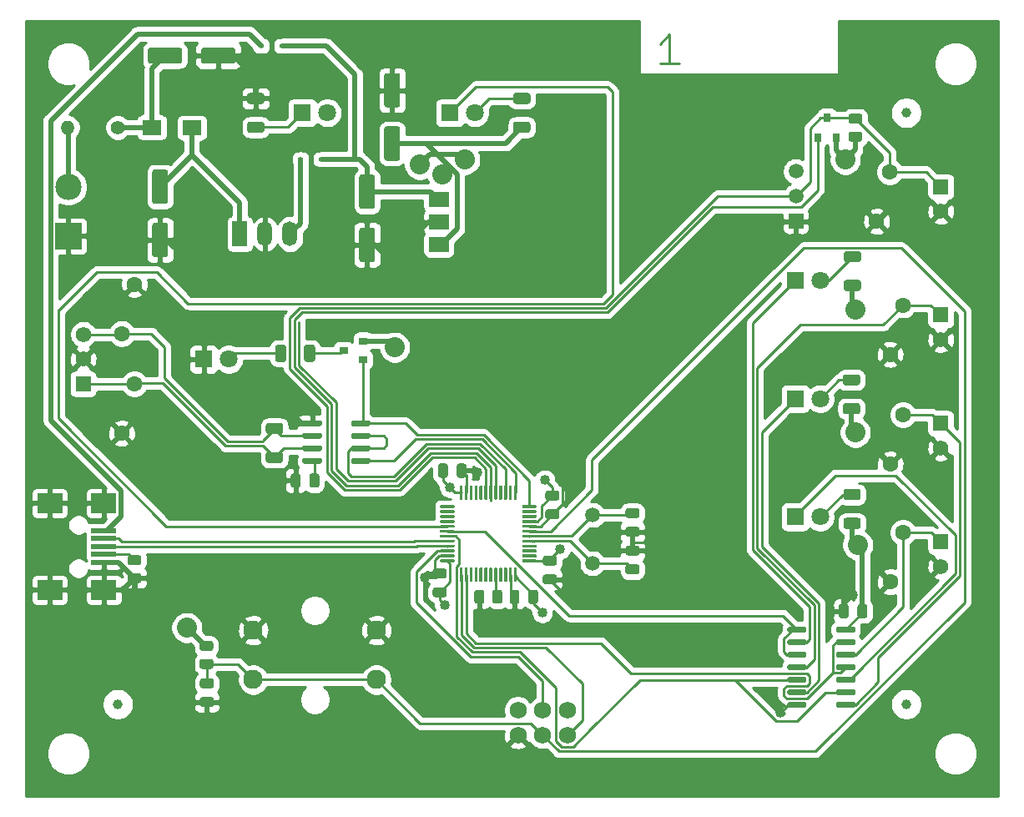
<source format=gbr>
G04 #@! TF.GenerationSoftware,KiCad,Pcbnew,(5.1.9)-1*
G04 #@! TF.CreationDate,2022-11-25T22:29:39+01:00*
G04 #@! TF.ProjectId,PCDB_project,50434442-5f70-4726-9f6a-6563742e6b69,rev?*
G04 #@! TF.SameCoordinates,Original*
G04 #@! TF.FileFunction,Copper,L1,Top*
G04 #@! TF.FilePolarity,Positive*
%FSLAX46Y46*%
G04 Gerber Fmt 4.6, Leading zero omitted, Abs format (unit mm)*
G04 Created by KiCad (PCBNEW (5.1.9)-1) date 2022-11-25 22:29:39*
%MOMM*%
%LPD*%
G01*
G04 APERTURE LIST*
G04 #@! TA.AperFunction,ComponentPad*
%ADD10R,1.574800X1.574800*%
G04 #@! TD*
G04 #@! TA.AperFunction,ComponentPad*
%ADD11C,1.574800*%
G04 #@! TD*
G04 #@! TA.AperFunction,ComponentPad*
%ADD12C,1.600000*%
G04 #@! TD*
G04 #@! TA.AperFunction,ComponentPad*
%ADD13C,1.727200*%
G04 #@! TD*
G04 #@! TA.AperFunction,ComponentPad*
%ADD14C,1.500000*%
G04 #@! TD*
G04 #@! TA.AperFunction,SMDPad,CuDef*
%ADD15C,1.000000*%
G04 #@! TD*
G04 #@! TA.AperFunction,SMDPad,CuDef*
%ADD16R,0.600000X0.450000*%
G04 #@! TD*
G04 #@! TA.AperFunction,ComponentPad*
%ADD17C,1.400000*%
G04 #@! TD*
G04 #@! TA.AperFunction,ComponentPad*
%ADD18O,1.400000X1.400000*%
G04 #@! TD*
G04 #@! TA.AperFunction,ComponentPad*
%ADD19C,2.667000*%
G04 #@! TD*
G04 #@! TA.AperFunction,ComponentPad*
%ADD20R,2.667000X2.667000*%
G04 #@! TD*
G04 #@! TA.AperFunction,SMDPad,CuDef*
%ADD21R,2.500000X2.000000*%
G04 #@! TD*
G04 #@! TA.AperFunction,SMDPad,CuDef*
%ADD22R,2.500000X0.500000*%
G04 #@! TD*
G04 #@! TA.AperFunction,SMDPad,CuDef*
%ADD23R,1.905000X1.498600*%
G04 #@! TD*
G04 #@! TA.AperFunction,ComponentPad*
%ADD24C,1.800000*%
G04 #@! TD*
G04 #@! TA.AperFunction,ComponentPad*
%ADD25R,1.800000X1.800000*%
G04 #@! TD*
G04 #@! TA.AperFunction,SMDPad,CuDef*
%ADD26R,0.800000X0.900000*%
G04 #@! TD*
G04 #@! TA.AperFunction,SMDPad,CuDef*
%ADD27R,0.900000X0.800000*%
G04 #@! TD*
G04 #@! TA.AperFunction,ComponentPad*
%ADD28C,1.955800*%
G04 #@! TD*
G04 #@! TA.AperFunction,ComponentPad*
%ADD29R,1.500000X2.500000*%
G04 #@! TD*
G04 #@! TA.AperFunction,ComponentPad*
%ADD30O,1.500000X2.500000*%
G04 #@! TD*
G04 #@! TA.AperFunction,SMDPad,CuDef*
%ADD31R,2.000000X3.800000*%
G04 #@! TD*
G04 #@! TA.AperFunction,SMDPad,CuDef*
%ADD32R,2.000000X1.500000*%
G04 #@! TD*
G04 #@! TA.AperFunction,ComponentPad*
%ADD33R,1.500000X1.500000*%
G04 #@! TD*
G04 #@! TA.AperFunction,ViaPad*
%ADD34C,2.032000*%
G04 #@! TD*
G04 #@! TA.AperFunction,ViaPad*
%ADD35C,1.016000*%
G04 #@! TD*
G04 #@! TA.AperFunction,Conductor*
%ADD36C,0.254000*%
G04 #@! TD*
G04 #@! TA.AperFunction,Conductor*
%ADD37C,0.508000*%
G04 #@! TD*
G04 #@! TA.AperFunction,Conductor*
%ADD38C,0.100000*%
G04 #@! TD*
G04 APERTURE END LIST*
D10*
X6500000Y-37500000D03*
D11*
X6500000Y-34985400D03*
X6500000Y-32470800D03*
G04 #@! TA.AperFunction,SMDPad,CuDef*
G36*
G01*
X77926000Y-62584000D02*
X77926000Y-62284000D01*
G75*
G02*
X78076000Y-62134000I150000J0D01*
G01*
X79726000Y-62134000D01*
G75*
G02*
X79876000Y-62284000I0J-150000D01*
G01*
X79876000Y-62584000D01*
G75*
G02*
X79726000Y-62734000I-150000J0D01*
G01*
X78076000Y-62734000D01*
G75*
G02*
X77926000Y-62584000I0J150000D01*
G01*
G37*
G04 #@! TD.AperFunction*
G04 #@! TA.AperFunction,SMDPad,CuDef*
G36*
G01*
X77926000Y-63854000D02*
X77926000Y-63554000D01*
G75*
G02*
X78076000Y-63404000I150000J0D01*
G01*
X79726000Y-63404000D01*
G75*
G02*
X79876000Y-63554000I0J-150000D01*
G01*
X79876000Y-63854000D01*
G75*
G02*
X79726000Y-64004000I-150000J0D01*
G01*
X78076000Y-64004000D01*
G75*
G02*
X77926000Y-63854000I0J150000D01*
G01*
G37*
G04 #@! TD.AperFunction*
G04 #@! TA.AperFunction,SMDPad,CuDef*
G36*
G01*
X77926000Y-65124000D02*
X77926000Y-64824000D01*
G75*
G02*
X78076000Y-64674000I150000J0D01*
G01*
X79726000Y-64674000D01*
G75*
G02*
X79876000Y-64824000I0J-150000D01*
G01*
X79876000Y-65124000D01*
G75*
G02*
X79726000Y-65274000I-150000J0D01*
G01*
X78076000Y-65274000D01*
G75*
G02*
X77926000Y-65124000I0J150000D01*
G01*
G37*
G04 #@! TD.AperFunction*
G04 #@! TA.AperFunction,SMDPad,CuDef*
G36*
G01*
X77926000Y-66394000D02*
X77926000Y-66094000D01*
G75*
G02*
X78076000Y-65944000I150000J0D01*
G01*
X79726000Y-65944000D01*
G75*
G02*
X79876000Y-66094000I0J-150000D01*
G01*
X79876000Y-66394000D01*
G75*
G02*
X79726000Y-66544000I-150000J0D01*
G01*
X78076000Y-66544000D01*
G75*
G02*
X77926000Y-66394000I0J150000D01*
G01*
G37*
G04 #@! TD.AperFunction*
G04 #@! TA.AperFunction,SMDPad,CuDef*
G36*
G01*
X77926000Y-67664000D02*
X77926000Y-67364000D01*
G75*
G02*
X78076000Y-67214000I150000J0D01*
G01*
X79726000Y-67214000D01*
G75*
G02*
X79876000Y-67364000I0J-150000D01*
G01*
X79876000Y-67664000D01*
G75*
G02*
X79726000Y-67814000I-150000J0D01*
G01*
X78076000Y-67814000D01*
G75*
G02*
X77926000Y-67664000I0J150000D01*
G01*
G37*
G04 #@! TD.AperFunction*
G04 #@! TA.AperFunction,SMDPad,CuDef*
G36*
G01*
X77926000Y-68934000D02*
X77926000Y-68634000D01*
G75*
G02*
X78076000Y-68484000I150000J0D01*
G01*
X79726000Y-68484000D01*
G75*
G02*
X79876000Y-68634000I0J-150000D01*
G01*
X79876000Y-68934000D01*
G75*
G02*
X79726000Y-69084000I-150000J0D01*
G01*
X78076000Y-69084000D01*
G75*
G02*
X77926000Y-68934000I0J150000D01*
G01*
G37*
G04 #@! TD.AperFunction*
G04 #@! TA.AperFunction,SMDPad,CuDef*
G36*
G01*
X77926000Y-70204000D02*
X77926000Y-69904000D01*
G75*
G02*
X78076000Y-69754000I150000J0D01*
G01*
X79726000Y-69754000D01*
G75*
G02*
X79876000Y-69904000I0J-150000D01*
G01*
X79876000Y-70204000D01*
G75*
G02*
X79726000Y-70354000I-150000J0D01*
G01*
X78076000Y-70354000D01*
G75*
G02*
X77926000Y-70204000I0J150000D01*
G01*
G37*
G04 #@! TD.AperFunction*
G04 #@! TA.AperFunction,SMDPad,CuDef*
G36*
G01*
X82876000Y-70204000D02*
X82876000Y-69904000D01*
G75*
G02*
X83026000Y-69754000I150000J0D01*
G01*
X84676000Y-69754000D01*
G75*
G02*
X84826000Y-69904000I0J-150000D01*
G01*
X84826000Y-70204000D01*
G75*
G02*
X84676000Y-70354000I-150000J0D01*
G01*
X83026000Y-70354000D01*
G75*
G02*
X82876000Y-70204000I0J150000D01*
G01*
G37*
G04 #@! TD.AperFunction*
G04 #@! TA.AperFunction,SMDPad,CuDef*
G36*
G01*
X82876000Y-68934000D02*
X82876000Y-68634000D01*
G75*
G02*
X83026000Y-68484000I150000J0D01*
G01*
X84676000Y-68484000D01*
G75*
G02*
X84826000Y-68634000I0J-150000D01*
G01*
X84826000Y-68934000D01*
G75*
G02*
X84676000Y-69084000I-150000J0D01*
G01*
X83026000Y-69084000D01*
G75*
G02*
X82876000Y-68934000I0J150000D01*
G01*
G37*
G04 #@! TD.AperFunction*
G04 #@! TA.AperFunction,SMDPad,CuDef*
G36*
G01*
X82876000Y-67664000D02*
X82876000Y-67364000D01*
G75*
G02*
X83026000Y-67214000I150000J0D01*
G01*
X84676000Y-67214000D01*
G75*
G02*
X84826000Y-67364000I0J-150000D01*
G01*
X84826000Y-67664000D01*
G75*
G02*
X84676000Y-67814000I-150000J0D01*
G01*
X83026000Y-67814000D01*
G75*
G02*
X82876000Y-67664000I0J150000D01*
G01*
G37*
G04 #@! TD.AperFunction*
G04 #@! TA.AperFunction,SMDPad,CuDef*
G36*
G01*
X82876000Y-66394000D02*
X82876000Y-66094000D01*
G75*
G02*
X83026000Y-65944000I150000J0D01*
G01*
X84676000Y-65944000D01*
G75*
G02*
X84826000Y-66094000I0J-150000D01*
G01*
X84826000Y-66394000D01*
G75*
G02*
X84676000Y-66544000I-150000J0D01*
G01*
X83026000Y-66544000D01*
G75*
G02*
X82876000Y-66394000I0J150000D01*
G01*
G37*
G04 #@! TD.AperFunction*
G04 #@! TA.AperFunction,SMDPad,CuDef*
G36*
G01*
X82876000Y-65124000D02*
X82876000Y-64824000D01*
G75*
G02*
X83026000Y-64674000I150000J0D01*
G01*
X84676000Y-64674000D01*
G75*
G02*
X84826000Y-64824000I0J-150000D01*
G01*
X84826000Y-65124000D01*
G75*
G02*
X84676000Y-65274000I-150000J0D01*
G01*
X83026000Y-65274000D01*
G75*
G02*
X82876000Y-65124000I0J150000D01*
G01*
G37*
G04 #@! TD.AperFunction*
G04 #@! TA.AperFunction,SMDPad,CuDef*
G36*
G01*
X82876000Y-63854000D02*
X82876000Y-63554000D01*
G75*
G02*
X83026000Y-63404000I150000J0D01*
G01*
X84676000Y-63404000D01*
G75*
G02*
X84826000Y-63554000I0J-150000D01*
G01*
X84826000Y-63854000D01*
G75*
G02*
X84676000Y-64004000I-150000J0D01*
G01*
X83026000Y-64004000D01*
G75*
G02*
X82876000Y-63854000I0J150000D01*
G01*
G37*
G04 #@! TD.AperFunction*
G04 #@! TA.AperFunction,SMDPad,CuDef*
G36*
G01*
X82876000Y-62584000D02*
X82876000Y-62284000D01*
G75*
G02*
X83026000Y-62134000I150000J0D01*
G01*
X84676000Y-62134000D01*
G75*
G02*
X84826000Y-62284000I0J-150000D01*
G01*
X84826000Y-62584000D01*
G75*
G02*
X84676000Y-62734000I-150000J0D01*
G01*
X83026000Y-62734000D01*
G75*
G02*
X82876000Y-62584000I0J150000D01*
G01*
G37*
G04 #@! TD.AperFunction*
D12*
X89662000Y-40640000D03*
X88362000Y-45640000D03*
G04 #@! TA.AperFunction,SMDPad,CuDef*
G36*
G01*
X86050000Y-60077000D02*
X86050000Y-61027000D01*
G75*
G02*
X85800000Y-61277000I-250000J0D01*
G01*
X85300000Y-61277000D01*
G75*
G02*
X85050000Y-61027000I0J250000D01*
G01*
X85050000Y-60077000D01*
G75*
G02*
X85300000Y-59827000I250000J0D01*
G01*
X85800000Y-59827000D01*
G75*
G02*
X86050000Y-60077000I0J-250000D01*
G01*
G37*
G04 #@! TD.AperFunction*
G04 #@! TA.AperFunction,SMDPad,CuDef*
G36*
G01*
X84150000Y-60077000D02*
X84150000Y-61027000D01*
G75*
G02*
X83900000Y-61277000I-250000J0D01*
G01*
X83400000Y-61277000D01*
G75*
G02*
X83150000Y-61027000I0J250000D01*
G01*
X83150000Y-60077000D01*
G75*
G02*
X83400000Y-59827000I250000J0D01*
G01*
X83900000Y-59827000D01*
G75*
G02*
X84150000Y-60077000I0J-250000D01*
G01*
G37*
G04 #@! TD.AperFunction*
G04 #@! TA.AperFunction,SMDPad,CuDef*
G36*
G01*
X84385998Y-11900000D02*
X85286002Y-11900000D01*
G75*
G02*
X85536000Y-12149998I0J-249998D01*
G01*
X85536000Y-12675002D01*
G75*
G02*
X85286002Y-12925000I-249998J0D01*
G01*
X84385998Y-12925000D01*
G75*
G02*
X84136000Y-12675002I0J249998D01*
G01*
X84136000Y-12149998D01*
G75*
G02*
X84385998Y-11900000I249998J0D01*
G01*
G37*
G04 #@! TD.AperFunction*
G04 #@! TA.AperFunction,SMDPad,CuDef*
G36*
G01*
X84385998Y-10075000D02*
X85286002Y-10075000D01*
G75*
G02*
X85536000Y-10324998I0J-249998D01*
G01*
X85536000Y-10850002D01*
G75*
G02*
X85286002Y-11100000I-249998J0D01*
G01*
X84385998Y-11100000D01*
G75*
G02*
X84136000Y-10850002I0J249998D01*
G01*
X84136000Y-10324998D01*
G75*
G02*
X84385998Y-10075000I249998J0D01*
G01*
G37*
G04 #@! TD.AperFunction*
D13*
X50596800Y-70612000D03*
X55626000Y-73126600D03*
X50596800Y-73126600D03*
X53111400Y-70612000D03*
X53111400Y-73126600D03*
X55626000Y-70612000D03*
D14*
X58166000Y-55700000D03*
X58166000Y-50800000D03*
D15*
X90000000Y-10000000D03*
X90000000Y-70000000D03*
X10000000Y-70000000D03*
G04 #@! TA.AperFunction,SMDPad,CuDef*
G36*
G01*
X18450000Y-4750000D02*
X18450000Y-3650000D01*
G75*
G02*
X18700000Y-3400000I250000J0D01*
G01*
X21700000Y-3400000D01*
G75*
G02*
X21950000Y-3650000I0J-250000D01*
G01*
X21950000Y-4750000D01*
G75*
G02*
X21700000Y-5000000I-250000J0D01*
G01*
X18700000Y-5000000D01*
G75*
G02*
X18450000Y-4750000I0J250000D01*
G01*
G37*
G04 #@! TD.AperFunction*
G04 #@! TA.AperFunction,SMDPad,CuDef*
G36*
G01*
X13050000Y-4750000D02*
X13050000Y-3650000D01*
G75*
G02*
X13300000Y-3400000I250000J0D01*
G01*
X16300000Y-3400000D01*
G75*
G02*
X16550000Y-3650000I0J-250000D01*
G01*
X16550000Y-4750000D01*
G75*
G02*
X16300000Y-5000000I-250000J0D01*
G01*
X13300000Y-5000000D01*
G75*
G02*
X13050000Y-4750000I0J250000D01*
G01*
G37*
G04 #@! TD.AperFunction*
G04 #@! TA.AperFunction,SMDPad,CuDef*
G36*
G01*
X13750000Y-21150000D02*
X14850000Y-21150000D01*
G75*
G02*
X15100000Y-21400000I0J-250000D01*
G01*
X15100000Y-24400000D01*
G75*
G02*
X14850000Y-24650000I-250000J0D01*
G01*
X13750000Y-24650000D01*
G75*
G02*
X13500000Y-24400000I0J250000D01*
G01*
X13500000Y-21400000D01*
G75*
G02*
X13750000Y-21150000I250000J0D01*
G01*
G37*
G04 #@! TD.AperFunction*
G04 #@! TA.AperFunction,SMDPad,CuDef*
G36*
G01*
X13750000Y-15750000D02*
X14850000Y-15750000D01*
G75*
G02*
X15100000Y-16000000I0J-250000D01*
G01*
X15100000Y-19000000D01*
G75*
G02*
X14850000Y-19250000I-250000J0D01*
G01*
X13750000Y-19250000D01*
G75*
G02*
X13500000Y-19000000I0J250000D01*
G01*
X13500000Y-16000000D01*
G75*
G02*
X13750000Y-15750000I250000J0D01*
G01*
G37*
G04 #@! TD.AperFunction*
G04 #@! TA.AperFunction,SMDPad,CuDef*
G36*
G01*
X34750000Y-16250000D02*
X35850000Y-16250000D01*
G75*
G02*
X36100000Y-16500000I0J-250000D01*
G01*
X36100000Y-19500000D01*
G75*
G02*
X35850000Y-19750000I-250000J0D01*
G01*
X34750000Y-19750000D01*
G75*
G02*
X34500000Y-19500000I0J250000D01*
G01*
X34500000Y-16500000D01*
G75*
G02*
X34750000Y-16250000I250000J0D01*
G01*
G37*
G04 #@! TD.AperFunction*
G04 #@! TA.AperFunction,SMDPad,CuDef*
G36*
G01*
X34750000Y-21650000D02*
X35850000Y-21650000D01*
G75*
G02*
X36100000Y-21900000I0J-250000D01*
G01*
X36100000Y-24900000D01*
G75*
G02*
X35850000Y-25150000I-250000J0D01*
G01*
X34750000Y-25150000D01*
G75*
G02*
X34500000Y-24900000I0J250000D01*
G01*
X34500000Y-21900000D01*
G75*
G02*
X34750000Y-21650000I250000J0D01*
G01*
G37*
G04 #@! TD.AperFunction*
G04 #@! TA.AperFunction,SMDPad,CuDef*
G36*
G01*
X38396000Y-14864000D02*
X37296000Y-14864000D01*
G75*
G02*
X37046000Y-14614000I0J250000D01*
G01*
X37046000Y-11614000D01*
G75*
G02*
X37296000Y-11364000I250000J0D01*
G01*
X38396000Y-11364000D01*
G75*
G02*
X38646000Y-11614000I0J-250000D01*
G01*
X38646000Y-14614000D01*
G75*
G02*
X38396000Y-14864000I-250000J0D01*
G01*
G37*
G04 #@! TD.AperFunction*
G04 #@! TA.AperFunction,SMDPad,CuDef*
G36*
G01*
X38396000Y-9464000D02*
X37296000Y-9464000D01*
G75*
G02*
X37046000Y-9214000I0J250000D01*
G01*
X37046000Y-6214000D01*
G75*
G02*
X37296000Y-5964000I250000J0D01*
G01*
X38396000Y-5964000D01*
G75*
G02*
X38646000Y-6214000I0J-250000D01*
G01*
X38646000Y-9214000D01*
G75*
G02*
X38396000Y-9464000I-250000J0D01*
G01*
G37*
G04 #@! TD.AperFunction*
G04 #@! TA.AperFunction,SMDPad,CuDef*
G36*
G01*
X43147000Y-57250000D02*
X42197000Y-57250000D01*
G75*
G02*
X41947000Y-57000000I0J250000D01*
G01*
X41947000Y-56500000D01*
G75*
G02*
X42197000Y-56250000I250000J0D01*
G01*
X43147000Y-56250000D01*
G75*
G02*
X43397000Y-56500000I0J-250000D01*
G01*
X43397000Y-57000000D01*
G75*
G02*
X43147000Y-57250000I-250000J0D01*
G01*
G37*
G04 #@! TD.AperFunction*
G04 #@! TA.AperFunction,SMDPad,CuDef*
G36*
G01*
X43147000Y-59150000D02*
X42197000Y-59150000D01*
G75*
G02*
X41947000Y-58900000I0J250000D01*
G01*
X41947000Y-58400000D01*
G75*
G02*
X42197000Y-58150000I250000J0D01*
G01*
X43147000Y-58150000D01*
G75*
G02*
X43397000Y-58400000I0J-250000D01*
G01*
X43397000Y-58900000D01*
G75*
G02*
X43147000Y-59150000I-250000J0D01*
G01*
G37*
G04 #@! TD.AperFunction*
G04 #@! TA.AperFunction,SMDPad,CuDef*
G36*
G01*
X52650000Y-58625000D02*
X52650000Y-59575000D01*
G75*
G02*
X52400000Y-59825000I-250000J0D01*
G01*
X51900000Y-59825000D01*
G75*
G02*
X51650000Y-59575000I0J250000D01*
G01*
X51650000Y-58625000D01*
G75*
G02*
X51900000Y-58375000I250000J0D01*
G01*
X52400000Y-58375000D01*
G75*
G02*
X52650000Y-58625000I0J-250000D01*
G01*
G37*
G04 #@! TD.AperFunction*
G04 #@! TA.AperFunction,SMDPad,CuDef*
G36*
G01*
X50750000Y-58625000D02*
X50750000Y-59575000D01*
G75*
G02*
X50500000Y-59825000I-250000J0D01*
G01*
X50000000Y-59825000D01*
G75*
G02*
X49750000Y-59575000I0J250000D01*
G01*
X49750000Y-58625000D01*
G75*
G02*
X50000000Y-58375000I250000J0D01*
G01*
X50500000Y-58375000D01*
G75*
G02*
X50750000Y-58625000I0J-250000D01*
G01*
G37*
G04 #@! TD.AperFunction*
G04 #@! TA.AperFunction,SMDPad,CuDef*
G36*
G01*
X53627000Y-48334000D02*
X54577000Y-48334000D01*
G75*
G02*
X54827000Y-48584000I0J-250000D01*
G01*
X54827000Y-49084000D01*
G75*
G02*
X54577000Y-49334000I-250000J0D01*
G01*
X53627000Y-49334000D01*
G75*
G02*
X53377000Y-49084000I0J250000D01*
G01*
X53377000Y-48584000D01*
G75*
G02*
X53627000Y-48334000I250000J0D01*
G01*
G37*
G04 #@! TD.AperFunction*
G04 #@! TA.AperFunction,SMDPad,CuDef*
G36*
G01*
X53627000Y-50234000D02*
X54577000Y-50234000D01*
G75*
G02*
X54827000Y-50484000I0J-250000D01*
G01*
X54827000Y-50984000D01*
G75*
G02*
X54577000Y-51234000I-250000J0D01*
G01*
X53627000Y-51234000D01*
G75*
G02*
X53377000Y-50984000I0J250000D01*
G01*
X53377000Y-50484000D01*
G75*
G02*
X53627000Y-50234000I250000J0D01*
G01*
G37*
G04 #@! TD.AperFunction*
G04 #@! TA.AperFunction,SMDPad,CuDef*
G36*
G01*
X44392000Y-46775000D02*
X44392000Y-45825000D01*
G75*
G02*
X44642000Y-45575000I250000J0D01*
G01*
X45142000Y-45575000D01*
G75*
G02*
X45392000Y-45825000I0J-250000D01*
G01*
X45392000Y-46775000D01*
G75*
G02*
X45142000Y-47025000I-250000J0D01*
G01*
X44642000Y-47025000D01*
G75*
G02*
X44392000Y-46775000I0J250000D01*
G01*
G37*
G04 #@! TD.AperFunction*
G04 #@! TA.AperFunction,SMDPad,CuDef*
G36*
G01*
X42492000Y-46775000D02*
X42492000Y-45825000D01*
G75*
G02*
X42742000Y-45575000I250000J0D01*
G01*
X43242000Y-45575000D01*
G75*
G02*
X43492000Y-45825000I0J-250000D01*
G01*
X43492000Y-46775000D01*
G75*
G02*
X43242000Y-47025000I-250000J0D01*
G01*
X42742000Y-47025000D01*
G75*
G02*
X42492000Y-46775000I0J250000D01*
G01*
G37*
G04 #@! TD.AperFunction*
G04 #@! TA.AperFunction,SMDPad,CuDef*
G36*
G01*
X53373000Y-54938000D02*
X54323000Y-54938000D01*
G75*
G02*
X54573000Y-55188000I0J-250000D01*
G01*
X54573000Y-55688000D01*
G75*
G02*
X54323000Y-55938000I-250000J0D01*
G01*
X53373000Y-55938000D01*
G75*
G02*
X53123000Y-55688000I0J250000D01*
G01*
X53123000Y-55188000D01*
G75*
G02*
X53373000Y-54938000I250000J0D01*
G01*
G37*
G04 #@! TD.AperFunction*
G04 #@! TA.AperFunction,SMDPad,CuDef*
G36*
G01*
X53373000Y-56838000D02*
X54323000Y-56838000D01*
G75*
G02*
X54573000Y-57088000I0J-250000D01*
G01*
X54573000Y-57588000D01*
G75*
G02*
X54323000Y-57838000I-250000J0D01*
G01*
X53373000Y-57838000D01*
G75*
G02*
X53123000Y-57588000I0J250000D01*
G01*
X53123000Y-57088000D01*
G75*
G02*
X53373000Y-56838000I250000J0D01*
G01*
G37*
G04 #@! TD.AperFunction*
G04 #@! TA.AperFunction,SMDPad,CuDef*
G36*
G01*
X62705000Y-54922000D02*
X61755000Y-54922000D01*
G75*
G02*
X61505000Y-54672000I0J250000D01*
G01*
X61505000Y-54172000D01*
G75*
G02*
X61755000Y-53922000I250000J0D01*
G01*
X62705000Y-53922000D01*
G75*
G02*
X62955000Y-54172000I0J-250000D01*
G01*
X62955000Y-54672000D01*
G75*
G02*
X62705000Y-54922000I-250000J0D01*
G01*
G37*
G04 #@! TD.AperFunction*
G04 #@! TA.AperFunction,SMDPad,CuDef*
G36*
G01*
X62705000Y-56822000D02*
X61755000Y-56822000D01*
G75*
G02*
X61505000Y-56572000I0J250000D01*
G01*
X61505000Y-56072000D01*
G75*
G02*
X61755000Y-55822000I250000J0D01*
G01*
X62705000Y-55822000D01*
G75*
G02*
X62955000Y-56072000I0J-250000D01*
G01*
X62955000Y-56572000D01*
G75*
G02*
X62705000Y-56822000I-250000J0D01*
G01*
G37*
G04 #@! TD.AperFunction*
G04 #@! TA.AperFunction,SMDPad,CuDef*
G36*
G01*
X61755000Y-50112000D02*
X62705000Y-50112000D01*
G75*
G02*
X62955000Y-50362000I0J-250000D01*
G01*
X62955000Y-50862000D01*
G75*
G02*
X62705000Y-51112000I-250000J0D01*
G01*
X61755000Y-51112000D01*
G75*
G02*
X61505000Y-50862000I0J250000D01*
G01*
X61505000Y-50362000D01*
G75*
G02*
X61755000Y-50112000I250000J0D01*
G01*
G37*
G04 #@! TD.AperFunction*
G04 #@! TA.AperFunction,SMDPad,CuDef*
G36*
G01*
X61755000Y-52012000D02*
X62705000Y-52012000D01*
G75*
G02*
X62955000Y-52262000I0J-250000D01*
G01*
X62955000Y-52762000D01*
G75*
G02*
X62705000Y-53012000I-250000J0D01*
G01*
X61755000Y-53012000D01*
G75*
G02*
X61505000Y-52762000I0J250000D01*
G01*
X61505000Y-52262000D01*
G75*
G02*
X61755000Y-52012000I250000J0D01*
G01*
G37*
G04 #@! TD.AperFunction*
G04 #@! TA.AperFunction,SMDPad,CuDef*
G36*
G01*
X18575000Y-69284000D02*
X19525000Y-69284000D01*
G75*
G02*
X19775000Y-69534000I0J-250000D01*
G01*
X19775000Y-70034000D01*
G75*
G02*
X19525000Y-70284000I-250000J0D01*
G01*
X18575000Y-70284000D01*
G75*
G02*
X18325000Y-70034000I0J250000D01*
G01*
X18325000Y-69534000D01*
G75*
G02*
X18575000Y-69284000I250000J0D01*
G01*
G37*
G04 #@! TD.AperFunction*
G04 #@! TA.AperFunction,SMDPad,CuDef*
G36*
G01*
X18575000Y-67384000D02*
X19525000Y-67384000D01*
G75*
G02*
X19775000Y-67634000I0J-250000D01*
G01*
X19775000Y-68134000D01*
G75*
G02*
X19525000Y-68384000I-250000J0D01*
G01*
X18575000Y-68384000D01*
G75*
G02*
X18325000Y-68134000I0J250000D01*
G01*
X18325000Y-67634000D01*
G75*
G02*
X18575000Y-67384000I250000J0D01*
G01*
G37*
G04 #@! TD.AperFunction*
G04 #@! TA.AperFunction,SMDPad,CuDef*
G36*
G01*
X28550000Y-46825000D02*
X28550000Y-47775000D01*
G75*
G02*
X28300000Y-48025000I-250000J0D01*
G01*
X27800000Y-48025000D01*
G75*
G02*
X27550000Y-47775000I0J250000D01*
G01*
X27550000Y-46825000D01*
G75*
G02*
X27800000Y-46575000I250000J0D01*
G01*
X28300000Y-46575000D01*
G75*
G02*
X28550000Y-46825000I0J-250000D01*
G01*
G37*
G04 #@! TD.AperFunction*
G04 #@! TA.AperFunction,SMDPad,CuDef*
G36*
G01*
X30450000Y-46825000D02*
X30450000Y-47775000D01*
G75*
G02*
X30200000Y-48025000I-250000J0D01*
G01*
X29700000Y-48025000D01*
G75*
G02*
X29450000Y-47775000I0J250000D01*
G01*
X29450000Y-46825000D01*
G75*
G02*
X29700000Y-46575000I250000J0D01*
G01*
X30200000Y-46575000D01*
G75*
G02*
X30450000Y-46825000I0J-250000D01*
G01*
G37*
G04 #@! TD.AperFunction*
D16*
X30650000Y-14700000D03*
X28550000Y-14700000D03*
X24550000Y-3200000D03*
X26650000Y-3200000D03*
D17*
X10000000Y-11500000D03*
D18*
X4920000Y-11500000D03*
D19*
X5000000Y-17496200D03*
D20*
X5000000Y-22500000D03*
D11*
X93500000Y-20014600D03*
D10*
X93500000Y-17500000D03*
X93500000Y-30500000D03*
D11*
X93500000Y-33014600D03*
X93500000Y-44014600D03*
D10*
X93500000Y-41500000D03*
X93500000Y-53500000D03*
D11*
X93500000Y-56014600D03*
D21*
X3100000Y-49600000D03*
X3100000Y-58400000D03*
X8600000Y-49600000D03*
X8600000Y-58400000D03*
D22*
X8600000Y-52400000D03*
X8600000Y-53200000D03*
X8600000Y-54000000D03*
X8600000Y-54800000D03*
X8600000Y-55600000D03*
D23*
X13468000Y-11474600D03*
X17532000Y-11525400D03*
D24*
X31270000Y-10000000D03*
D25*
X28730000Y-10000000D03*
X43700000Y-10000000D03*
D24*
X46240000Y-10000000D03*
X21270000Y-35000000D03*
D25*
X18730000Y-35000000D03*
X78730000Y-27000000D03*
D24*
X81270000Y-27000000D03*
D25*
X78730000Y-39000000D03*
D24*
X81270000Y-39000000D03*
X81270000Y-51000000D03*
D25*
X78730000Y-51000000D03*
D26*
X81968000Y-10500000D03*
X82918000Y-12500000D03*
X81018000Y-12500000D03*
D27*
X34900000Y-35050000D03*
X34900000Y-33150000D03*
X32900000Y-34100000D03*
D12*
X87000000Y-21000000D03*
X88300000Y-16000000D03*
X10400000Y-32400000D03*
X11700000Y-27400000D03*
X10400000Y-42500000D03*
X11700000Y-37500000D03*
X89662000Y-29500000D03*
X88362000Y-34500000D03*
X88362000Y-57578000D03*
X89662000Y-52578000D03*
G04 #@! TA.AperFunction,SMDPad,CuDef*
G36*
G01*
X23374998Y-7975000D02*
X24625002Y-7975000D01*
G75*
G02*
X24875000Y-8224998I0J-249998D01*
G01*
X24875000Y-8850002D01*
G75*
G02*
X24625002Y-9100000I-249998J0D01*
G01*
X23374998Y-9100000D01*
G75*
G02*
X23125000Y-8850002I0J249998D01*
G01*
X23125000Y-8224998D01*
G75*
G02*
X23374998Y-7975000I249998J0D01*
G01*
G37*
G04 #@! TD.AperFunction*
G04 #@! TA.AperFunction,SMDPad,CuDef*
G36*
G01*
X23374998Y-10900000D02*
X24625002Y-10900000D01*
G75*
G02*
X24875000Y-11149998I0J-249998D01*
G01*
X24875000Y-11775002D01*
G75*
G02*
X24625002Y-12025000I-249998J0D01*
G01*
X23374998Y-12025000D01*
G75*
G02*
X23125000Y-11775002I0J249998D01*
G01*
X23125000Y-11149998D01*
G75*
G02*
X23374998Y-10900000I249998J0D01*
G01*
G37*
G04 #@! TD.AperFunction*
G04 #@! TA.AperFunction,SMDPad,CuDef*
G36*
G01*
X11249998Y-54875000D02*
X12150002Y-54875000D01*
G75*
G02*
X12400000Y-55124998I0J-249998D01*
G01*
X12400000Y-55650002D01*
G75*
G02*
X12150002Y-55900000I-249998J0D01*
G01*
X11249998Y-55900000D01*
G75*
G02*
X11000000Y-55650002I0J249998D01*
G01*
X11000000Y-55124998D01*
G75*
G02*
X11249998Y-54875000I249998J0D01*
G01*
G37*
G04 #@! TD.AperFunction*
G04 #@! TA.AperFunction,SMDPad,CuDef*
G36*
G01*
X11249998Y-56700000D02*
X12150002Y-56700000D01*
G75*
G02*
X12400000Y-56949998I0J-249998D01*
G01*
X12400000Y-57475002D01*
G75*
G02*
X12150002Y-57725000I-249998J0D01*
G01*
X11249998Y-57725000D01*
G75*
G02*
X11000000Y-57475002I0J249998D01*
G01*
X11000000Y-56949998D01*
G75*
G02*
X11249998Y-56700000I249998J0D01*
G01*
G37*
G04 #@! TD.AperFunction*
G04 #@! TA.AperFunction,SMDPad,CuDef*
G36*
G01*
X18549998Y-63575000D02*
X19450002Y-63575000D01*
G75*
G02*
X19700000Y-63824998I0J-249998D01*
G01*
X19700000Y-64350002D01*
G75*
G02*
X19450002Y-64600000I-249998J0D01*
G01*
X18549998Y-64600000D01*
G75*
G02*
X18300000Y-64350002I0J249998D01*
G01*
X18300000Y-63824998D01*
G75*
G02*
X18549998Y-63575000I249998J0D01*
G01*
G37*
G04 #@! TD.AperFunction*
G04 #@! TA.AperFunction,SMDPad,CuDef*
G36*
G01*
X18549998Y-65400000D02*
X19450002Y-65400000D01*
G75*
G02*
X19700000Y-65649998I0J-249998D01*
G01*
X19700000Y-66175002D01*
G75*
G02*
X19450002Y-66425000I-249998J0D01*
G01*
X18549998Y-66425000D01*
G75*
G02*
X18300000Y-66175002I0J249998D01*
G01*
X18300000Y-65649998D01*
G75*
G02*
X18549998Y-65400000I249998J0D01*
G01*
G37*
G04 #@! TD.AperFunction*
G04 #@! TA.AperFunction,SMDPad,CuDef*
G36*
G01*
X51625002Y-9100000D02*
X50374998Y-9100000D01*
G75*
G02*
X50125000Y-8850002I0J249998D01*
G01*
X50125000Y-8224998D01*
G75*
G02*
X50374998Y-7975000I249998J0D01*
G01*
X51625002Y-7975000D01*
G75*
G02*
X51875000Y-8224998I0J-249998D01*
G01*
X51875000Y-8850002D01*
G75*
G02*
X51625002Y-9100000I-249998J0D01*
G01*
G37*
G04 #@! TD.AperFunction*
G04 #@! TA.AperFunction,SMDPad,CuDef*
G36*
G01*
X51625002Y-12025000D02*
X50374998Y-12025000D01*
G75*
G02*
X50125000Y-11775002I0J249998D01*
G01*
X50125000Y-11149998D01*
G75*
G02*
X50374998Y-10900000I249998J0D01*
G01*
X51625002Y-10900000D01*
G75*
G02*
X51875000Y-11149998I0J-249998D01*
G01*
X51875000Y-11775002D01*
G75*
G02*
X51625002Y-12025000I-249998J0D01*
G01*
G37*
G04 #@! TD.AperFunction*
G04 #@! TA.AperFunction,SMDPad,CuDef*
G36*
G01*
X27100000Y-33774998D02*
X27100000Y-35025002D01*
G75*
G02*
X26850002Y-35275000I-249998J0D01*
G01*
X26224998Y-35275000D01*
G75*
G02*
X25975000Y-35025002I0J249998D01*
G01*
X25975000Y-33774998D01*
G75*
G02*
X26224998Y-33525000I249998J0D01*
G01*
X26850002Y-33525000D01*
G75*
G02*
X27100000Y-33774998I0J-249998D01*
G01*
G37*
G04 #@! TD.AperFunction*
G04 #@! TA.AperFunction,SMDPad,CuDef*
G36*
G01*
X30025000Y-33774998D02*
X30025000Y-35025002D01*
G75*
G02*
X29775002Y-35275000I-249998J0D01*
G01*
X29149998Y-35275000D01*
G75*
G02*
X28900000Y-35025002I0J249998D01*
G01*
X28900000Y-33774998D01*
G75*
G02*
X29149998Y-33525000I249998J0D01*
G01*
X29775002Y-33525000D01*
G75*
G02*
X30025000Y-33774998I0J-249998D01*
G01*
G37*
G04 #@! TD.AperFunction*
G04 #@! TA.AperFunction,SMDPad,CuDef*
G36*
G01*
X26525002Y-45525000D02*
X25274998Y-45525000D01*
G75*
G02*
X25025000Y-45275002I0J249998D01*
G01*
X25025000Y-44649998D01*
G75*
G02*
X25274998Y-44400000I249998J0D01*
G01*
X26525002Y-44400000D01*
G75*
G02*
X26775000Y-44649998I0J-249998D01*
G01*
X26775000Y-45275002D01*
G75*
G02*
X26525002Y-45525000I-249998J0D01*
G01*
G37*
G04 #@! TD.AperFunction*
G04 #@! TA.AperFunction,SMDPad,CuDef*
G36*
G01*
X26525002Y-42600000D02*
X25274998Y-42600000D01*
G75*
G02*
X25025000Y-42350002I0J249998D01*
G01*
X25025000Y-41724998D01*
G75*
G02*
X25274998Y-41475000I249998J0D01*
G01*
X26525002Y-41475000D01*
G75*
G02*
X26775000Y-41724998I0J-249998D01*
G01*
X26775000Y-42350002D01*
G75*
G02*
X26525002Y-42600000I-249998J0D01*
G01*
G37*
G04 #@! TD.AperFunction*
G04 #@! TA.AperFunction,SMDPad,CuDef*
G36*
G01*
X85157002Y-28081000D02*
X83906998Y-28081000D01*
G75*
G02*
X83657000Y-27831002I0J249998D01*
G01*
X83657000Y-27205998D01*
G75*
G02*
X83906998Y-26956000I249998J0D01*
G01*
X85157002Y-26956000D01*
G75*
G02*
X85407000Y-27205998I0J-249998D01*
G01*
X85407000Y-27831002D01*
G75*
G02*
X85157002Y-28081000I-249998J0D01*
G01*
G37*
G04 #@! TD.AperFunction*
G04 #@! TA.AperFunction,SMDPad,CuDef*
G36*
G01*
X85157002Y-25156000D02*
X83906998Y-25156000D01*
G75*
G02*
X83657000Y-24906002I0J249998D01*
G01*
X83657000Y-24280998D01*
G75*
G02*
X83906998Y-24031000I249998J0D01*
G01*
X85157002Y-24031000D01*
G75*
G02*
X85407000Y-24280998I0J-249998D01*
G01*
X85407000Y-24906002D01*
G75*
G02*
X85157002Y-25156000I-249998J0D01*
G01*
G37*
G04 #@! TD.AperFunction*
G04 #@! TA.AperFunction,SMDPad,CuDef*
G36*
G01*
X85065002Y-37656000D02*
X83814998Y-37656000D01*
G75*
G02*
X83565000Y-37406002I0J249998D01*
G01*
X83565000Y-36780998D01*
G75*
G02*
X83814998Y-36531000I249998J0D01*
G01*
X85065002Y-36531000D01*
G75*
G02*
X85315000Y-36780998I0J-249998D01*
G01*
X85315000Y-37406002D01*
G75*
G02*
X85065002Y-37656000I-249998J0D01*
G01*
G37*
G04 #@! TD.AperFunction*
G04 #@! TA.AperFunction,SMDPad,CuDef*
G36*
G01*
X85065002Y-40581000D02*
X83814998Y-40581000D01*
G75*
G02*
X83565000Y-40331002I0J249998D01*
G01*
X83565000Y-39705998D01*
G75*
G02*
X83814998Y-39456000I249998J0D01*
G01*
X85065002Y-39456000D01*
G75*
G02*
X85315000Y-39705998I0J-249998D01*
G01*
X85315000Y-40331002D01*
G75*
G02*
X85065002Y-40581000I-249998J0D01*
G01*
G37*
G04 #@! TD.AperFunction*
G04 #@! TA.AperFunction,SMDPad,CuDef*
G36*
G01*
X85127002Y-52211000D02*
X83876998Y-52211000D01*
G75*
G02*
X83627000Y-51961002I0J249998D01*
G01*
X83627000Y-51335998D01*
G75*
G02*
X83876998Y-51086000I249998J0D01*
G01*
X85127002Y-51086000D01*
G75*
G02*
X85377000Y-51335998I0J-249998D01*
G01*
X85377000Y-51961002D01*
G75*
G02*
X85127002Y-52211000I-249998J0D01*
G01*
G37*
G04 #@! TD.AperFunction*
G04 #@! TA.AperFunction,SMDPad,CuDef*
G36*
G01*
X85127002Y-49286000D02*
X83876998Y-49286000D01*
G75*
G02*
X83627000Y-49036002I0J249998D01*
G01*
X83627000Y-48410998D01*
G75*
G02*
X83876998Y-48161000I249998J0D01*
G01*
X85127002Y-48161000D01*
G75*
G02*
X85377000Y-48410998I0J-249998D01*
G01*
X85377000Y-49036002D01*
G75*
G02*
X85127002Y-49286000I-249998J0D01*
G01*
G37*
G04 #@! TD.AperFunction*
G04 #@! TA.AperFunction,SMDPad,CuDef*
G36*
G01*
X47200000Y-58649998D02*
X47200000Y-59550002D01*
G75*
G02*
X46950002Y-59800000I-249998J0D01*
G01*
X46424998Y-59800000D01*
G75*
G02*
X46175000Y-59550002I0J249998D01*
G01*
X46175000Y-58649998D01*
G75*
G02*
X46424998Y-58400000I249998J0D01*
G01*
X46950002Y-58400000D01*
G75*
G02*
X47200000Y-58649998I0J-249998D01*
G01*
G37*
G04 #@! TD.AperFunction*
G04 #@! TA.AperFunction,SMDPad,CuDef*
G36*
G01*
X49025000Y-58649998D02*
X49025000Y-59550002D01*
G75*
G02*
X48775002Y-59800000I-249998J0D01*
G01*
X48249998Y-59800000D01*
G75*
G02*
X48000000Y-59550002I0J249998D01*
G01*
X48000000Y-58649998D01*
G75*
G02*
X48249998Y-58400000I249998J0D01*
G01*
X48775002Y-58400000D01*
G75*
G02*
X49025000Y-58649998I0J-249998D01*
G01*
G37*
G04 #@! TD.AperFunction*
D28*
X36248400Y-67510400D03*
X36248400Y-62506600D03*
X23751600Y-67510400D03*
X23751600Y-62506600D03*
D29*
X22400000Y-22300000D03*
D30*
X24940000Y-22300000D03*
X27480000Y-22300000D03*
D31*
X48870000Y-21082000D03*
D32*
X42570000Y-21082000D03*
X42570000Y-23382000D03*
X42570000Y-18782000D03*
G04 #@! TA.AperFunction,SMDPad,CuDef*
G36*
G01*
X50500000Y-56200000D02*
X50500000Y-57525000D01*
G75*
G02*
X50425000Y-57600000I-75000J0D01*
G01*
X50275000Y-57600000D01*
G75*
G02*
X50200000Y-57525000I0J75000D01*
G01*
X50200000Y-56200000D01*
G75*
G02*
X50275000Y-56125000I75000J0D01*
G01*
X50425000Y-56125000D01*
G75*
G02*
X50500000Y-56200000I0J-75000D01*
G01*
G37*
G04 #@! TD.AperFunction*
G04 #@! TA.AperFunction,SMDPad,CuDef*
G36*
G01*
X50000000Y-56200000D02*
X50000000Y-57525000D01*
G75*
G02*
X49925000Y-57600000I-75000J0D01*
G01*
X49775000Y-57600000D01*
G75*
G02*
X49700000Y-57525000I0J75000D01*
G01*
X49700000Y-56200000D01*
G75*
G02*
X49775000Y-56125000I75000J0D01*
G01*
X49925000Y-56125000D01*
G75*
G02*
X50000000Y-56200000I0J-75000D01*
G01*
G37*
G04 #@! TD.AperFunction*
G04 #@! TA.AperFunction,SMDPad,CuDef*
G36*
G01*
X49500000Y-56200000D02*
X49500000Y-57525000D01*
G75*
G02*
X49425000Y-57600000I-75000J0D01*
G01*
X49275000Y-57600000D01*
G75*
G02*
X49200000Y-57525000I0J75000D01*
G01*
X49200000Y-56200000D01*
G75*
G02*
X49275000Y-56125000I75000J0D01*
G01*
X49425000Y-56125000D01*
G75*
G02*
X49500000Y-56200000I0J-75000D01*
G01*
G37*
G04 #@! TD.AperFunction*
G04 #@! TA.AperFunction,SMDPad,CuDef*
G36*
G01*
X49000000Y-56200000D02*
X49000000Y-57525000D01*
G75*
G02*
X48925000Y-57600000I-75000J0D01*
G01*
X48775000Y-57600000D01*
G75*
G02*
X48700000Y-57525000I0J75000D01*
G01*
X48700000Y-56200000D01*
G75*
G02*
X48775000Y-56125000I75000J0D01*
G01*
X48925000Y-56125000D01*
G75*
G02*
X49000000Y-56200000I0J-75000D01*
G01*
G37*
G04 #@! TD.AperFunction*
G04 #@! TA.AperFunction,SMDPad,CuDef*
G36*
G01*
X48500000Y-56200000D02*
X48500000Y-57525000D01*
G75*
G02*
X48425000Y-57600000I-75000J0D01*
G01*
X48275000Y-57600000D01*
G75*
G02*
X48200000Y-57525000I0J75000D01*
G01*
X48200000Y-56200000D01*
G75*
G02*
X48275000Y-56125000I75000J0D01*
G01*
X48425000Y-56125000D01*
G75*
G02*
X48500000Y-56200000I0J-75000D01*
G01*
G37*
G04 #@! TD.AperFunction*
G04 #@! TA.AperFunction,SMDPad,CuDef*
G36*
G01*
X48000000Y-56200000D02*
X48000000Y-57525000D01*
G75*
G02*
X47925000Y-57600000I-75000J0D01*
G01*
X47775000Y-57600000D01*
G75*
G02*
X47700000Y-57525000I0J75000D01*
G01*
X47700000Y-56200000D01*
G75*
G02*
X47775000Y-56125000I75000J0D01*
G01*
X47925000Y-56125000D01*
G75*
G02*
X48000000Y-56200000I0J-75000D01*
G01*
G37*
G04 #@! TD.AperFunction*
G04 #@! TA.AperFunction,SMDPad,CuDef*
G36*
G01*
X47500000Y-56200000D02*
X47500000Y-57525000D01*
G75*
G02*
X47425000Y-57600000I-75000J0D01*
G01*
X47275000Y-57600000D01*
G75*
G02*
X47200000Y-57525000I0J75000D01*
G01*
X47200000Y-56200000D01*
G75*
G02*
X47275000Y-56125000I75000J0D01*
G01*
X47425000Y-56125000D01*
G75*
G02*
X47500000Y-56200000I0J-75000D01*
G01*
G37*
G04 #@! TD.AperFunction*
G04 #@! TA.AperFunction,SMDPad,CuDef*
G36*
G01*
X47000000Y-56200000D02*
X47000000Y-57525000D01*
G75*
G02*
X46925000Y-57600000I-75000J0D01*
G01*
X46775000Y-57600000D01*
G75*
G02*
X46700000Y-57525000I0J75000D01*
G01*
X46700000Y-56200000D01*
G75*
G02*
X46775000Y-56125000I75000J0D01*
G01*
X46925000Y-56125000D01*
G75*
G02*
X47000000Y-56200000I0J-75000D01*
G01*
G37*
G04 #@! TD.AperFunction*
G04 #@! TA.AperFunction,SMDPad,CuDef*
G36*
G01*
X46500000Y-56200000D02*
X46500000Y-57525000D01*
G75*
G02*
X46425000Y-57600000I-75000J0D01*
G01*
X46275000Y-57600000D01*
G75*
G02*
X46200000Y-57525000I0J75000D01*
G01*
X46200000Y-56200000D01*
G75*
G02*
X46275000Y-56125000I75000J0D01*
G01*
X46425000Y-56125000D01*
G75*
G02*
X46500000Y-56200000I0J-75000D01*
G01*
G37*
G04 #@! TD.AperFunction*
G04 #@! TA.AperFunction,SMDPad,CuDef*
G36*
G01*
X46000000Y-56200000D02*
X46000000Y-57525000D01*
G75*
G02*
X45925000Y-57600000I-75000J0D01*
G01*
X45775000Y-57600000D01*
G75*
G02*
X45700000Y-57525000I0J75000D01*
G01*
X45700000Y-56200000D01*
G75*
G02*
X45775000Y-56125000I75000J0D01*
G01*
X45925000Y-56125000D01*
G75*
G02*
X46000000Y-56200000I0J-75000D01*
G01*
G37*
G04 #@! TD.AperFunction*
G04 #@! TA.AperFunction,SMDPad,CuDef*
G36*
G01*
X45500000Y-56200000D02*
X45500000Y-57525000D01*
G75*
G02*
X45425000Y-57600000I-75000J0D01*
G01*
X45275000Y-57600000D01*
G75*
G02*
X45200000Y-57525000I0J75000D01*
G01*
X45200000Y-56200000D01*
G75*
G02*
X45275000Y-56125000I75000J0D01*
G01*
X45425000Y-56125000D01*
G75*
G02*
X45500000Y-56200000I0J-75000D01*
G01*
G37*
G04 #@! TD.AperFunction*
G04 #@! TA.AperFunction,SMDPad,CuDef*
G36*
G01*
X45000000Y-56200000D02*
X45000000Y-57525000D01*
G75*
G02*
X44925000Y-57600000I-75000J0D01*
G01*
X44775000Y-57600000D01*
G75*
G02*
X44700000Y-57525000I0J75000D01*
G01*
X44700000Y-56200000D01*
G75*
G02*
X44775000Y-56125000I75000J0D01*
G01*
X44925000Y-56125000D01*
G75*
G02*
X45000000Y-56200000I0J-75000D01*
G01*
G37*
G04 #@! TD.AperFunction*
G04 #@! TA.AperFunction,SMDPad,CuDef*
G36*
G01*
X44175000Y-55375000D02*
X44175000Y-55525000D01*
G75*
G02*
X44100000Y-55600000I-75000J0D01*
G01*
X42775000Y-55600000D01*
G75*
G02*
X42700000Y-55525000I0J75000D01*
G01*
X42700000Y-55375000D01*
G75*
G02*
X42775000Y-55300000I75000J0D01*
G01*
X44100000Y-55300000D01*
G75*
G02*
X44175000Y-55375000I0J-75000D01*
G01*
G37*
G04 #@! TD.AperFunction*
G04 #@! TA.AperFunction,SMDPad,CuDef*
G36*
G01*
X44175000Y-54875000D02*
X44175000Y-55025000D01*
G75*
G02*
X44100000Y-55100000I-75000J0D01*
G01*
X42775000Y-55100000D01*
G75*
G02*
X42700000Y-55025000I0J75000D01*
G01*
X42700000Y-54875000D01*
G75*
G02*
X42775000Y-54800000I75000J0D01*
G01*
X44100000Y-54800000D01*
G75*
G02*
X44175000Y-54875000I0J-75000D01*
G01*
G37*
G04 #@! TD.AperFunction*
G04 #@! TA.AperFunction,SMDPad,CuDef*
G36*
G01*
X44175000Y-54375000D02*
X44175000Y-54525000D01*
G75*
G02*
X44100000Y-54600000I-75000J0D01*
G01*
X42775000Y-54600000D01*
G75*
G02*
X42700000Y-54525000I0J75000D01*
G01*
X42700000Y-54375000D01*
G75*
G02*
X42775000Y-54300000I75000J0D01*
G01*
X44100000Y-54300000D01*
G75*
G02*
X44175000Y-54375000I0J-75000D01*
G01*
G37*
G04 #@! TD.AperFunction*
G04 #@! TA.AperFunction,SMDPad,CuDef*
G36*
G01*
X44175000Y-53875000D02*
X44175000Y-54025000D01*
G75*
G02*
X44100000Y-54100000I-75000J0D01*
G01*
X42775000Y-54100000D01*
G75*
G02*
X42700000Y-54025000I0J75000D01*
G01*
X42700000Y-53875000D01*
G75*
G02*
X42775000Y-53800000I75000J0D01*
G01*
X44100000Y-53800000D01*
G75*
G02*
X44175000Y-53875000I0J-75000D01*
G01*
G37*
G04 #@! TD.AperFunction*
G04 #@! TA.AperFunction,SMDPad,CuDef*
G36*
G01*
X44175000Y-53375000D02*
X44175000Y-53525000D01*
G75*
G02*
X44100000Y-53600000I-75000J0D01*
G01*
X42775000Y-53600000D01*
G75*
G02*
X42700000Y-53525000I0J75000D01*
G01*
X42700000Y-53375000D01*
G75*
G02*
X42775000Y-53300000I75000J0D01*
G01*
X44100000Y-53300000D01*
G75*
G02*
X44175000Y-53375000I0J-75000D01*
G01*
G37*
G04 #@! TD.AperFunction*
G04 #@! TA.AperFunction,SMDPad,CuDef*
G36*
G01*
X44175000Y-52875000D02*
X44175000Y-53025000D01*
G75*
G02*
X44100000Y-53100000I-75000J0D01*
G01*
X42775000Y-53100000D01*
G75*
G02*
X42700000Y-53025000I0J75000D01*
G01*
X42700000Y-52875000D01*
G75*
G02*
X42775000Y-52800000I75000J0D01*
G01*
X44100000Y-52800000D01*
G75*
G02*
X44175000Y-52875000I0J-75000D01*
G01*
G37*
G04 #@! TD.AperFunction*
G04 #@! TA.AperFunction,SMDPad,CuDef*
G36*
G01*
X44175000Y-52375000D02*
X44175000Y-52525000D01*
G75*
G02*
X44100000Y-52600000I-75000J0D01*
G01*
X42775000Y-52600000D01*
G75*
G02*
X42700000Y-52525000I0J75000D01*
G01*
X42700000Y-52375000D01*
G75*
G02*
X42775000Y-52300000I75000J0D01*
G01*
X44100000Y-52300000D01*
G75*
G02*
X44175000Y-52375000I0J-75000D01*
G01*
G37*
G04 #@! TD.AperFunction*
G04 #@! TA.AperFunction,SMDPad,CuDef*
G36*
G01*
X44175000Y-51875000D02*
X44175000Y-52025000D01*
G75*
G02*
X44100000Y-52100000I-75000J0D01*
G01*
X42775000Y-52100000D01*
G75*
G02*
X42700000Y-52025000I0J75000D01*
G01*
X42700000Y-51875000D01*
G75*
G02*
X42775000Y-51800000I75000J0D01*
G01*
X44100000Y-51800000D01*
G75*
G02*
X44175000Y-51875000I0J-75000D01*
G01*
G37*
G04 #@! TD.AperFunction*
G04 #@! TA.AperFunction,SMDPad,CuDef*
G36*
G01*
X44175000Y-51375000D02*
X44175000Y-51525000D01*
G75*
G02*
X44100000Y-51600000I-75000J0D01*
G01*
X42775000Y-51600000D01*
G75*
G02*
X42700000Y-51525000I0J75000D01*
G01*
X42700000Y-51375000D01*
G75*
G02*
X42775000Y-51300000I75000J0D01*
G01*
X44100000Y-51300000D01*
G75*
G02*
X44175000Y-51375000I0J-75000D01*
G01*
G37*
G04 #@! TD.AperFunction*
G04 #@! TA.AperFunction,SMDPad,CuDef*
G36*
G01*
X44175000Y-50875000D02*
X44175000Y-51025000D01*
G75*
G02*
X44100000Y-51100000I-75000J0D01*
G01*
X42775000Y-51100000D01*
G75*
G02*
X42700000Y-51025000I0J75000D01*
G01*
X42700000Y-50875000D01*
G75*
G02*
X42775000Y-50800000I75000J0D01*
G01*
X44100000Y-50800000D01*
G75*
G02*
X44175000Y-50875000I0J-75000D01*
G01*
G37*
G04 #@! TD.AperFunction*
G04 #@! TA.AperFunction,SMDPad,CuDef*
G36*
G01*
X44175000Y-50375000D02*
X44175000Y-50525000D01*
G75*
G02*
X44100000Y-50600000I-75000J0D01*
G01*
X42775000Y-50600000D01*
G75*
G02*
X42700000Y-50525000I0J75000D01*
G01*
X42700000Y-50375000D01*
G75*
G02*
X42775000Y-50300000I75000J0D01*
G01*
X44100000Y-50300000D01*
G75*
G02*
X44175000Y-50375000I0J-75000D01*
G01*
G37*
G04 #@! TD.AperFunction*
G04 #@! TA.AperFunction,SMDPad,CuDef*
G36*
G01*
X44175000Y-49875000D02*
X44175000Y-50025000D01*
G75*
G02*
X44100000Y-50100000I-75000J0D01*
G01*
X42775000Y-50100000D01*
G75*
G02*
X42700000Y-50025000I0J75000D01*
G01*
X42700000Y-49875000D01*
G75*
G02*
X42775000Y-49800000I75000J0D01*
G01*
X44100000Y-49800000D01*
G75*
G02*
X44175000Y-49875000I0J-75000D01*
G01*
G37*
G04 #@! TD.AperFunction*
G04 #@! TA.AperFunction,SMDPad,CuDef*
G36*
G01*
X45000000Y-47875000D02*
X45000000Y-49200000D01*
G75*
G02*
X44925000Y-49275000I-75000J0D01*
G01*
X44775000Y-49275000D01*
G75*
G02*
X44700000Y-49200000I0J75000D01*
G01*
X44700000Y-47875000D01*
G75*
G02*
X44775000Y-47800000I75000J0D01*
G01*
X44925000Y-47800000D01*
G75*
G02*
X45000000Y-47875000I0J-75000D01*
G01*
G37*
G04 #@! TD.AperFunction*
G04 #@! TA.AperFunction,SMDPad,CuDef*
G36*
G01*
X45500000Y-47875000D02*
X45500000Y-49200000D01*
G75*
G02*
X45425000Y-49275000I-75000J0D01*
G01*
X45275000Y-49275000D01*
G75*
G02*
X45200000Y-49200000I0J75000D01*
G01*
X45200000Y-47875000D01*
G75*
G02*
X45275000Y-47800000I75000J0D01*
G01*
X45425000Y-47800000D01*
G75*
G02*
X45500000Y-47875000I0J-75000D01*
G01*
G37*
G04 #@! TD.AperFunction*
G04 #@! TA.AperFunction,SMDPad,CuDef*
G36*
G01*
X46000000Y-47875000D02*
X46000000Y-49200000D01*
G75*
G02*
X45925000Y-49275000I-75000J0D01*
G01*
X45775000Y-49275000D01*
G75*
G02*
X45700000Y-49200000I0J75000D01*
G01*
X45700000Y-47875000D01*
G75*
G02*
X45775000Y-47800000I75000J0D01*
G01*
X45925000Y-47800000D01*
G75*
G02*
X46000000Y-47875000I0J-75000D01*
G01*
G37*
G04 #@! TD.AperFunction*
G04 #@! TA.AperFunction,SMDPad,CuDef*
G36*
G01*
X46500000Y-47875000D02*
X46500000Y-49200000D01*
G75*
G02*
X46425000Y-49275000I-75000J0D01*
G01*
X46275000Y-49275000D01*
G75*
G02*
X46200000Y-49200000I0J75000D01*
G01*
X46200000Y-47875000D01*
G75*
G02*
X46275000Y-47800000I75000J0D01*
G01*
X46425000Y-47800000D01*
G75*
G02*
X46500000Y-47875000I0J-75000D01*
G01*
G37*
G04 #@! TD.AperFunction*
G04 #@! TA.AperFunction,SMDPad,CuDef*
G36*
G01*
X47000000Y-47875000D02*
X47000000Y-49200000D01*
G75*
G02*
X46925000Y-49275000I-75000J0D01*
G01*
X46775000Y-49275000D01*
G75*
G02*
X46700000Y-49200000I0J75000D01*
G01*
X46700000Y-47875000D01*
G75*
G02*
X46775000Y-47800000I75000J0D01*
G01*
X46925000Y-47800000D01*
G75*
G02*
X47000000Y-47875000I0J-75000D01*
G01*
G37*
G04 #@! TD.AperFunction*
G04 #@! TA.AperFunction,SMDPad,CuDef*
G36*
G01*
X47500000Y-47875000D02*
X47500000Y-49200000D01*
G75*
G02*
X47425000Y-49275000I-75000J0D01*
G01*
X47275000Y-49275000D01*
G75*
G02*
X47200000Y-49200000I0J75000D01*
G01*
X47200000Y-47875000D01*
G75*
G02*
X47275000Y-47800000I75000J0D01*
G01*
X47425000Y-47800000D01*
G75*
G02*
X47500000Y-47875000I0J-75000D01*
G01*
G37*
G04 #@! TD.AperFunction*
G04 #@! TA.AperFunction,SMDPad,CuDef*
G36*
G01*
X48000000Y-47875000D02*
X48000000Y-49200000D01*
G75*
G02*
X47925000Y-49275000I-75000J0D01*
G01*
X47775000Y-49275000D01*
G75*
G02*
X47700000Y-49200000I0J75000D01*
G01*
X47700000Y-47875000D01*
G75*
G02*
X47775000Y-47800000I75000J0D01*
G01*
X47925000Y-47800000D01*
G75*
G02*
X48000000Y-47875000I0J-75000D01*
G01*
G37*
G04 #@! TD.AperFunction*
G04 #@! TA.AperFunction,SMDPad,CuDef*
G36*
G01*
X48500000Y-47875000D02*
X48500000Y-49200000D01*
G75*
G02*
X48425000Y-49275000I-75000J0D01*
G01*
X48275000Y-49275000D01*
G75*
G02*
X48200000Y-49200000I0J75000D01*
G01*
X48200000Y-47875000D01*
G75*
G02*
X48275000Y-47800000I75000J0D01*
G01*
X48425000Y-47800000D01*
G75*
G02*
X48500000Y-47875000I0J-75000D01*
G01*
G37*
G04 #@! TD.AperFunction*
G04 #@! TA.AperFunction,SMDPad,CuDef*
G36*
G01*
X49000000Y-47875000D02*
X49000000Y-49200000D01*
G75*
G02*
X48925000Y-49275000I-75000J0D01*
G01*
X48775000Y-49275000D01*
G75*
G02*
X48700000Y-49200000I0J75000D01*
G01*
X48700000Y-47875000D01*
G75*
G02*
X48775000Y-47800000I75000J0D01*
G01*
X48925000Y-47800000D01*
G75*
G02*
X49000000Y-47875000I0J-75000D01*
G01*
G37*
G04 #@! TD.AperFunction*
G04 #@! TA.AperFunction,SMDPad,CuDef*
G36*
G01*
X49500000Y-47875000D02*
X49500000Y-49200000D01*
G75*
G02*
X49425000Y-49275000I-75000J0D01*
G01*
X49275000Y-49275000D01*
G75*
G02*
X49200000Y-49200000I0J75000D01*
G01*
X49200000Y-47875000D01*
G75*
G02*
X49275000Y-47800000I75000J0D01*
G01*
X49425000Y-47800000D01*
G75*
G02*
X49500000Y-47875000I0J-75000D01*
G01*
G37*
G04 #@! TD.AperFunction*
G04 #@! TA.AperFunction,SMDPad,CuDef*
G36*
G01*
X50000000Y-47875000D02*
X50000000Y-49200000D01*
G75*
G02*
X49925000Y-49275000I-75000J0D01*
G01*
X49775000Y-49275000D01*
G75*
G02*
X49700000Y-49200000I0J75000D01*
G01*
X49700000Y-47875000D01*
G75*
G02*
X49775000Y-47800000I75000J0D01*
G01*
X49925000Y-47800000D01*
G75*
G02*
X50000000Y-47875000I0J-75000D01*
G01*
G37*
G04 #@! TD.AperFunction*
G04 #@! TA.AperFunction,SMDPad,CuDef*
G36*
G01*
X50500000Y-47875000D02*
X50500000Y-49200000D01*
G75*
G02*
X50425000Y-49275000I-75000J0D01*
G01*
X50275000Y-49275000D01*
G75*
G02*
X50200000Y-49200000I0J75000D01*
G01*
X50200000Y-47875000D01*
G75*
G02*
X50275000Y-47800000I75000J0D01*
G01*
X50425000Y-47800000D01*
G75*
G02*
X50500000Y-47875000I0J-75000D01*
G01*
G37*
G04 #@! TD.AperFunction*
G04 #@! TA.AperFunction,SMDPad,CuDef*
G36*
G01*
X52500000Y-49875000D02*
X52500000Y-50025000D01*
G75*
G02*
X52425000Y-50100000I-75000J0D01*
G01*
X51100000Y-50100000D01*
G75*
G02*
X51025000Y-50025000I0J75000D01*
G01*
X51025000Y-49875000D01*
G75*
G02*
X51100000Y-49800000I75000J0D01*
G01*
X52425000Y-49800000D01*
G75*
G02*
X52500000Y-49875000I0J-75000D01*
G01*
G37*
G04 #@! TD.AperFunction*
G04 #@! TA.AperFunction,SMDPad,CuDef*
G36*
G01*
X52500000Y-50375000D02*
X52500000Y-50525000D01*
G75*
G02*
X52425000Y-50600000I-75000J0D01*
G01*
X51100000Y-50600000D01*
G75*
G02*
X51025000Y-50525000I0J75000D01*
G01*
X51025000Y-50375000D01*
G75*
G02*
X51100000Y-50300000I75000J0D01*
G01*
X52425000Y-50300000D01*
G75*
G02*
X52500000Y-50375000I0J-75000D01*
G01*
G37*
G04 #@! TD.AperFunction*
G04 #@! TA.AperFunction,SMDPad,CuDef*
G36*
G01*
X52500000Y-50875000D02*
X52500000Y-51025000D01*
G75*
G02*
X52425000Y-51100000I-75000J0D01*
G01*
X51100000Y-51100000D01*
G75*
G02*
X51025000Y-51025000I0J75000D01*
G01*
X51025000Y-50875000D01*
G75*
G02*
X51100000Y-50800000I75000J0D01*
G01*
X52425000Y-50800000D01*
G75*
G02*
X52500000Y-50875000I0J-75000D01*
G01*
G37*
G04 #@! TD.AperFunction*
G04 #@! TA.AperFunction,SMDPad,CuDef*
G36*
G01*
X52500000Y-51375000D02*
X52500000Y-51525000D01*
G75*
G02*
X52425000Y-51600000I-75000J0D01*
G01*
X51100000Y-51600000D01*
G75*
G02*
X51025000Y-51525000I0J75000D01*
G01*
X51025000Y-51375000D01*
G75*
G02*
X51100000Y-51300000I75000J0D01*
G01*
X52425000Y-51300000D01*
G75*
G02*
X52500000Y-51375000I0J-75000D01*
G01*
G37*
G04 #@! TD.AperFunction*
G04 #@! TA.AperFunction,SMDPad,CuDef*
G36*
G01*
X52500000Y-51875000D02*
X52500000Y-52025000D01*
G75*
G02*
X52425000Y-52100000I-75000J0D01*
G01*
X51100000Y-52100000D01*
G75*
G02*
X51025000Y-52025000I0J75000D01*
G01*
X51025000Y-51875000D01*
G75*
G02*
X51100000Y-51800000I75000J0D01*
G01*
X52425000Y-51800000D01*
G75*
G02*
X52500000Y-51875000I0J-75000D01*
G01*
G37*
G04 #@! TD.AperFunction*
G04 #@! TA.AperFunction,SMDPad,CuDef*
G36*
G01*
X52500000Y-52375000D02*
X52500000Y-52525000D01*
G75*
G02*
X52425000Y-52600000I-75000J0D01*
G01*
X51100000Y-52600000D01*
G75*
G02*
X51025000Y-52525000I0J75000D01*
G01*
X51025000Y-52375000D01*
G75*
G02*
X51100000Y-52300000I75000J0D01*
G01*
X52425000Y-52300000D01*
G75*
G02*
X52500000Y-52375000I0J-75000D01*
G01*
G37*
G04 #@! TD.AperFunction*
G04 #@! TA.AperFunction,SMDPad,CuDef*
G36*
G01*
X52500000Y-52875000D02*
X52500000Y-53025000D01*
G75*
G02*
X52425000Y-53100000I-75000J0D01*
G01*
X51100000Y-53100000D01*
G75*
G02*
X51025000Y-53025000I0J75000D01*
G01*
X51025000Y-52875000D01*
G75*
G02*
X51100000Y-52800000I75000J0D01*
G01*
X52425000Y-52800000D01*
G75*
G02*
X52500000Y-52875000I0J-75000D01*
G01*
G37*
G04 #@! TD.AperFunction*
G04 #@! TA.AperFunction,SMDPad,CuDef*
G36*
G01*
X52500000Y-53375000D02*
X52500000Y-53525000D01*
G75*
G02*
X52425000Y-53600000I-75000J0D01*
G01*
X51100000Y-53600000D01*
G75*
G02*
X51025000Y-53525000I0J75000D01*
G01*
X51025000Y-53375000D01*
G75*
G02*
X51100000Y-53300000I75000J0D01*
G01*
X52425000Y-53300000D01*
G75*
G02*
X52500000Y-53375000I0J-75000D01*
G01*
G37*
G04 #@! TD.AperFunction*
G04 #@! TA.AperFunction,SMDPad,CuDef*
G36*
G01*
X52500000Y-53875000D02*
X52500000Y-54025000D01*
G75*
G02*
X52425000Y-54100000I-75000J0D01*
G01*
X51100000Y-54100000D01*
G75*
G02*
X51025000Y-54025000I0J75000D01*
G01*
X51025000Y-53875000D01*
G75*
G02*
X51100000Y-53800000I75000J0D01*
G01*
X52425000Y-53800000D01*
G75*
G02*
X52500000Y-53875000I0J-75000D01*
G01*
G37*
G04 #@! TD.AperFunction*
G04 #@! TA.AperFunction,SMDPad,CuDef*
G36*
G01*
X52500000Y-54375000D02*
X52500000Y-54525000D01*
G75*
G02*
X52425000Y-54600000I-75000J0D01*
G01*
X51100000Y-54600000D01*
G75*
G02*
X51025000Y-54525000I0J75000D01*
G01*
X51025000Y-54375000D01*
G75*
G02*
X51100000Y-54300000I75000J0D01*
G01*
X52425000Y-54300000D01*
G75*
G02*
X52500000Y-54375000I0J-75000D01*
G01*
G37*
G04 #@! TD.AperFunction*
G04 #@! TA.AperFunction,SMDPad,CuDef*
G36*
G01*
X52500000Y-54875000D02*
X52500000Y-55025000D01*
G75*
G02*
X52425000Y-55100000I-75000J0D01*
G01*
X51100000Y-55100000D01*
G75*
G02*
X51025000Y-55025000I0J75000D01*
G01*
X51025000Y-54875000D01*
G75*
G02*
X51100000Y-54800000I75000J0D01*
G01*
X52425000Y-54800000D01*
G75*
G02*
X52500000Y-54875000I0J-75000D01*
G01*
G37*
G04 #@! TD.AperFunction*
G04 #@! TA.AperFunction,SMDPad,CuDef*
G36*
G01*
X52500000Y-55375000D02*
X52500000Y-55525000D01*
G75*
G02*
X52425000Y-55600000I-75000J0D01*
G01*
X51100000Y-55600000D01*
G75*
G02*
X51025000Y-55525000I0J75000D01*
G01*
X51025000Y-55375000D01*
G75*
G02*
X51100000Y-55300000I75000J0D01*
G01*
X52425000Y-55300000D01*
G75*
G02*
X52500000Y-55375000I0J-75000D01*
G01*
G37*
G04 #@! TD.AperFunction*
D14*
X78800000Y-18460000D03*
X78800000Y-15920000D03*
D33*
X78800000Y-21000000D03*
G04 #@! TA.AperFunction,SMDPad,CuDef*
G36*
G01*
X35650000Y-45155000D02*
X35650000Y-45455000D01*
G75*
G02*
X35500000Y-45605000I-150000J0D01*
G01*
X33850000Y-45605000D01*
G75*
G02*
X33700000Y-45455000I0J150000D01*
G01*
X33700000Y-45155000D01*
G75*
G02*
X33850000Y-45005000I150000J0D01*
G01*
X35500000Y-45005000D01*
G75*
G02*
X35650000Y-45155000I0J-150000D01*
G01*
G37*
G04 #@! TD.AperFunction*
G04 #@! TA.AperFunction,SMDPad,CuDef*
G36*
G01*
X35650000Y-43885000D02*
X35650000Y-44185000D01*
G75*
G02*
X35500000Y-44335000I-150000J0D01*
G01*
X33850000Y-44335000D01*
G75*
G02*
X33700000Y-44185000I0J150000D01*
G01*
X33700000Y-43885000D01*
G75*
G02*
X33850000Y-43735000I150000J0D01*
G01*
X35500000Y-43735000D01*
G75*
G02*
X35650000Y-43885000I0J-150000D01*
G01*
G37*
G04 #@! TD.AperFunction*
G04 #@! TA.AperFunction,SMDPad,CuDef*
G36*
G01*
X35650000Y-42615000D02*
X35650000Y-42915000D01*
G75*
G02*
X35500000Y-43065000I-150000J0D01*
G01*
X33850000Y-43065000D01*
G75*
G02*
X33700000Y-42915000I0J150000D01*
G01*
X33700000Y-42615000D01*
G75*
G02*
X33850000Y-42465000I150000J0D01*
G01*
X35500000Y-42465000D01*
G75*
G02*
X35650000Y-42615000I0J-150000D01*
G01*
G37*
G04 #@! TD.AperFunction*
G04 #@! TA.AperFunction,SMDPad,CuDef*
G36*
G01*
X35650000Y-41345000D02*
X35650000Y-41645000D01*
G75*
G02*
X35500000Y-41795000I-150000J0D01*
G01*
X33850000Y-41795000D01*
G75*
G02*
X33700000Y-41645000I0J150000D01*
G01*
X33700000Y-41345000D01*
G75*
G02*
X33850000Y-41195000I150000J0D01*
G01*
X35500000Y-41195000D01*
G75*
G02*
X35650000Y-41345000I0J-150000D01*
G01*
G37*
G04 #@! TD.AperFunction*
G04 #@! TA.AperFunction,SMDPad,CuDef*
G36*
G01*
X30700000Y-41345000D02*
X30700000Y-41645000D01*
G75*
G02*
X30550000Y-41795000I-150000J0D01*
G01*
X28900000Y-41795000D01*
G75*
G02*
X28750000Y-41645000I0J150000D01*
G01*
X28750000Y-41345000D01*
G75*
G02*
X28900000Y-41195000I150000J0D01*
G01*
X30550000Y-41195000D01*
G75*
G02*
X30700000Y-41345000I0J-150000D01*
G01*
G37*
G04 #@! TD.AperFunction*
G04 #@! TA.AperFunction,SMDPad,CuDef*
G36*
G01*
X30700000Y-42615000D02*
X30700000Y-42915000D01*
G75*
G02*
X30550000Y-43065000I-150000J0D01*
G01*
X28900000Y-43065000D01*
G75*
G02*
X28750000Y-42915000I0J150000D01*
G01*
X28750000Y-42615000D01*
G75*
G02*
X28900000Y-42465000I150000J0D01*
G01*
X30550000Y-42465000D01*
G75*
G02*
X30700000Y-42615000I0J-150000D01*
G01*
G37*
G04 #@! TD.AperFunction*
G04 #@! TA.AperFunction,SMDPad,CuDef*
G36*
G01*
X30700000Y-43885000D02*
X30700000Y-44185000D01*
G75*
G02*
X30550000Y-44335000I-150000J0D01*
G01*
X28900000Y-44335000D01*
G75*
G02*
X28750000Y-44185000I0J150000D01*
G01*
X28750000Y-43885000D01*
G75*
G02*
X28900000Y-43735000I150000J0D01*
G01*
X30550000Y-43735000D01*
G75*
G02*
X30700000Y-43885000I0J-150000D01*
G01*
G37*
G04 #@! TD.AperFunction*
G04 #@! TA.AperFunction,SMDPad,CuDef*
G36*
G01*
X30700000Y-45155000D02*
X30700000Y-45455000D01*
G75*
G02*
X30550000Y-45605000I-150000J0D01*
G01*
X28900000Y-45605000D01*
G75*
G02*
X28750000Y-45455000I0J150000D01*
G01*
X28750000Y-45155000D01*
G75*
G02*
X28900000Y-45005000I150000J0D01*
G01*
X30550000Y-45005000D01*
G75*
G02*
X30700000Y-45155000I0J-150000D01*
G01*
G37*
G04 #@! TD.AperFunction*
D34*
X38354000Y-25654000D03*
X38862000Y-3556000D03*
X23622000Y-6096000D03*
X18034000Y-25908000D03*
X48870000Y-15850000D03*
X54356000Y-15748000D03*
X54356000Y-20066000D03*
X48768000Y-26670000D03*
X54356000Y-26670000D03*
X54356000Y-22606000D03*
D35*
X64262000Y-53594000D03*
X55372000Y-58928000D03*
X46990000Y-60960000D03*
X50546000Y-60960000D03*
X41148000Y-57150000D03*
X46482000Y-46482000D03*
X26416000Y-46736000D03*
X27686000Y-40386000D03*
D34*
X12954000Y-59944000D03*
X20066000Y-72390000D03*
D35*
X84582000Y-58928000D03*
X77216000Y-70866000D03*
X55118000Y-47244000D03*
D34*
X38100000Y-33782000D03*
X40640000Y-15240000D03*
X45212000Y-14732000D03*
X42926000Y-16256000D03*
D35*
X54864000Y-54288200D03*
X53086000Y-60706000D03*
X43180000Y-59944000D03*
X43688000Y-48006000D03*
D34*
X17018000Y-62230000D03*
X83820000Y-14732000D03*
X84836000Y-42418000D03*
X84836000Y-29972000D03*
X85090000Y-53848000D03*
D35*
X53340000Y-47244000D03*
D36*
X65000000Y-3000000D02*
X66000000Y-2000000D01*
X66000000Y-2000000D02*
X66000000Y-5000000D01*
X65000000Y-5000000D02*
X66000000Y-5000000D01*
X67000000Y-5000000D02*
X66000000Y-5000000D01*
D37*
X48870000Y-21082000D02*
X48870000Y-15850000D01*
X48870000Y-15850000D02*
X48972000Y-15748000D01*
X36100000Y-23400000D02*
X38354000Y-25654000D01*
X35300000Y-23400000D02*
X36100000Y-23400000D01*
X37846000Y-4572000D02*
X38862000Y-3556000D01*
X37846000Y-7714000D02*
X37846000Y-4572000D01*
X21726000Y-4200000D02*
X23622000Y-6096000D01*
X20200000Y-4200000D02*
X21726000Y-4200000D01*
X24000000Y-6474000D02*
X23622000Y-6096000D01*
X24000000Y-8537500D02*
X24000000Y-6474000D01*
X41489160Y-21082000D02*
X42570000Y-21082000D01*
X38354000Y-24217160D02*
X41489160Y-21082000D01*
X38354000Y-25654000D02*
X38354000Y-24217160D01*
X48972000Y-15748000D02*
X52070000Y-15748000D01*
X52070000Y-15748000D02*
X54356000Y-15748000D01*
X15026000Y-22900000D02*
X18034000Y-25908000D01*
X14300000Y-22900000D02*
X15026000Y-22900000D01*
X5400000Y-22900000D02*
X5000000Y-22500000D01*
X54356000Y-15748000D02*
X54356000Y-20066000D01*
X48870000Y-21082000D02*
X48870000Y-26568000D01*
X48870000Y-26568000D02*
X48768000Y-26670000D01*
X48768000Y-26670000D02*
X54356000Y-26670000D01*
X54356000Y-26670000D02*
X54356000Y-22606000D01*
D36*
X62230000Y-53594000D02*
X64262000Y-53594000D01*
X62230000Y-54422000D02*
X62230000Y-53594000D01*
X62230000Y-53594000D02*
X62230000Y-52512000D01*
X53848000Y-57404000D02*
X55372000Y-58928000D01*
X53848000Y-57338000D02*
X53848000Y-57404000D01*
X46687500Y-60657500D02*
X46990000Y-60960000D01*
X46687500Y-59100000D02*
X46687500Y-60657500D01*
X50250000Y-60664000D02*
X50546000Y-60960000D01*
X50250000Y-59100000D02*
X50250000Y-60664000D01*
X49850000Y-58700000D02*
X50250000Y-59100000D01*
X49850000Y-56862500D02*
X49850000Y-58700000D01*
X43417710Y-54969790D02*
X43437500Y-54950000D01*
X42587364Y-54950000D02*
X43437500Y-54950000D01*
X42173171Y-55364193D02*
X42587364Y-54950000D01*
X42173171Y-56251171D02*
X42173171Y-55364193D01*
X42672000Y-56750000D02*
X42173171Y-56251171D01*
X42272000Y-57150000D02*
X42672000Y-56750000D01*
X41148000Y-57150000D02*
X42272000Y-57150000D01*
X46300000Y-46300000D02*
X46482000Y-46482000D01*
X44892000Y-46300000D02*
X46300000Y-46300000D01*
X45350000Y-46758000D02*
X45350000Y-48537500D01*
X44892000Y-46300000D02*
X45350000Y-46758000D01*
X26980000Y-47300000D02*
X26416000Y-46736000D01*
X28050000Y-47300000D02*
X26980000Y-47300000D01*
X28795000Y-41495000D02*
X27686000Y-40386000D01*
X29725000Y-41495000D02*
X28795000Y-41495000D01*
D37*
X8600000Y-49600000D02*
X3100000Y-49600000D01*
X3100000Y-49600000D02*
X3100000Y-58400000D01*
X3100000Y-58400000D02*
X8600000Y-58400000D01*
X10087500Y-55600000D02*
X11700000Y-57212500D01*
X8600000Y-55600000D02*
X10087500Y-55600000D01*
X10512500Y-58400000D02*
X11700000Y-57212500D01*
X8600000Y-58400000D02*
X10512500Y-58400000D01*
X11700000Y-58690000D02*
X12954000Y-59944000D01*
X11700000Y-57212500D02*
X11700000Y-58690000D01*
X19050000Y-71374000D02*
X20066000Y-72390000D01*
X19050000Y-69784000D02*
X19050000Y-71374000D01*
D36*
X83650000Y-59860000D02*
X84582000Y-58928000D01*
X83650000Y-60552000D02*
X83650000Y-59860000D01*
X78028000Y-70054000D02*
X77216000Y-70866000D01*
X78901000Y-70054000D02*
X78028000Y-70054000D01*
X52886000Y-51950000D02*
X51762500Y-51950000D01*
X54102000Y-50734000D02*
X52886000Y-51950000D01*
X55157210Y-47283210D02*
X55118000Y-47244000D01*
X55157210Y-49678790D02*
X55157210Y-47283210D01*
X54102000Y-50734000D02*
X55157210Y-49678790D01*
D37*
X13442600Y-11500000D02*
X13468000Y-11474600D01*
X10000000Y-11500000D02*
X13442600Y-11500000D01*
X13468000Y-5532000D02*
X14800000Y-4200000D01*
X13468000Y-11474600D02*
X13468000Y-5532000D01*
X17532000Y-14268000D02*
X14300000Y-17500000D01*
X17532000Y-11525400D02*
X17532000Y-14268000D01*
X22400000Y-19136000D02*
X17532000Y-14268000D01*
X22400000Y-22300000D02*
X22400000Y-19136000D01*
X35300000Y-18000000D02*
X35300000Y-15488000D01*
X35300000Y-15488000D02*
X34512000Y-14700000D01*
X34068000Y-14700000D02*
X34068000Y-6128000D01*
X34512000Y-14700000D02*
X34068000Y-14700000D01*
X34068000Y-14700000D02*
X30650000Y-14700000D01*
X31140000Y-3200000D02*
X26650000Y-3200000D01*
X34068000Y-6128000D02*
X31140000Y-3200000D01*
X41788000Y-18000000D02*
X42570000Y-18782000D01*
X35300000Y-18000000D02*
X41788000Y-18000000D01*
X39474962Y-13114000D02*
X37846000Y-13114000D01*
X49348500Y-13114000D02*
X51000000Y-11462500D01*
X41308000Y-13114000D02*
X40226000Y-13114000D01*
X44450000Y-21774962D02*
X44450000Y-16256000D01*
X42842962Y-23382000D02*
X44450000Y-21774962D01*
X42570000Y-23382000D02*
X42842962Y-23382000D01*
X40226000Y-13114000D02*
X49348500Y-13114000D01*
X37846000Y-13114000D02*
X40226000Y-13114000D01*
X37468000Y-33150000D02*
X38100000Y-33782000D01*
X34900000Y-33150000D02*
X37468000Y-33150000D01*
X41656000Y-14224000D02*
X40640000Y-15240000D01*
X42418000Y-14224000D02*
X41656000Y-14224000D01*
X42418000Y-14224000D02*
X41308000Y-13114000D01*
X45212000Y-14224000D02*
X45974000Y-14986000D01*
X42418000Y-14224000D02*
X45212000Y-14224000D01*
X43688000Y-15494000D02*
X42926000Y-16256000D01*
X44450000Y-16256000D02*
X43688000Y-15494000D01*
X43688000Y-15494000D02*
X42418000Y-14224000D01*
D36*
X54090000Y-55450000D02*
X54102000Y-55438000D01*
X51762500Y-55450000D02*
X54090000Y-55450000D01*
X53848000Y-55304200D02*
X54864000Y-54288200D01*
X53848000Y-55438000D02*
X53848000Y-55304200D01*
X52150000Y-58892000D02*
X52150000Y-59100000D01*
X50350000Y-57092000D02*
X52150000Y-58892000D01*
X50350000Y-56862500D02*
X50350000Y-57092000D01*
X52150000Y-59770000D02*
X53086000Y-60706000D01*
X52150000Y-59100000D02*
X52150000Y-59770000D01*
X43727210Y-57594790D02*
X43727210Y-55739710D01*
X43727210Y-55739710D02*
X43437500Y-55450000D01*
X42672000Y-58650000D02*
X43727210Y-57594790D01*
X42672000Y-59436000D02*
X43180000Y-59944000D01*
X42672000Y-58650000D02*
X42672000Y-59436000D01*
X42992000Y-47310000D02*
X43688000Y-48006000D01*
X42992000Y-46300000D02*
X42992000Y-47310000D01*
X44219500Y-48537500D02*
X43688000Y-48006000D01*
X44850000Y-48537500D02*
X44219500Y-48537500D01*
X29950000Y-45530000D02*
X29725000Y-45305000D01*
X29950000Y-47300000D02*
X29950000Y-45530000D01*
D37*
X18875500Y-64087500D02*
X17018000Y-62230000D01*
X19000000Y-64087500D02*
X18875500Y-64087500D01*
X82918000Y-13830000D02*
X83820000Y-14732000D01*
X82918000Y-12500000D02*
X82918000Y-13830000D01*
X84836000Y-13716000D02*
X83820000Y-14732000D01*
X84836000Y-12412500D02*
X84836000Y-13716000D01*
D36*
X84026000Y-62259000D02*
X83851000Y-62434000D01*
X85550000Y-60735000D02*
X85550000Y-60552000D01*
X83851000Y-62434000D02*
X85550000Y-60735000D01*
D37*
X84440000Y-42022000D02*
X84836000Y-42418000D01*
X84440000Y-40018500D02*
X84440000Y-42022000D01*
X84532000Y-29668000D02*
X84836000Y-29972000D01*
X84532000Y-27518500D02*
X84532000Y-29668000D01*
X84502000Y-53260000D02*
X85090000Y-53848000D01*
X84502000Y-51648500D02*
X84502000Y-53260000D01*
X85550000Y-54308000D02*
X85550000Y-60552000D01*
X85090000Y-53848000D02*
X85550000Y-54308000D01*
D36*
X53046790Y-49889210D02*
X54102000Y-48834000D01*
X53046790Y-50976266D02*
X53046790Y-49889210D01*
X52573056Y-51450000D02*
X53046790Y-50976266D01*
X51762500Y-51450000D02*
X52573056Y-51450000D01*
X54102000Y-48006000D02*
X53340000Y-47244000D01*
X54102000Y-48834000D02*
X54102000Y-48006000D01*
X52050000Y-53450000D02*
X52069790Y-53469790D01*
X51762500Y-53450000D02*
X52050000Y-53450000D01*
X52250000Y-53450000D02*
X52269790Y-53469790D01*
X51762500Y-53450000D02*
X52250000Y-53450000D01*
X55916000Y-53450000D02*
X58166000Y-55700000D01*
X51762500Y-53450000D02*
X55916000Y-53450000D01*
X61608000Y-55700000D02*
X62230000Y-56322000D01*
X58166000Y-55700000D02*
X61608000Y-55700000D01*
X51762500Y-52962500D02*
X51769790Y-52969790D01*
X51762500Y-52950000D02*
X51762500Y-52962500D01*
X56035790Y-52930210D02*
X58166000Y-50800000D01*
X51971790Y-52930210D02*
X56035790Y-52930210D01*
X51952000Y-52950000D02*
X51971790Y-52930210D01*
X51762500Y-52950000D02*
X51952000Y-52950000D01*
X62042000Y-50800000D02*
X62230000Y-50612000D01*
X58166000Y-50800000D02*
X62042000Y-50800000D01*
X22153700Y-65912500D02*
X23751600Y-67510400D01*
X19000000Y-65912500D02*
X22153700Y-65912500D01*
X23751600Y-67510400D02*
X36248400Y-67510400D01*
X19050000Y-65962500D02*
X19000000Y-65912500D01*
X19050000Y-67884000D02*
X19050000Y-65962500D01*
X51917599Y-71932799D02*
X53111400Y-73126600D01*
X40670799Y-71932799D02*
X51917599Y-71932799D01*
X36248400Y-67510400D02*
X40670799Y-71932799D01*
X53931544Y-52450000D02*
X58121544Y-48260000D01*
X51762500Y-52450000D02*
X53931544Y-52450000D01*
X95910420Y-59648702D02*
X95910420Y-30124420D01*
X80781511Y-74777611D02*
X95910420Y-59648702D01*
X54762411Y-74777611D02*
X80781511Y-74777611D01*
X53111400Y-73126600D02*
X54762411Y-74777611D01*
X58121544Y-45214094D02*
X58121544Y-48260000D01*
X79634848Y-23700790D02*
X58121544Y-45214094D01*
X89486790Y-23700790D02*
X79634848Y-23700790D01*
X95910420Y-30124420D02*
X89486790Y-23700790D01*
D37*
X28550000Y-21230000D02*
X27480000Y-22300000D01*
X28550000Y-14700000D02*
X28550000Y-21230000D01*
X23350000Y-2000000D02*
X24550000Y-3200000D01*
X12000000Y-2000000D02*
X23350000Y-2000000D01*
X3209299Y-10790701D02*
X12000000Y-2000000D01*
X3209299Y-41209299D02*
X3209299Y-10790701D01*
X10307201Y-48307201D02*
X3209299Y-41209299D01*
X10307201Y-50965761D02*
X10307201Y-48307201D01*
X8872962Y-52400000D02*
X10307201Y-50965761D01*
X8600000Y-52400000D02*
X8872962Y-52400000D01*
X5000000Y-11580000D02*
X4920000Y-11500000D01*
X5000000Y-17496200D02*
X5000000Y-11580000D01*
D36*
X59502383Y-29790209D02*
X70832592Y-18460000D01*
X70832592Y-18460000D02*
X72218000Y-18460000D01*
X27430210Y-35945086D02*
X27430210Y-30851198D01*
X27430210Y-30851198D02*
X28491198Y-29790210D01*
X72218000Y-18460000D02*
X78800000Y-18460000D01*
X47350000Y-48537500D02*
X47350000Y-46109462D01*
X47350000Y-46109462D02*
X46198538Y-44958000D01*
X41910000Y-44958000D02*
X38608000Y-48260000D01*
X33020000Y-48260000D02*
X31242000Y-46482000D01*
X46198538Y-44958000D02*
X41910000Y-44958000D01*
X28491198Y-29790210D02*
X59502383Y-29790209D01*
X38608000Y-48260000D02*
X33020000Y-48260000D01*
X31242000Y-46482000D02*
X31242000Y-39756876D01*
X31242000Y-39756876D02*
X27430210Y-35945086D01*
X81880500Y-10587500D02*
X81968000Y-10500000D01*
X84748500Y-10500000D02*
X84836000Y-10587500D01*
X81968000Y-10500000D02*
X84748500Y-10500000D01*
X81314000Y-10500000D02*
X80264000Y-11550000D01*
X81968000Y-10500000D02*
X81314000Y-10500000D01*
X80264000Y-16996000D02*
X78800000Y-18460000D01*
X80264000Y-11550000D02*
X80264000Y-16996000D01*
X88300000Y-14051500D02*
X88300000Y-16000000D01*
X84836000Y-10587500D02*
X88300000Y-14051500D01*
X92000000Y-16000000D02*
X93500000Y-17500000D01*
X88300000Y-16000000D02*
X92000000Y-16000000D01*
X80663420Y-65456580D02*
X80663419Y-59950827D01*
X79876000Y-66244000D02*
X80663420Y-65456580D01*
X78901000Y-66244000D02*
X79876000Y-66244000D01*
X80663419Y-59950827D02*
X74879210Y-54166618D01*
X87664618Y-31497382D02*
X89662000Y-29500000D01*
X92500000Y-29500000D02*
X93500000Y-30500000D01*
X89662000Y-29500000D02*
X92500000Y-29500000D01*
X79246618Y-31497382D02*
X74879210Y-35864790D01*
X87664618Y-31497382D02*
X79246618Y-31497382D01*
X74879210Y-35864790D02*
X74879210Y-54166618D01*
X84826000Y-70054000D02*
X87122000Y-67758000D01*
X83851000Y-70054000D02*
X84826000Y-70054000D01*
X95453210Y-43453210D02*
X93500000Y-41500000D01*
X92640000Y-40640000D02*
X93500000Y-41500000D01*
X89662000Y-40640000D02*
X92640000Y-40640000D01*
X87122000Y-65273714D02*
X95453210Y-56942504D01*
X87122000Y-67758000D02*
X87122000Y-65273714D01*
X95453210Y-56591210D02*
X95453210Y-43453210D01*
X95453210Y-56942504D02*
X95453210Y-56591210D01*
X89662000Y-60138000D02*
X89662000Y-52578000D01*
X84826000Y-64974000D02*
X89662000Y-60138000D01*
X83851000Y-64974000D02*
X84826000Y-64974000D01*
X92578000Y-52578000D02*
X93500000Y-53500000D01*
X89662000Y-52578000D02*
X92578000Y-52578000D01*
X26627500Y-42765000D02*
X25900000Y-42037500D01*
X29725000Y-42765000D02*
X26627500Y-42765000D01*
X13400000Y-32400000D02*
X10400000Y-32400000D01*
X14742790Y-33742790D02*
X13400000Y-32400000D01*
X14742790Y-36942790D02*
X14742790Y-33742790D01*
X21142790Y-43342790D02*
X14742790Y-36942790D01*
X24700000Y-43342790D02*
X21142790Y-43342790D01*
X24700000Y-43237500D02*
X24700000Y-43342790D01*
X25900000Y-42037500D02*
X24700000Y-43237500D01*
X10329200Y-32470800D02*
X10400000Y-32400000D01*
X6500000Y-32470800D02*
X10329200Y-32470800D01*
X26827500Y-44035000D02*
X25900000Y-44962500D01*
X29725000Y-44035000D02*
X26827500Y-44035000D01*
X11800000Y-37400000D02*
X11700000Y-37500000D01*
X14553408Y-37400000D02*
X11800000Y-37400000D01*
X20953408Y-43800000D02*
X14553408Y-37400000D01*
X24737500Y-43800000D02*
X20953408Y-43800000D01*
X25900000Y-44962500D02*
X24737500Y-43800000D01*
X6500000Y-37500000D02*
X11700000Y-37500000D01*
X40167236Y-53450000D02*
X40074446Y-53542790D01*
X43437500Y-53450000D02*
X40167236Y-53450000D01*
X40074446Y-53542790D02*
X10414000Y-53542790D01*
X10071210Y-53200000D02*
X8600000Y-53200000D01*
X10414000Y-53542790D02*
X10071210Y-53200000D01*
X8630210Y-53969790D02*
X8600000Y-54000000D01*
X43437500Y-53962500D02*
X43430210Y-53969790D01*
X43437500Y-53950000D02*
X43437500Y-53962500D01*
X40399408Y-53950000D02*
X43437500Y-53950000D01*
X40349408Y-54000000D02*
X40399408Y-53950000D01*
X8600000Y-54000000D02*
X40349408Y-54000000D01*
X11112500Y-54800000D02*
X11700000Y-55387500D01*
X8600000Y-54800000D02*
X11112500Y-54800000D01*
X57124600Y-71628000D02*
X55626000Y-73126600D01*
X57124600Y-67933823D02*
X57124600Y-71628000D01*
X46157209Y-64257209D02*
X53447987Y-64257210D01*
X44850000Y-62950000D02*
X46157209Y-64257209D01*
X53447987Y-64257210D02*
X57124600Y-67933823D01*
X44850000Y-56862500D02*
X44850000Y-62950000D01*
X53111400Y-67672411D02*
X53111400Y-70612000D01*
X50610616Y-65171627D02*
X53111400Y-67672411D01*
X45778447Y-65171627D02*
X50610616Y-65171627D01*
X40309799Y-59702979D02*
X45778447Y-65171627D01*
X40309799Y-56580973D02*
X40309799Y-59702979D01*
X42440772Y-54450000D02*
X40309799Y-56580973D01*
X43437500Y-54450000D02*
X42440772Y-54450000D01*
X27267500Y-11462500D02*
X28730000Y-10000000D01*
X24000000Y-11462500D02*
X27267500Y-11462500D01*
X60198000Y-7874000D02*
X59690000Y-7366000D01*
X59690000Y-7366000D02*
X46334000Y-7366000D01*
X60198000Y-28448000D02*
X60198000Y-7874000D01*
X46334000Y-7366000D02*
X43700000Y-10000000D01*
X17141000Y-29333000D02*
X59313000Y-29333000D01*
X7874000Y-26162000D02*
X13970000Y-26162000D01*
X4000000Y-30000000D02*
X4036000Y-30000000D01*
X4000000Y-41000000D02*
X4000000Y-30000000D01*
X59313000Y-29333000D02*
X60198000Y-28448000D01*
X14950000Y-51950000D02*
X4000000Y-41000000D01*
X13970000Y-26162000D02*
X17141000Y-29333000D01*
X4036000Y-30000000D02*
X7874000Y-26162000D01*
X43437500Y-51950000D02*
X14950000Y-51950000D01*
X47702500Y-8537500D02*
X46240000Y-10000000D01*
X51000000Y-8537500D02*
X47702500Y-8537500D01*
X21870000Y-34400000D02*
X21270000Y-35000000D01*
X26537500Y-34400000D02*
X21870000Y-34400000D01*
X80206210Y-60140210D02*
X74422000Y-54356000D01*
X74422000Y-54356000D02*
X74422000Y-31308000D01*
X80206210Y-63373790D02*
X80206210Y-60140210D01*
X74422000Y-31308000D02*
X78730000Y-27000000D01*
X79876000Y-63704000D02*
X80206210Y-63373790D01*
X78901000Y-63704000D02*
X79876000Y-63704000D01*
X82125500Y-27000000D02*
X81270000Y-27000000D01*
X84532000Y-24593500D02*
X82125500Y-27000000D01*
X78901000Y-68784000D02*
X79285122Y-68784000D01*
X78901000Y-68784000D02*
X79876000Y-68784000D01*
X81120628Y-59761444D02*
X75336420Y-53977236D01*
X75336420Y-42393580D02*
X78730000Y-39000000D01*
X75336420Y-53977236D02*
X75336420Y-42393580D01*
X81120628Y-67595086D02*
X81120628Y-67404628D01*
X79931714Y-68784000D02*
X81120628Y-67595086D01*
X78901000Y-68784000D02*
X79931714Y-68784000D01*
X81120628Y-67404628D02*
X81120628Y-59761444D01*
X81120628Y-67539372D02*
X81120628Y-67404628D01*
X83176500Y-37093500D02*
X81270000Y-39000000D01*
X84440000Y-37093500D02*
X83176500Y-37093500D01*
X83546500Y-48723500D02*
X84502000Y-48723500D01*
X81270000Y-51000000D02*
X83546500Y-48723500D01*
X88939363Y-46770201D02*
X82838201Y-46770201D01*
X94996000Y-52826838D02*
X88939363Y-46770201D01*
X78730000Y-50878402D02*
X78730000Y-51000000D01*
X82838201Y-46770201D02*
X78730000Y-50878402D01*
X84235122Y-67514000D02*
X83851000Y-67514000D01*
X94996000Y-56753122D02*
X84235122Y-67514000D01*
X94996000Y-52826838D02*
X94996000Y-56753122D01*
X80949799Y-12568201D02*
X81018000Y-12500000D01*
X47850000Y-49348056D02*
X47850000Y-48537500D01*
X47830210Y-49367846D02*
X47850000Y-49348056D01*
X47830210Y-45943080D02*
X47830210Y-49367846D01*
X46387920Y-44500790D02*
X47830210Y-45943080D01*
X81018000Y-12500000D02*
X81018000Y-17840698D01*
X81018000Y-17840698D02*
X79318497Y-19540201D01*
X31699209Y-39567493D02*
X31699210Y-46292618D01*
X70398983Y-19540201D02*
X59691766Y-30247418D01*
X59691766Y-30247418D02*
X28680582Y-30247418D01*
X27940000Y-30988000D02*
X27940000Y-35808284D01*
X38418618Y-47802790D02*
X41720617Y-44500791D01*
X27940000Y-35808284D02*
X31699209Y-39567493D01*
X28680582Y-30247418D02*
X27940000Y-30988000D01*
X31699210Y-46292618D02*
X33209382Y-47802790D01*
X33209382Y-47802790D02*
X38418618Y-47802790D01*
X79318497Y-19540201D02*
X70398983Y-19540201D01*
X41720617Y-44500791D02*
X46387920Y-44500790D01*
X34900000Y-41270000D02*
X34675000Y-41495000D01*
X34900000Y-35050000D02*
X34900000Y-41270000D01*
X39209047Y-41495000D02*
X34675000Y-41495000D01*
X40386000Y-42671953D02*
X39209047Y-41495000D01*
X47145447Y-42671953D02*
X40386000Y-42671953D01*
X51762500Y-47289006D02*
X47145447Y-42671953D01*
X51762500Y-49950000D02*
X51762500Y-47289006D01*
X32600000Y-34400000D02*
X32900000Y-34100000D01*
X29462500Y-34400000D02*
X32600000Y-34400000D01*
X48350000Y-58937500D02*
X48350000Y-56862500D01*
X48512500Y-59100000D02*
X48350000Y-58937500D01*
X38007000Y-45305000D02*
X34675000Y-45305000D01*
X40182837Y-43129163D02*
X38007000Y-45305000D01*
X46956065Y-43129163D02*
X40182837Y-43129163D01*
X50350000Y-46523098D02*
X46956065Y-43129163D01*
X50350000Y-48537500D02*
X50350000Y-46523098D01*
X34675000Y-44035000D02*
X36965000Y-44035000D01*
X36965000Y-44035000D02*
X37300000Y-43700000D01*
X37300000Y-43100000D02*
X37300000Y-43600000D01*
X36965000Y-42765000D02*
X37300000Y-43100000D01*
X34675000Y-42765000D02*
X36965000Y-42765000D01*
X33700000Y-44035000D02*
X33369790Y-44365210D01*
X34675000Y-44035000D02*
X33700000Y-44035000D01*
X33369790Y-44365210D02*
X33358790Y-44365210D01*
X41341853Y-43586373D02*
X46766684Y-43586372D01*
X49350000Y-46169688D02*
X49350000Y-48537500D01*
X33680370Y-46888370D02*
X38039854Y-46888370D01*
X33369790Y-46577790D02*
X33680370Y-46888370D01*
X46766684Y-43586372D02*
X49350000Y-46169688D01*
X38039854Y-46888370D02*
X41341853Y-43586373D01*
X33369790Y-44365210D02*
X33369790Y-46577790D01*
X46577301Y-44043581D02*
X41531234Y-44043582D01*
X48350000Y-45816280D02*
X46577301Y-44043581D01*
X48350000Y-48537500D02*
X48350000Y-45816280D01*
X41531234Y-44043582D02*
X38723408Y-46851408D01*
X38723408Y-46851408D02*
X38229236Y-47345580D01*
X38229236Y-47345580D02*
X33398764Y-47345580D01*
X33398764Y-47345580D02*
X32156420Y-46103236D01*
X32156420Y-46103236D02*
X32156420Y-40386000D01*
X32156420Y-40386000D02*
X32156420Y-39378112D01*
X32156420Y-39378112D02*
X32156418Y-39378110D01*
X32156418Y-39378110D02*
X28397210Y-35618902D01*
X28397210Y-35618902D02*
X28397210Y-31242000D01*
X47248056Y-52450000D02*
X55798056Y-61000000D01*
X43437500Y-52450000D02*
X47248056Y-52450000D01*
X78516878Y-62434000D02*
X78901000Y-62434000D01*
X77595790Y-63355088D02*
X78516878Y-62434000D01*
X77595790Y-64643790D02*
X77595790Y-63355088D01*
X77926000Y-64974000D02*
X77595790Y-64643790D01*
X78901000Y-64974000D02*
X77926000Y-64974000D01*
X77467000Y-61000000D02*
X78901000Y-62434000D01*
X55798056Y-61000000D02*
X77467000Y-61000000D01*
X45967828Y-64714418D02*
X50800000Y-64714419D01*
X43437500Y-52950000D02*
X44248056Y-52950000D01*
X44248056Y-52950000D02*
X44600000Y-53301944D01*
X54432199Y-73699625D02*
X55052975Y-74320401D01*
X44600000Y-53301944D02*
X44600000Y-55801944D01*
X44369790Y-63116382D02*
X45967828Y-64714418D01*
X54432199Y-68346618D02*
X54432199Y-73699625D01*
X55052975Y-74320401D02*
X56199025Y-74320401D01*
X50800000Y-64714419D02*
X54432199Y-68346618D01*
X44600000Y-55801944D02*
X44369790Y-56032154D01*
X44369790Y-56032154D02*
X44369790Y-63116382D01*
X63005426Y-67514000D02*
X58020713Y-72498713D01*
X58020713Y-72498713D02*
X58166000Y-72353426D01*
X56199025Y-74320401D02*
X58020713Y-72498713D01*
X81825122Y-68784000D02*
X79924912Y-70684210D01*
X83851000Y-68784000D02*
X81825122Y-68784000D01*
X78904921Y-71704201D02*
X76813663Y-71704201D01*
X79924912Y-70684210D02*
X78904921Y-71704201D01*
X72623462Y-67514000D02*
X76722731Y-71613269D01*
X72086000Y-67514000D02*
X72623462Y-67514000D01*
X76722731Y-71613269D02*
X76377799Y-71268337D01*
X76813663Y-71704201D02*
X76722731Y-71613269D01*
X78901000Y-67514000D02*
X72086000Y-67514000D01*
X72086000Y-67514000D02*
X63005426Y-67514000D01*
X83851000Y-66244000D02*
X83095122Y-66244000D01*
X82876000Y-63704000D02*
X83851000Y-63704000D01*
X82545790Y-64034210D02*
X82876000Y-63704000D01*
X82545790Y-66816516D02*
X82545790Y-64034210D01*
X83278484Y-66816516D02*
X82545790Y-66816516D01*
X83851000Y-66244000D02*
X83278484Y-66816516D01*
X80121097Y-69241209D02*
X82545790Y-66816516D01*
X80097912Y-69241210D02*
X80121097Y-69241209D01*
X79924912Y-69414210D02*
X80097912Y-69241210D01*
X45350000Y-56862500D02*
X45350000Y-62803408D01*
X45350000Y-62803408D02*
X46346592Y-63800000D01*
X59009100Y-63800000D02*
X62092890Y-66883790D01*
X46346592Y-63800000D02*
X59009100Y-63800000D01*
X77595790Y-69132912D02*
X77877088Y-69414210D01*
X62092890Y-66883790D02*
X79924912Y-66883790D01*
X79924912Y-66883790D02*
X80206210Y-67165088D01*
X80206210Y-67862912D02*
X79924912Y-68144210D01*
X80206210Y-67165088D02*
X80206210Y-67862912D01*
X79924912Y-68144210D02*
X77886668Y-68144210D01*
X77886668Y-68144210D02*
X77595790Y-68435088D01*
X77877088Y-69414210D02*
X79924912Y-69414210D01*
X77595790Y-68435088D02*
X77595790Y-69132912D01*
X62873000Y-6000000D02*
X62875440Y-6024776D01*
X62882667Y-6048601D01*
X62894403Y-6070557D01*
X62910197Y-6089803D01*
X62929443Y-6105597D01*
X62951399Y-6117333D01*
X62975224Y-6124560D01*
X63000000Y-6127000D01*
X83000000Y-6127000D01*
X83024776Y-6124560D01*
X83048601Y-6117333D01*
X83070557Y-6105597D01*
X83089803Y-6089803D01*
X83105597Y-6070557D01*
X83117333Y-6048601D01*
X83124560Y-6024776D01*
X83127000Y-6000000D01*
X83127000Y-4779872D01*
X92765000Y-4779872D01*
X92765000Y-5220128D01*
X92850890Y-5651925D01*
X93019369Y-6058669D01*
X93263962Y-6424729D01*
X93575271Y-6736038D01*
X93941331Y-6980631D01*
X94348075Y-7149110D01*
X94779872Y-7235000D01*
X95220128Y-7235000D01*
X95651925Y-7149110D01*
X96058669Y-6980631D01*
X96424729Y-6736038D01*
X96736038Y-6424729D01*
X96980631Y-6058669D01*
X97149110Y-5651925D01*
X97235000Y-5220128D01*
X97235000Y-4779872D01*
X97149110Y-4348075D01*
X96980631Y-3941331D01*
X96736038Y-3575271D01*
X96424729Y-3263962D01*
X96058669Y-3019369D01*
X95651925Y-2850890D01*
X95220128Y-2765000D01*
X94779872Y-2765000D01*
X94348075Y-2850890D01*
X93941331Y-3019369D01*
X93575271Y-3263962D01*
X93263962Y-3575271D01*
X93019369Y-3941331D01*
X92850890Y-4348075D01*
X92765000Y-4779872D01*
X83127000Y-4779872D01*
X83127000Y-660000D01*
X99340000Y-660000D01*
X99340001Y-79340000D01*
X660000Y-79340000D01*
X660000Y-74779872D01*
X2765000Y-74779872D01*
X2765000Y-75220128D01*
X2850890Y-75651925D01*
X3019369Y-76058669D01*
X3263962Y-76424729D01*
X3575271Y-76736038D01*
X3941331Y-76980631D01*
X4348075Y-77149110D01*
X4779872Y-77235000D01*
X5220128Y-77235000D01*
X5651925Y-77149110D01*
X6058669Y-76980631D01*
X6424729Y-76736038D01*
X6736038Y-76424729D01*
X6980631Y-76058669D01*
X7149110Y-75651925D01*
X7235000Y-75220128D01*
X7235000Y-74779872D01*
X7149110Y-74348075D01*
X7073156Y-74164704D01*
X49738301Y-74164704D01*
X49817582Y-74415167D01*
X50083941Y-74542426D01*
X50370010Y-74615275D01*
X50664793Y-74630915D01*
X50956964Y-74588745D01*
X51235293Y-74490386D01*
X51376018Y-74415167D01*
X51455299Y-74164704D01*
X50596800Y-73306205D01*
X49738301Y-74164704D01*
X7073156Y-74164704D01*
X6980631Y-73941331D01*
X6736038Y-73575271D01*
X6424729Y-73263962D01*
X6058669Y-73019369D01*
X5651925Y-72850890D01*
X5220128Y-72765000D01*
X4779872Y-72765000D01*
X4348075Y-72850890D01*
X3941331Y-73019369D01*
X3575271Y-73263962D01*
X3263962Y-73575271D01*
X3019369Y-73941331D01*
X2850890Y-74348075D01*
X2765000Y-74779872D01*
X660000Y-74779872D01*
X660000Y-69839755D01*
X8373000Y-69839755D01*
X8373000Y-70160245D01*
X8435525Y-70474578D01*
X8558172Y-70770673D01*
X8736227Y-71037152D01*
X8962848Y-71263773D01*
X9229327Y-71441828D01*
X9525422Y-71564475D01*
X9839755Y-71627000D01*
X10160245Y-71627000D01*
X10474578Y-71564475D01*
X10770673Y-71441828D01*
X11037152Y-71263773D01*
X11263773Y-71037152D01*
X11441828Y-70770673D01*
X11564475Y-70474578D01*
X11602383Y-70284000D01*
X17686928Y-70284000D01*
X17699188Y-70408482D01*
X17735498Y-70528180D01*
X17794463Y-70638494D01*
X17873815Y-70735185D01*
X17970506Y-70814537D01*
X18080820Y-70873502D01*
X18200518Y-70909812D01*
X18325000Y-70922072D01*
X18764250Y-70919000D01*
X18923000Y-70760250D01*
X18923000Y-69911000D01*
X19177000Y-69911000D01*
X19177000Y-70760250D01*
X19335750Y-70919000D01*
X19775000Y-70922072D01*
X19899482Y-70909812D01*
X20019180Y-70873502D01*
X20129494Y-70814537D01*
X20226185Y-70735185D01*
X20305537Y-70638494D01*
X20364502Y-70528180D01*
X20400812Y-70408482D01*
X20413072Y-70284000D01*
X20410000Y-70069750D01*
X20251250Y-69911000D01*
X19177000Y-69911000D01*
X18923000Y-69911000D01*
X17848750Y-69911000D01*
X17690000Y-70069750D01*
X17686928Y-70284000D01*
X11602383Y-70284000D01*
X11627000Y-70160245D01*
X11627000Y-69839755D01*
X11564475Y-69525422D01*
X11441828Y-69229327D01*
X11263773Y-68962848D01*
X11037152Y-68736227D01*
X10770673Y-68558172D01*
X10474578Y-68435525D01*
X10160245Y-68373000D01*
X9839755Y-68373000D01*
X9525422Y-68435525D01*
X9229327Y-68558172D01*
X8962848Y-68736227D01*
X8736227Y-68962848D01*
X8558172Y-69229327D01*
X8435525Y-69525422D01*
X8373000Y-69839755D01*
X660000Y-69839755D01*
X660000Y-60346147D01*
X28437900Y-60346147D01*
X28437900Y-60653853D01*
X28497931Y-60955648D01*
X28615685Y-61239932D01*
X28786638Y-61495780D01*
X29004220Y-61713362D01*
X29260068Y-61884315D01*
X29544352Y-62002069D01*
X29846147Y-62062100D01*
X30153853Y-62062100D01*
X30455648Y-62002069D01*
X30739932Y-61884315D01*
X30995780Y-61713362D01*
X31213362Y-61495780D01*
X31286081Y-61386948D01*
X35308353Y-61386948D01*
X36248400Y-62326995D01*
X37188447Y-61386948D01*
X37095351Y-61124806D01*
X36809503Y-60986125D01*
X36502092Y-60905874D01*
X36184931Y-60887140D01*
X35870209Y-60930639D01*
X35570021Y-61034703D01*
X35401449Y-61124806D01*
X35308353Y-61386948D01*
X31286081Y-61386948D01*
X31384315Y-61239932D01*
X31502069Y-60955648D01*
X31562100Y-60653853D01*
X31562100Y-60346147D01*
X31502069Y-60044352D01*
X31384315Y-59760068D01*
X31213362Y-59504220D01*
X30995780Y-59286638D01*
X30739932Y-59115685D01*
X30455648Y-58997931D01*
X30153853Y-58937900D01*
X29846147Y-58937900D01*
X29544352Y-58997931D01*
X29260068Y-59115685D01*
X29004220Y-59286638D01*
X28786638Y-59504220D01*
X28615685Y-59760068D01*
X28497931Y-60044352D01*
X28437900Y-60346147D01*
X660000Y-60346147D01*
X660000Y-59400000D01*
X1211928Y-59400000D01*
X1224188Y-59524482D01*
X1260498Y-59644180D01*
X1319463Y-59754494D01*
X1398815Y-59851185D01*
X1495506Y-59930537D01*
X1605820Y-59989502D01*
X1725518Y-60025812D01*
X1850000Y-60038072D01*
X2814250Y-60035000D01*
X2973000Y-59876250D01*
X2973000Y-58527000D01*
X3227000Y-58527000D01*
X3227000Y-59876250D01*
X3385750Y-60035000D01*
X4350000Y-60038072D01*
X4474482Y-60025812D01*
X4594180Y-59989502D01*
X4704494Y-59930537D01*
X4801185Y-59851185D01*
X4880537Y-59754494D01*
X4939502Y-59644180D01*
X4975812Y-59524482D01*
X4988072Y-59400000D01*
X6711928Y-59400000D01*
X6724188Y-59524482D01*
X6760498Y-59644180D01*
X6819463Y-59754494D01*
X6898815Y-59851185D01*
X6995506Y-59930537D01*
X7105820Y-59989502D01*
X7225518Y-60025812D01*
X7350000Y-60038072D01*
X8314250Y-60035000D01*
X8473000Y-59876250D01*
X8473000Y-58527000D01*
X8727000Y-58527000D01*
X8727000Y-59876250D01*
X8885750Y-60035000D01*
X9850000Y-60038072D01*
X9974482Y-60025812D01*
X10094180Y-59989502D01*
X10204494Y-59930537D01*
X10301185Y-59851185D01*
X10380537Y-59754494D01*
X10439502Y-59644180D01*
X10475812Y-59524482D01*
X10488072Y-59400000D01*
X10485000Y-58685750D01*
X10326250Y-58527000D01*
X8727000Y-58527000D01*
X8473000Y-58527000D01*
X6873750Y-58527000D01*
X6715000Y-58685750D01*
X6711928Y-59400000D01*
X4988072Y-59400000D01*
X4985000Y-58685750D01*
X4826250Y-58527000D01*
X3227000Y-58527000D01*
X2973000Y-58527000D01*
X1373750Y-58527000D01*
X1215000Y-58685750D01*
X1211928Y-59400000D01*
X660000Y-59400000D01*
X660000Y-57400000D01*
X1211928Y-57400000D01*
X1215000Y-58114250D01*
X1373750Y-58273000D01*
X2973000Y-58273000D01*
X2973000Y-56923750D01*
X3227000Y-56923750D01*
X3227000Y-58273000D01*
X4826250Y-58273000D01*
X4985000Y-58114250D01*
X4988072Y-57400000D01*
X6711928Y-57400000D01*
X6715000Y-58114250D01*
X6873750Y-58273000D01*
X8473000Y-58273000D01*
X8473000Y-56923750D01*
X8314250Y-56765000D01*
X7350000Y-56761928D01*
X7225518Y-56774188D01*
X7105820Y-56810498D01*
X6995506Y-56869463D01*
X6898815Y-56948815D01*
X6819463Y-57045506D01*
X6760498Y-57155820D01*
X6724188Y-57275518D01*
X6711928Y-57400000D01*
X4988072Y-57400000D01*
X4975812Y-57275518D01*
X4939502Y-57155820D01*
X4880537Y-57045506D01*
X4801185Y-56948815D01*
X4704494Y-56869463D01*
X4594180Y-56810498D01*
X4474482Y-56774188D01*
X4350000Y-56761928D01*
X3385750Y-56765000D01*
X3227000Y-56923750D01*
X2973000Y-56923750D01*
X2814250Y-56765000D01*
X1850000Y-56761928D01*
X1725518Y-56774188D01*
X1605820Y-56810498D01*
X1495506Y-56869463D01*
X1398815Y-56948815D01*
X1319463Y-57045506D01*
X1260498Y-57155820D01*
X1224188Y-57275518D01*
X1211928Y-57400000D01*
X660000Y-57400000D01*
X660000Y-50600000D01*
X1211928Y-50600000D01*
X1224188Y-50724482D01*
X1260498Y-50844180D01*
X1319463Y-50954494D01*
X1398815Y-51051185D01*
X1495506Y-51130537D01*
X1605820Y-51189502D01*
X1725518Y-51225812D01*
X1850000Y-51238072D01*
X2814250Y-51235000D01*
X2973000Y-51076250D01*
X2973000Y-49727000D01*
X3227000Y-49727000D01*
X3227000Y-51076250D01*
X3385750Y-51235000D01*
X4350000Y-51238072D01*
X4474482Y-51225812D01*
X4594180Y-51189502D01*
X4704494Y-51130537D01*
X4801185Y-51051185D01*
X4880537Y-50954494D01*
X4939502Y-50844180D01*
X4975812Y-50724482D01*
X4988072Y-50600000D01*
X6711928Y-50600000D01*
X6724188Y-50724482D01*
X6760498Y-50844180D01*
X6819463Y-50954494D01*
X6898815Y-51051185D01*
X6995506Y-51130537D01*
X7105820Y-51189502D01*
X7225518Y-51225812D01*
X7350000Y-51238072D01*
X8314250Y-51235000D01*
X8473000Y-51076250D01*
X8473000Y-49727000D01*
X6873750Y-49727000D01*
X6715000Y-49885750D01*
X6711928Y-50600000D01*
X4988072Y-50600000D01*
X4985000Y-49885750D01*
X4826250Y-49727000D01*
X3227000Y-49727000D01*
X2973000Y-49727000D01*
X1373750Y-49727000D01*
X1215000Y-49885750D01*
X1211928Y-50600000D01*
X660000Y-50600000D01*
X660000Y-48600000D01*
X1211928Y-48600000D01*
X1215000Y-49314250D01*
X1373750Y-49473000D01*
X2973000Y-49473000D01*
X2973000Y-48123750D01*
X3227000Y-48123750D01*
X3227000Y-49473000D01*
X4826250Y-49473000D01*
X4985000Y-49314250D01*
X4988072Y-48600000D01*
X6711928Y-48600000D01*
X6715000Y-49314250D01*
X6873750Y-49473000D01*
X8473000Y-49473000D01*
X8473000Y-48123750D01*
X8314250Y-47965000D01*
X7350000Y-47961928D01*
X7225518Y-47974188D01*
X7105820Y-48010498D01*
X6995506Y-48069463D01*
X6898815Y-48148815D01*
X6819463Y-48245506D01*
X6760498Y-48355820D01*
X6724188Y-48475518D01*
X6711928Y-48600000D01*
X4988072Y-48600000D01*
X4975812Y-48475518D01*
X4939502Y-48355820D01*
X4880537Y-48245506D01*
X4801185Y-48148815D01*
X4704494Y-48069463D01*
X4594180Y-48010498D01*
X4474482Y-47974188D01*
X4350000Y-47961928D01*
X3385750Y-47965000D01*
X3227000Y-48123750D01*
X2973000Y-48123750D01*
X2814250Y-47965000D01*
X1850000Y-47961928D01*
X1725518Y-47974188D01*
X1605820Y-48010498D01*
X1495506Y-48069463D01*
X1398815Y-48148815D01*
X1319463Y-48245506D01*
X1260498Y-48355820D01*
X1224188Y-48475518D01*
X1211928Y-48600000D01*
X660000Y-48600000D01*
X660000Y-10790701D01*
X2315999Y-10790701D01*
X2320300Y-10834371D01*
X2320299Y-41165639D01*
X2315999Y-41209299D01*
X2320299Y-41252959D01*
X2320299Y-41252965D01*
X2329918Y-41350621D01*
X2333163Y-41383573D01*
X2338406Y-41400856D01*
X2381046Y-41541422D01*
X2383997Y-41551151D01*
X2394657Y-41571094D01*
X2466546Y-41705589D01*
X2577640Y-41840958D01*
X2611563Y-41868798D01*
X8796758Y-48053993D01*
X8727000Y-48123750D01*
X8727000Y-49473000D01*
X8747000Y-49473000D01*
X8747000Y-49727000D01*
X8727000Y-49727000D01*
X8727000Y-51076250D01*
X8833239Y-51182489D01*
X8503799Y-51511928D01*
X7350000Y-51511928D01*
X7225518Y-51524188D01*
X7105820Y-51560498D01*
X7063153Y-51583304D01*
X7043304Y-51483517D01*
X6961515Y-51286060D01*
X6842775Y-51108353D01*
X6691647Y-50957225D01*
X6513940Y-50838485D01*
X6316483Y-50756696D01*
X6106863Y-50715000D01*
X5893137Y-50715000D01*
X5683517Y-50756696D01*
X5486060Y-50838485D01*
X5308353Y-50957225D01*
X5157225Y-51108353D01*
X5038485Y-51286060D01*
X4956696Y-51483517D01*
X4915000Y-51693137D01*
X4915000Y-51906863D01*
X4956696Y-52116483D01*
X5038485Y-52313940D01*
X5157225Y-52491647D01*
X5308353Y-52642775D01*
X5486060Y-52761515D01*
X5683517Y-52843304D01*
X5893137Y-52885000D01*
X6106863Y-52885000D01*
X6316483Y-52843304D01*
X6513940Y-52761515D01*
X6691647Y-52642775D01*
X6711928Y-52622494D01*
X6711928Y-52650000D01*
X6724188Y-52774482D01*
X6731929Y-52800000D01*
X6724188Y-52825518D01*
X6711928Y-52950000D01*
X6711928Y-53450000D01*
X6724188Y-53574482D01*
X6731929Y-53600000D01*
X6724188Y-53625518D01*
X6711928Y-53750000D01*
X6711928Y-54250000D01*
X6724188Y-54374482D01*
X6731929Y-54400000D01*
X6724188Y-54425518D01*
X6711928Y-54550000D01*
X6711928Y-55050000D01*
X6724188Y-55174482D01*
X6731725Y-55199329D01*
X6725481Y-55219187D01*
X6715000Y-55318250D01*
X6869748Y-55472998D01*
X6807420Y-55472998D01*
X6691647Y-55357225D01*
X6513940Y-55238485D01*
X6316483Y-55156696D01*
X6106863Y-55115000D01*
X5893137Y-55115000D01*
X5683517Y-55156696D01*
X5486060Y-55238485D01*
X5308353Y-55357225D01*
X5157225Y-55508353D01*
X5038485Y-55686060D01*
X4956696Y-55883517D01*
X4915000Y-56093137D01*
X4915000Y-56306863D01*
X4956696Y-56516483D01*
X5038485Y-56713940D01*
X5157225Y-56891647D01*
X5308353Y-57042775D01*
X5486060Y-57161515D01*
X5683517Y-57243304D01*
X5893137Y-57285000D01*
X6106863Y-57285000D01*
X6316483Y-57243304D01*
X6513940Y-57161515D01*
X6691647Y-57042775D01*
X6842775Y-56891647D01*
X6961515Y-56713940D01*
X7043304Y-56516483D01*
X7063176Y-56416582D01*
X7111803Y-56441944D01*
X7231862Y-56477040D01*
X7356462Y-56488039D01*
X8314250Y-56485000D01*
X8473000Y-56326250D01*
X8473000Y-55723000D01*
X8453000Y-55723000D01*
X8453000Y-55688072D01*
X8747000Y-55688072D01*
X8747000Y-55723000D01*
X8727000Y-55723000D01*
X8727000Y-56326250D01*
X8885750Y-56485000D01*
X9843538Y-56488039D01*
X9968138Y-56477040D01*
X10088197Y-56441944D01*
X10199103Y-56384100D01*
X10296593Y-56305731D01*
X10376920Y-56209848D01*
X10436999Y-56100137D01*
X10456066Y-56039500D01*
X10511595Y-56143387D01*
X10578276Y-56224637D01*
X10548815Y-56248815D01*
X10469463Y-56345506D01*
X10410498Y-56455820D01*
X10374188Y-56575518D01*
X10361928Y-56700000D01*
X10365000Y-56926750D01*
X10523748Y-57085498D01*
X10401914Y-57085498D01*
X10380537Y-57045506D01*
X10301185Y-56948815D01*
X10204494Y-56869463D01*
X10094180Y-56810498D01*
X9974482Y-56774188D01*
X9850000Y-56761928D01*
X8885750Y-56765000D01*
X8727000Y-56923750D01*
X8727000Y-58273000D01*
X10326250Y-58273000D01*
X10485000Y-58114250D01*
X10485068Y-58098508D01*
X10548815Y-58176185D01*
X10645506Y-58255537D01*
X10755820Y-58314502D01*
X10875518Y-58350812D01*
X11000000Y-58363072D01*
X11414250Y-58360000D01*
X11573000Y-58201250D01*
X11573000Y-57339500D01*
X11827000Y-57339500D01*
X11827000Y-58201250D01*
X11985750Y-58360000D01*
X12400000Y-58363072D01*
X12524482Y-58350812D01*
X12644180Y-58314502D01*
X12754494Y-58255537D01*
X12851185Y-58176185D01*
X12930537Y-58079494D01*
X12989502Y-57969180D01*
X13025812Y-57849482D01*
X13038072Y-57725000D01*
X13035000Y-57498250D01*
X12876250Y-57339500D01*
X11827000Y-57339500D01*
X11573000Y-57339500D01*
X11553000Y-57339500D01*
X11553000Y-57085500D01*
X11573000Y-57085500D01*
X11573000Y-57065500D01*
X11827000Y-57065500D01*
X11827000Y-57085500D01*
X12876250Y-57085500D01*
X13035000Y-56926750D01*
X13038072Y-56700000D01*
X13025812Y-56575518D01*
X12989502Y-56455820D01*
X12930537Y-56345506D01*
X12851185Y-56248815D01*
X12821724Y-56224637D01*
X12888405Y-56143387D01*
X12970472Y-55989852D01*
X13021008Y-55823256D01*
X13038072Y-55650002D01*
X13038072Y-55124998D01*
X13021008Y-54951744D01*
X12970472Y-54785148D01*
X12958099Y-54762000D01*
X40311985Y-54762000D01*
X40349408Y-54765686D01*
X40386831Y-54762000D01*
X40386834Y-54762000D01*
X40498786Y-54750974D01*
X40627265Y-54712000D01*
X41101141Y-54712000D01*
X39797453Y-56015689D01*
X39768377Y-56039551D01*
X39721383Y-56096814D01*
X39673154Y-56155581D01*
X39635592Y-56225855D01*
X39602397Y-56287959D01*
X39558825Y-56431596D01*
X39547799Y-56543547D01*
X39544113Y-56580973D01*
X39547799Y-56618396D01*
X39547800Y-59665546D01*
X39544113Y-59702979D01*
X39558826Y-59852357D01*
X39602398Y-59995994D01*
X39673154Y-60128371D01*
X39733323Y-60201686D01*
X39768378Y-60244401D01*
X39797448Y-60268258D01*
X45213167Y-65683978D01*
X45237025Y-65713049D01*
X45353055Y-65808272D01*
X45485432Y-65879029D01*
X45629069Y-65922601D01*
X45741021Y-65933627D01*
X45741023Y-65933627D01*
X45778446Y-65937313D01*
X45815869Y-65933627D01*
X50294986Y-65933627D01*
X52349400Y-67988041D01*
X52349401Y-69318801D01*
X52156098Y-69447961D01*
X51947361Y-69656698D01*
X51854100Y-69796274D01*
X51760839Y-69656698D01*
X51552102Y-69447961D01*
X51306653Y-69283958D01*
X51033925Y-69170990D01*
X50744399Y-69113400D01*
X50449201Y-69113400D01*
X50159675Y-69170990D01*
X49886947Y-69283958D01*
X49641498Y-69447961D01*
X49432761Y-69656698D01*
X49268758Y-69902147D01*
X49155790Y-70174875D01*
X49098200Y-70464401D01*
X49098200Y-70759599D01*
X49155790Y-71049125D01*
X49206189Y-71170799D01*
X40986429Y-71170799D01*
X37798491Y-67982861D01*
X37799317Y-67980866D01*
X37861300Y-67669257D01*
X37861300Y-67351543D01*
X37799317Y-67039934D01*
X37677733Y-66746405D01*
X37501221Y-66482236D01*
X37276564Y-66257579D01*
X37012395Y-66081067D01*
X36718866Y-65959483D01*
X36407257Y-65897500D01*
X36089543Y-65897500D01*
X35777934Y-65959483D01*
X35484405Y-66081067D01*
X35220236Y-66257579D01*
X34995579Y-66482236D01*
X34819067Y-66746405D01*
X34818241Y-66748400D01*
X25181759Y-66748400D01*
X25180933Y-66746405D01*
X25004421Y-66482236D01*
X24779764Y-66257579D01*
X24515595Y-66081067D01*
X24222066Y-65959483D01*
X23910457Y-65897500D01*
X23592743Y-65897500D01*
X23281134Y-65959483D01*
X23279140Y-65960309D01*
X22718984Y-65400154D01*
X22695122Y-65371078D01*
X22579092Y-65275855D01*
X22446715Y-65205098D01*
X22303078Y-65161526D01*
X22191126Y-65150500D01*
X22191123Y-65150500D01*
X22153700Y-65146814D01*
X22116277Y-65150500D01*
X20183388Y-65150500D01*
X20077962Y-65022038D01*
X20051109Y-65000000D01*
X20077962Y-64977962D01*
X20188405Y-64843387D01*
X20270472Y-64689852D01*
X20321008Y-64523256D01*
X20338072Y-64350002D01*
X20338072Y-63824998D01*
X20321008Y-63651744D01*
X20313276Y-63626252D01*
X22811553Y-63626252D01*
X22904649Y-63888394D01*
X23190497Y-64027075D01*
X23497908Y-64107326D01*
X23815069Y-64126060D01*
X24129791Y-64082561D01*
X24429979Y-63978497D01*
X24598551Y-63888394D01*
X24691647Y-63626252D01*
X35308353Y-63626252D01*
X35401449Y-63888394D01*
X35687297Y-64027075D01*
X35994708Y-64107326D01*
X36311869Y-64126060D01*
X36626591Y-64082561D01*
X36926779Y-63978497D01*
X37095351Y-63888394D01*
X37188447Y-63626252D01*
X36248400Y-62686205D01*
X35308353Y-63626252D01*
X24691647Y-63626252D01*
X23751600Y-62686205D01*
X22811553Y-63626252D01*
X20313276Y-63626252D01*
X20270472Y-63485148D01*
X20188405Y-63331613D01*
X20077962Y-63197038D01*
X19943387Y-63086595D01*
X19789852Y-63004528D01*
X19623256Y-62953992D01*
X19450002Y-62936928D01*
X18982164Y-62936928D01*
X18630649Y-62585413D01*
X18633701Y-62570069D01*
X22132140Y-62570069D01*
X22175639Y-62884791D01*
X22279703Y-63184979D01*
X22369806Y-63353551D01*
X22631948Y-63446647D01*
X23571995Y-62506600D01*
X23931205Y-62506600D01*
X24871252Y-63446647D01*
X25133394Y-63353551D01*
X25272075Y-63067703D01*
X25352326Y-62760292D01*
X25363562Y-62570069D01*
X34628940Y-62570069D01*
X34672439Y-62884791D01*
X34776503Y-63184979D01*
X34866606Y-63353551D01*
X35128748Y-63446647D01*
X36068795Y-62506600D01*
X36428005Y-62506600D01*
X37368052Y-63446647D01*
X37630194Y-63353551D01*
X37768875Y-63067703D01*
X37849126Y-62760292D01*
X37867860Y-62443131D01*
X37824361Y-62128409D01*
X37720297Y-61828221D01*
X37630194Y-61659649D01*
X37368052Y-61566553D01*
X36428005Y-62506600D01*
X36068795Y-62506600D01*
X35128748Y-61566553D01*
X34866606Y-61659649D01*
X34727925Y-61945497D01*
X34647674Y-62252908D01*
X34628940Y-62570069D01*
X25363562Y-62570069D01*
X25371060Y-62443131D01*
X25327561Y-62128409D01*
X25223497Y-61828221D01*
X25133394Y-61659649D01*
X24871252Y-61566553D01*
X23931205Y-62506600D01*
X23571995Y-62506600D01*
X22631948Y-61566553D01*
X22369806Y-61659649D01*
X22231125Y-61945497D01*
X22150874Y-62252908D01*
X22132140Y-62570069D01*
X18633701Y-62570069D01*
X18669000Y-62392609D01*
X18669000Y-62067391D01*
X18605553Y-61748421D01*
X18481097Y-61447958D01*
X18440332Y-61386948D01*
X22811553Y-61386948D01*
X23751600Y-62326995D01*
X24691647Y-61386948D01*
X24598551Y-61124806D01*
X24312703Y-60986125D01*
X24005292Y-60905874D01*
X23688131Y-60887140D01*
X23373409Y-60930639D01*
X23073221Y-61034703D01*
X22904649Y-61124806D01*
X22811553Y-61386948D01*
X18440332Y-61386948D01*
X18300415Y-61177549D01*
X18070451Y-60947585D01*
X17800042Y-60766903D01*
X17499579Y-60642447D01*
X17180609Y-60579000D01*
X16855391Y-60579000D01*
X16536421Y-60642447D01*
X16235958Y-60766903D01*
X15965549Y-60947585D01*
X15735585Y-61177549D01*
X15554903Y-61447958D01*
X15430447Y-61748421D01*
X15367000Y-62067391D01*
X15367000Y-62392609D01*
X15430447Y-62711579D01*
X15554903Y-63012042D01*
X15735585Y-63282451D01*
X15965549Y-63512415D01*
X16235958Y-63693097D01*
X16536421Y-63817553D01*
X16855391Y-63881000D01*
X17180609Y-63881000D01*
X17373413Y-63842649D01*
X17661928Y-64131164D01*
X17661928Y-64350002D01*
X17678992Y-64523256D01*
X17729528Y-64689852D01*
X17811595Y-64843387D01*
X17922038Y-64977962D01*
X17948891Y-65000000D01*
X17922038Y-65022038D01*
X17811595Y-65156613D01*
X17729528Y-65310148D01*
X17678992Y-65476744D01*
X17661928Y-65649998D01*
X17661928Y-66175002D01*
X17678992Y-66348256D01*
X17729528Y-66514852D01*
X17811595Y-66668387D01*
X17922038Y-66802962D01*
X18056613Y-66913405D01*
X18058611Y-66914473D01*
X17947038Y-67006038D01*
X17836595Y-67140614D01*
X17754528Y-67294150D01*
X17703992Y-67460746D01*
X17686928Y-67634000D01*
X17686928Y-68134000D01*
X17703992Y-68307254D01*
X17754528Y-68473850D01*
X17836595Y-68627386D01*
X17947038Y-68761962D01*
X17953594Y-68767342D01*
X17873815Y-68832815D01*
X17794463Y-68929506D01*
X17735498Y-69039820D01*
X17699188Y-69159518D01*
X17686928Y-69284000D01*
X17690000Y-69498250D01*
X17848750Y-69657000D01*
X18923000Y-69657000D01*
X18923000Y-69637000D01*
X19177000Y-69637000D01*
X19177000Y-69657000D01*
X20251250Y-69657000D01*
X20410000Y-69498250D01*
X20413072Y-69284000D01*
X20400812Y-69159518D01*
X20364502Y-69039820D01*
X20305537Y-68929506D01*
X20226185Y-68832815D01*
X20146406Y-68767342D01*
X20152962Y-68761962D01*
X20263405Y-68627386D01*
X20345472Y-68473850D01*
X20396008Y-68307254D01*
X20413072Y-68134000D01*
X20413072Y-67634000D01*
X20396008Y-67460746D01*
X20345472Y-67294150D01*
X20263405Y-67140614D01*
X20152962Y-67006038D01*
X20018386Y-66895595D01*
X19986110Y-66878343D01*
X20077962Y-66802962D01*
X20183388Y-66674500D01*
X21838070Y-66674500D01*
X22201509Y-67037940D01*
X22200683Y-67039934D01*
X22138700Y-67351543D01*
X22138700Y-67669257D01*
X22200683Y-67980866D01*
X22322267Y-68274395D01*
X22498779Y-68538564D01*
X22723436Y-68763221D01*
X22987605Y-68939733D01*
X23281134Y-69061317D01*
X23592743Y-69123300D01*
X23910457Y-69123300D01*
X24222066Y-69061317D01*
X24515595Y-68939733D01*
X24779764Y-68763221D01*
X25004421Y-68538564D01*
X25180933Y-68274395D01*
X25181759Y-68272400D01*
X29050971Y-68272400D01*
X29004220Y-68303638D01*
X28786638Y-68521220D01*
X28615685Y-68777068D01*
X28497931Y-69061352D01*
X28437900Y-69363147D01*
X28437900Y-69670853D01*
X28497931Y-69972648D01*
X28615685Y-70256932D01*
X28786638Y-70512780D01*
X29004220Y-70730362D01*
X29260068Y-70901315D01*
X29544352Y-71019069D01*
X29846147Y-71079100D01*
X30153853Y-71079100D01*
X30455648Y-71019069D01*
X30739932Y-70901315D01*
X30995780Y-70730362D01*
X31213362Y-70512780D01*
X31384315Y-70256932D01*
X31502069Y-69972648D01*
X31562100Y-69670853D01*
X31562100Y-69363147D01*
X31502069Y-69061352D01*
X31384315Y-68777068D01*
X31213362Y-68521220D01*
X30995780Y-68303638D01*
X30949029Y-68272400D01*
X34818241Y-68272400D01*
X34819067Y-68274395D01*
X34995579Y-68538564D01*
X35220236Y-68763221D01*
X35484405Y-68939733D01*
X35777934Y-69061317D01*
X36089543Y-69123300D01*
X36407257Y-69123300D01*
X36718866Y-69061317D01*
X36720861Y-69060491D01*
X40105515Y-72445145D01*
X40129377Y-72474221D01*
X40203018Y-72534656D01*
X40245406Y-72569444D01*
X40274845Y-72585179D01*
X40377784Y-72640201D01*
X40521421Y-72683773D01*
X40633373Y-72694799D01*
X40633376Y-72694799D01*
X40670799Y-72698485D01*
X40708222Y-72694799D01*
X49160332Y-72694799D01*
X49108125Y-72899810D01*
X49092485Y-73194593D01*
X49134655Y-73486764D01*
X49233014Y-73765093D01*
X49308233Y-73905818D01*
X49558696Y-73985099D01*
X50417195Y-73126600D01*
X50403053Y-73112458D01*
X50582658Y-72932853D01*
X50596800Y-72946995D01*
X50610943Y-72932853D01*
X50790548Y-73112458D01*
X50776405Y-73126600D01*
X51634904Y-73985099D01*
X51839423Y-73920361D01*
X51947361Y-74081902D01*
X52156098Y-74290639D01*
X52401547Y-74454642D01*
X52674275Y-74567610D01*
X52963801Y-74625200D01*
X53258999Y-74625200D01*
X53487015Y-74579845D01*
X54197132Y-75289963D01*
X54220989Y-75319033D01*
X54337019Y-75414256D01*
X54469396Y-75485013D01*
X54613033Y-75528585D01*
X54724985Y-75539611D01*
X54724987Y-75539611D01*
X54762410Y-75543297D01*
X54799833Y-75539611D01*
X80744088Y-75539611D01*
X80781511Y-75543297D01*
X80818934Y-75539611D01*
X80818937Y-75539611D01*
X80930889Y-75528585D01*
X81074526Y-75485013D01*
X81206903Y-75414256D01*
X81322933Y-75319033D01*
X81346795Y-75289957D01*
X81856880Y-74779872D01*
X92765000Y-74779872D01*
X92765000Y-75220128D01*
X92850890Y-75651925D01*
X93019369Y-76058669D01*
X93263962Y-76424729D01*
X93575271Y-76736038D01*
X93941331Y-76980631D01*
X94348075Y-77149110D01*
X94779872Y-77235000D01*
X95220128Y-77235000D01*
X95651925Y-77149110D01*
X96058669Y-76980631D01*
X96424729Y-76736038D01*
X96736038Y-76424729D01*
X96980631Y-76058669D01*
X97149110Y-75651925D01*
X97235000Y-75220128D01*
X97235000Y-74779872D01*
X97149110Y-74348075D01*
X96980631Y-73941331D01*
X96736038Y-73575271D01*
X96424729Y-73263962D01*
X96058669Y-73019369D01*
X95651925Y-72850890D01*
X95220128Y-72765000D01*
X94779872Y-72765000D01*
X94348075Y-72850890D01*
X93941331Y-73019369D01*
X93575271Y-73263962D01*
X93263962Y-73575271D01*
X93019369Y-73941331D01*
X92850890Y-74348075D01*
X92765000Y-74779872D01*
X81856880Y-74779872D01*
X86796997Y-69839755D01*
X88373000Y-69839755D01*
X88373000Y-70160245D01*
X88435525Y-70474578D01*
X88558172Y-70770673D01*
X88736227Y-71037152D01*
X88962848Y-71263773D01*
X89229327Y-71441828D01*
X89525422Y-71564475D01*
X89839755Y-71627000D01*
X90160245Y-71627000D01*
X90474578Y-71564475D01*
X90770673Y-71441828D01*
X91037152Y-71263773D01*
X91263773Y-71037152D01*
X91441828Y-70770673D01*
X91564475Y-70474578D01*
X91627000Y-70160245D01*
X91627000Y-69839755D01*
X91564475Y-69525422D01*
X91441828Y-69229327D01*
X91263773Y-68962848D01*
X91037152Y-68736227D01*
X90770673Y-68558172D01*
X90474578Y-68435525D01*
X90160245Y-68373000D01*
X89839755Y-68373000D01*
X89525422Y-68435525D01*
X89229327Y-68558172D01*
X88962848Y-68736227D01*
X88736227Y-68962848D01*
X88558172Y-69229327D01*
X88435525Y-69525422D01*
X88373000Y-69839755D01*
X86796997Y-69839755D01*
X96422773Y-60213980D01*
X96451842Y-60190124D01*
X96547065Y-60074094D01*
X96617822Y-59941717D01*
X96661394Y-59798080D01*
X96672420Y-59686128D01*
X96672420Y-59686126D01*
X96676106Y-59648703D01*
X96672420Y-59611280D01*
X96672420Y-30161843D01*
X96676106Y-30124420D01*
X96672274Y-30085512D01*
X96661394Y-29975042D01*
X96617822Y-29831405D01*
X96578796Y-29758392D01*
X96547065Y-29699027D01*
X96506318Y-29649378D01*
X96451842Y-29582998D01*
X96422766Y-29559136D01*
X90052074Y-23188444D01*
X90028212Y-23159368D01*
X89912182Y-23064145D01*
X89779805Y-22993388D01*
X89636168Y-22949816D01*
X89524216Y-22938790D01*
X89524213Y-22938790D01*
X89486790Y-22935104D01*
X89449367Y-22938790D01*
X79672270Y-22938790D01*
X79634847Y-22935104D01*
X79597424Y-22938790D01*
X79597422Y-22938790D01*
X79485470Y-22949816D01*
X79341833Y-22993388D01*
X79209456Y-23064145D01*
X79093426Y-23159368D01*
X79069569Y-23188438D01*
X57609198Y-44648810D01*
X57580122Y-44672672D01*
X57543603Y-44717171D01*
X57484899Y-44788702D01*
X57457342Y-44840258D01*
X57414142Y-44921080D01*
X57370570Y-45064717D01*
X57363408Y-45137436D01*
X57355858Y-45214094D01*
X57359544Y-45251517D01*
X57359545Y-47944368D01*
X55380830Y-49923083D01*
X55357537Y-49879506D01*
X55278185Y-49782815D01*
X55198406Y-49717342D01*
X55204962Y-49711962D01*
X55315405Y-49577386D01*
X55397472Y-49423850D01*
X55448008Y-49257254D01*
X55465072Y-49084000D01*
X55465072Y-48584000D01*
X55448008Y-48410746D01*
X55397472Y-48244150D01*
X55315405Y-48090614D01*
X55204962Y-47956038D01*
X55070386Y-47845595D01*
X54916850Y-47763528D01*
X54815399Y-47732753D01*
X54809402Y-47712985D01*
X54750143Y-47602119D01*
X54738645Y-47580607D01*
X54667279Y-47493648D01*
X54643422Y-47464578D01*
X54614351Y-47440720D01*
X54483000Y-47309369D01*
X54483000Y-47131424D01*
X54439075Y-46910599D01*
X54352913Y-46702587D01*
X54227826Y-46515380D01*
X54068620Y-46356174D01*
X53881413Y-46231087D01*
X53673401Y-46144925D01*
X53452576Y-46101000D01*
X53227424Y-46101000D01*
X53006599Y-46144925D01*
X52798587Y-46231087D01*
X52611380Y-46356174D01*
X52452174Y-46515380D01*
X52327087Y-46702587D01*
X52306930Y-46751250D01*
X52303922Y-46747584D01*
X52274852Y-46723727D01*
X47710731Y-42159607D01*
X47686869Y-42130531D01*
X47570839Y-42035308D01*
X47438462Y-41964551D01*
X47294825Y-41920979D01*
X47182873Y-41909953D01*
X47182870Y-41909953D01*
X47145447Y-41906267D01*
X47108024Y-41909953D01*
X40701631Y-41909953D01*
X39774331Y-40982654D01*
X39750469Y-40953578D01*
X39634439Y-40858355D01*
X39502062Y-40787598D01*
X39358425Y-40744026D01*
X39246473Y-40733000D01*
X39246470Y-40733000D01*
X39209047Y-40729314D01*
X39171624Y-40733000D01*
X35990539Y-40733000D01*
X35937829Y-40689742D01*
X35801582Y-40616916D01*
X35662000Y-40574575D01*
X35662000Y-36003251D01*
X35704494Y-35980537D01*
X35801185Y-35901185D01*
X35880537Y-35804494D01*
X35939502Y-35694180D01*
X35975812Y-35574482D01*
X35988072Y-35450000D01*
X35988072Y-34650000D01*
X35975812Y-34525518D01*
X35939502Y-34405820D01*
X35880537Y-34295506D01*
X35801185Y-34198815D01*
X35704494Y-34119463D01*
X35668082Y-34100000D01*
X35704494Y-34080537D01*
X35755107Y-34039000D01*
X36467776Y-34039000D01*
X36512447Y-34263579D01*
X36636903Y-34564042D01*
X36817585Y-34834451D01*
X37047549Y-35064415D01*
X37317958Y-35245097D01*
X37618421Y-35369553D01*
X37937391Y-35433000D01*
X38262609Y-35433000D01*
X38581579Y-35369553D01*
X38882042Y-35245097D01*
X39152451Y-35064415D01*
X39382415Y-34834451D01*
X39563097Y-34564042D01*
X39687553Y-34263579D01*
X39751000Y-33944609D01*
X39751000Y-33619391D01*
X39687553Y-33300421D01*
X39563097Y-32999958D01*
X39382415Y-32729549D01*
X39152451Y-32499585D01*
X38882042Y-32318903D01*
X38581579Y-32194447D01*
X38262609Y-32131000D01*
X37937391Y-32131000D01*
X37618421Y-32194447D01*
X37468104Y-32256710D01*
X37468000Y-32256700D01*
X37424340Y-32261000D01*
X35755107Y-32261000D01*
X35704494Y-32219463D01*
X35594180Y-32160498D01*
X35474482Y-32124188D01*
X35350000Y-32111928D01*
X34450000Y-32111928D01*
X34325518Y-32124188D01*
X34205820Y-32160498D01*
X34095506Y-32219463D01*
X33998815Y-32298815D01*
X33919463Y-32395506D01*
X33860498Y-32505820D01*
X33824188Y-32625518D01*
X33811928Y-32750000D01*
X33811928Y-33261905D01*
X33801185Y-33248815D01*
X33704494Y-33169463D01*
X33594180Y-33110498D01*
X33474482Y-33074188D01*
X33350000Y-33061928D01*
X32450000Y-33061928D01*
X32325518Y-33074188D01*
X32205820Y-33110498D01*
X32095506Y-33169463D01*
X31998815Y-33248815D01*
X31919463Y-33345506D01*
X31860498Y-33455820D01*
X31824188Y-33575518D01*
X31818034Y-33638000D01*
X30649579Y-33638000D01*
X30646008Y-33601744D01*
X30595472Y-33435148D01*
X30513405Y-33281613D01*
X30402962Y-33147038D01*
X30268387Y-33036595D01*
X30114852Y-32954528D01*
X29948256Y-32903992D01*
X29775002Y-32886928D01*
X29159210Y-32886928D01*
X29159210Y-31204574D01*
X29148184Y-31092622D01*
X29122944Y-31009418D01*
X59654343Y-31009418D01*
X59691766Y-31013104D01*
X59729189Y-31009418D01*
X59729192Y-31009418D01*
X59841144Y-30998392D01*
X59984781Y-30954820D01*
X60117158Y-30884063D01*
X60233188Y-30788840D01*
X60257050Y-30759764D01*
X69266814Y-21750000D01*
X77411928Y-21750000D01*
X77424188Y-21874482D01*
X77460498Y-21994180D01*
X77519463Y-22104494D01*
X77598815Y-22201185D01*
X77695506Y-22280537D01*
X77805820Y-22339502D01*
X77925518Y-22375812D01*
X78050000Y-22388072D01*
X78514250Y-22385000D01*
X78673000Y-22226250D01*
X78673000Y-21127000D01*
X78927000Y-21127000D01*
X78927000Y-22226250D01*
X79085750Y-22385000D01*
X79550000Y-22388072D01*
X79674482Y-22375812D01*
X79794180Y-22339502D01*
X79904494Y-22280537D01*
X80001185Y-22201185D01*
X80080537Y-22104494D01*
X80139502Y-21994180D01*
X80139950Y-21992702D01*
X86186903Y-21992702D01*
X86258486Y-22236671D01*
X86513996Y-22357571D01*
X86788184Y-22426300D01*
X87070512Y-22440217D01*
X87350130Y-22398787D01*
X87616292Y-22303603D01*
X87741514Y-22236671D01*
X87813097Y-21992702D01*
X87000000Y-21179605D01*
X86186903Y-21992702D01*
X80139950Y-21992702D01*
X80175812Y-21874482D01*
X80188072Y-21750000D01*
X80185000Y-21285750D01*
X80026250Y-21127000D01*
X78927000Y-21127000D01*
X78673000Y-21127000D01*
X77573750Y-21127000D01*
X77415000Y-21285750D01*
X77411928Y-21750000D01*
X69266814Y-21750000D01*
X69946302Y-21070512D01*
X85559783Y-21070512D01*
X85601213Y-21350130D01*
X85696397Y-21616292D01*
X85763329Y-21741514D01*
X86007298Y-21813097D01*
X86820395Y-21000000D01*
X87179605Y-21000000D01*
X87992702Y-21813097D01*
X88236671Y-21741514D01*
X88357571Y-21486004D01*
X88426300Y-21211816D01*
X88436824Y-20998305D01*
X92695900Y-20998305D01*
X92765957Y-21240988D01*
X93019318Y-21360628D01*
X93291151Y-21428541D01*
X93571010Y-21442117D01*
X93848140Y-21400834D01*
X94111892Y-21306279D01*
X94234043Y-21240988D01*
X94304100Y-20998305D01*
X93500000Y-20194205D01*
X92695900Y-20998305D01*
X88436824Y-20998305D01*
X88440217Y-20929488D01*
X88398787Y-20649870D01*
X88303603Y-20383708D01*
X88236671Y-20258486D01*
X87992702Y-20186903D01*
X87179605Y-21000000D01*
X86820395Y-21000000D01*
X86007298Y-20186903D01*
X85763329Y-20258486D01*
X85642429Y-20513996D01*
X85573700Y-20788184D01*
X85559783Y-21070512D01*
X69946302Y-21070512D01*
X70714614Y-20302201D01*
X77412273Y-20302201D01*
X77415000Y-20714250D01*
X77573750Y-20873000D01*
X78673000Y-20873000D01*
X78673000Y-20853000D01*
X78927000Y-20853000D01*
X78927000Y-20873000D01*
X80026250Y-20873000D01*
X80185000Y-20714250D01*
X80188072Y-20250000D01*
X80175812Y-20125518D01*
X80139951Y-20007298D01*
X86186903Y-20007298D01*
X87000000Y-20820395D01*
X87734785Y-20085610D01*
X92072483Y-20085610D01*
X92113766Y-20362740D01*
X92208321Y-20626492D01*
X92273612Y-20748643D01*
X92516295Y-20818700D01*
X93320395Y-20014600D01*
X93679605Y-20014600D01*
X94483705Y-20818700D01*
X94726388Y-20748643D01*
X94846028Y-20495282D01*
X94913941Y-20223449D01*
X94927517Y-19943590D01*
X94886234Y-19666460D01*
X94791679Y-19402708D01*
X94726388Y-19280557D01*
X94483705Y-19210500D01*
X93679605Y-20014600D01*
X93320395Y-20014600D01*
X92516295Y-19210500D01*
X92273612Y-19280557D01*
X92153972Y-19533918D01*
X92086059Y-19805751D01*
X92072483Y-20085610D01*
X87734785Y-20085610D01*
X87813097Y-20007298D01*
X87741514Y-19763329D01*
X87486004Y-19642429D01*
X87211816Y-19573700D01*
X86929488Y-19559783D01*
X86649870Y-19601213D01*
X86383708Y-19696397D01*
X86258486Y-19763329D01*
X86186903Y-20007298D01*
X80139951Y-20007298D01*
X80139502Y-20005820D01*
X80080537Y-19895506D01*
X80062635Y-19873693D01*
X81530352Y-18405977D01*
X81559422Y-18382120D01*
X81654645Y-18266090D01*
X81725402Y-18133713D01*
X81768974Y-17990076D01*
X81780000Y-17878124D01*
X81780000Y-17878122D01*
X81783686Y-17840699D01*
X81780000Y-17803276D01*
X81780000Y-13474377D01*
X81869185Y-13401185D01*
X81948537Y-13304494D01*
X81968000Y-13268082D01*
X81987463Y-13304494D01*
X82029001Y-13355108D01*
X82029001Y-13786331D01*
X82024700Y-13830000D01*
X82041864Y-14004274D01*
X82092698Y-14171852D01*
X82144091Y-14268000D01*
X82175248Y-14326291D01*
X82209141Y-14367589D01*
X82169000Y-14569391D01*
X82169000Y-14894609D01*
X82232447Y-15213579D01*
X82356903Y-15514042D01*
X82537585Y-15784451D01*
X82767549Y-16014415D01*
X83037958Y-16195097D01*
X83338421Y-16319553D01*
X83657391Y-16383000D01*
X83982609Y-16383000D01*
X84301579Y-16319553D01*
X84602042Y-16195097D01*
X84872451Y-16014415D01*
X85102415Y-15784451D01*
X85283097Y-15514042D01*
X85407553Y-15213579D01*
X85471000Y-14894609D01*
X85471000Y-14569391D01*
X85432649Y-14376587D01*
X85433741Y-14375495D01*
X85467659Y-14347659D01*
X85578753Y-14212291D01*
X85661303Y-14057851D01*
X85695698Y-13944463D01*
X85712136Y-13890275D01*
X85717390Y-13836928D01*
X85725000Y-13759667D01*
X85725000Y-13759660D01*
X85729300Y-13716000D01*
X85725000Y-13672340D01*
X85725000Y-13442476D01*
X85779387Y-13413405D01*
X85913962Y-13302962D01*
X86024405Y-13168387D01*
X86106472Y-13014852D01*
X86124917Y-12954047D01*
X87538000Y-14367131D01*
X87538000Y-14783293D01*
X87385241Y-14885363D01*
X87185363Y-15085241D01*
X87028320Y-15320273D01*
X86920147Y-15581426D01*
X86865000Y-15858665D01*
X86865000Y-16141335D01*
X86920147Y-16418574D01*
X87028320Y-16679727D01*
X87185363Y-16914759D01*
X87385241Y-17114637D01*
X87620273Y-17271680D01*
X87881426Y-17379853D01*
X88158665Y-17435000D01*
X88441335Y-17435000D01*
X88718574Y-17379853D01*
X88979727Y-17271680D01*
X89214759Y-17114637D01*
X89414637Y-16914759D01*
X89516707Y-16762000D01*
X91684370Y-16762000D01*
X92074528Y-17152158D01*
X92074528Y-18287400D01*
X92086788Y-18411882D01*
X92123098Y-18531580D01*
X92182063Y-18641894D01*
X92261415Y-18738585D01*
X92358106Y-18817937D01*
X92468420Y-18876902D01*
X92588118Y-18913212D01*
X92712600Y-18925472D01*
X92726333Y-18925472D01*
X92695900Y-19030895D01*
X93500000Y-19834995D01*
X94304100Y-19030895D01*
X94273667Y-18925472D01*
X94287400Y-18925472D01*
X94411882Y-18913212D01*
X94531580Y-18876902D01*
X94641894Y-18817937D01*
X94738585Y-18738585D01*
X94817937Y-18641894D01*
X94876902Y-18531580D01*
X94913212Y-18411882D01*
X94925472Y-18287400D01*
X94925472Y-16712600D01*
X94913212Y-16588118D01*
X94876902Y-16468420D01*
X94817937Y-16358106D01*
X94738585Y-16261415D01*
X94641894Y-16182063D01*
X94531580Y-16123098D01*
X94411882Y-16086788D01*
X94287400Y-16074528D01*
X93152158Y-16074528D01*
X92565284Y-15487654D01*
X92541422Y-15458578D01*
X92425392Y-15363355D01*
X92293015Y-15292598D01*
X92149378Y-15249026D01*
X92037426Y-15238000D01*
X92037423Y-15238000D01*
X92000000Y-15234314D01*
X91962577Y-15238000D01*
X89516707Y-15238000D01*
X89414637Y-15085241D01*
X89214759Y-14885363D01*
X89062000Y-14783293D01*
X89062000Y-14088923D01*
X89065686Y-14051500D01*
X89055685Y-13949958D01*
X89050974Y-13902122D01*
X89007402Y-13758485D01*
X88952476Y-13655726D01*
X88936645Y-13626107D01*
X88865279Y-13539148D01*
X88841422Y-13510078D01*
X88812353Y-13486222D01*
X86174072Y-10847942D01*
X86174072Y-10324998D01*
X86157008Y-10151744D01*
X86106472Y-9985148D01*
X86028758Y-9839755D01*
X88373000Y-9839755D01*
X88373000Y-10160245D01*
X88435525Y-10474578D01*
X88558172Y-10770673D01*
X88736227Y-11037152D01*
X88962848Y-11263773D01*
X89229327Y-11441828D01*
X89525422Y-11564475D01*
X89839755Y-11627000D01*
X90160245Y-11627000D01*
X90474578Y-11564475D01*
X90770673Y-11441828D01*
X91037152Y-11263773D01*
X91263773Y-11037152D01*
X91441828Y-10770673D01*
X91564475Y-10474578D01*
X91627000Y-10160245D01*
X91627000Y-9839755D01*
X91564475Y-9525422D01*
X91441828Y-9229327D01*
X91263773Y-8962848D01*
X91037152Y-8736227D01*
X90770673Y-8558172D01*
X90474578Y-8435525D01*
X90160245Y-8373000D01*
X89839755Y-8373000D01*
X89525422Y-8435525D01*
X89229327Y-8558172D01*
X88962848Y-8736227D01*
X88736227Y-8962848D01*
X88558172Y-9229327D01*
X88435525Y-9525422D01*
X88373000Y-9839755D01*
X86028758Y-9839755D01*
X86024405Y-9831613D01*
X85913962Y-9697038D01*
X85779387Y-9586595D01*
X85625852Y-9504528D01*
X85459256Y-9453992D01*
X85286002Y-9436928D01*
X84385998Y-9436928D01*
X84212744Y-9453992D01*
X84046148Y-9504528D01*
X83892613Y-9586595D01*
X83758038Y-9697038D01*
X83724421Y-9738000D01*
X82921251Y-9738000D01*
X82898537Y-9695506D01*
X82819185Y-9598815D01*
X82722494Y-9519463D01*
X82612180Y-9460498D01*
X82492482Y-9424188D01*
X82368000Y-9411928D01*
X81568000Y-9411928D01*
X81443518Y-9424188D01*
X81323820Y-9460498D01*
X81213506Y-9519463D01*
X81116815Y-9598815D01*
X81037463Y-9695506D01*
X80978498Y-9805820D01*
X80975063Y-9817144D01*
X80888608Y-9863355D01*
X80772578Y-9958578D01*
X80748721Y-9987649D01*
X79751654Y-10984716D01*
X79722578Y-11008578D01*
X79668493Y-11074482D01*
X79627355Y-11124608D01*
X79609428Y-11158148D01*
X79556598Y-11256986D01*
X79513026Y-11400623D01*
X79502000Y-11512574D01*
X79498314Y-11550000D01*
X79502000Y-11587423D01*
X79502001Y-14723337D01*
X79456043Y-14692629D01*
X79203989Y-14588225D01*
X78936411Y-14535000D01*
X78663589Y-14535000D01*
X78396011Y-14588225D01*
X78143957Y-14692629D01*
X77917114Y-14844201D01*
X77724201Y-15037114D01*
X77572629Y-15263957D01*
X77468225Y-15516011D01*
X77415000Y-15783589D01*
X77415000Y-16056411D01*
X77468225Y-16323989D01*
X77572629Y-16576043D01*
X77724201Y-16802886D01*
X77917114Y-16995799D01*
X78143957Y-17147371D01*
X78246873Y-17190000D01*
X78143957Y-17232629D01*
X77917114Y-17384201D01*
X77724201Y-17577114D01*
X77643427Y-17698000D01*
X70870014Y-17698000D01*
X70832591Y-17694314D01*
X70795168Y-17698000D01*
X70795166Y-17698000D01*
X70683214Y-17709026D01*
X70539577Y-17752598D01*
X70407200Y-17823355D01*
X70291170Y-17918578D01*
X70267313Y-17947648D01*
X60960000Y-27254962D01*
X60960000Y-7911415D01*
X60963685Y-7873999D01*
X60960000Y-7836583D01*
X60960000Y-7836574D01*
X60948974Y-7724622D01*
X60905402Y-7580985D01*
X60834645Y-7448608D01*
X60739422Y-7332578D01*
X60710346Y-7308716D01*
X60255284Y-6853654D01*
X60231422Y-6824578D01*
X60115392Y-6729355D01*
X59983015Y-6658598D01*
X59839378Y-6615026D01*
X59727426Y-6604000D01*
X59727423Y-6604000D01*
X59690000Y-6600314D01*
X59652577Y-6604000D01*
X46371423Y-6604000D01*
X46334000Y-6600314D01*
X46296577Y-6604000D01*
X46296574Y-6604000D01*
X46184622Y-6615026D01*
X46040985Y-6658598D01*
X45979364Y-6691535D01*
X45908607Y-6729355D01*
X45866219Y-6764143D01*
X45792578Y-6824578D01*
X45768716Y-6853654D01*
X44160442Y-8461928D01*
X42800000Y-8461928D01*
X42675518Y-8474188D01*
X42555820Y-8510498D01*
X42445506Y-8569463D01*
X42348815Y-8648815D01*
X42269463Y-8745506D01*
X42210498Y-8855820D01*
X42174188Y-8975518D01*
X42161928Y-9100000D01*
X42161928Y-10900000D01*
X42174188Y-11024482D01*
X42210498Y-11144180D01*
X42269463Y-11254494D01*
X42348815Y-11351185D01*
X42445506Y-11430537D01*
X42555820Y-11489502D01*
X42675518Y-11525812D01*
X42800000Y-11538072D01*
X44600000Y-11538072D01*
X44724482Y-11525812D01*
X44844180Y-11489502D01*
X44954494Y-11430537D01*
X45051185Y-11351185D01*
X45130537Y-11254494D01*
X45189502Y-11144180D01*
X45195056Y-11125873D01*
X45261495Y-11192312D01*
X45512905Y-11360299D01*
X45792257Y-11476011D01*
X46088816Y-11535000D01*
X46391184Y-11535000D01*
X46687743Y-11476011D01*
X46967095Y-11360299D01*
X47218505Y-11192312D01*
X47432312Y-10978505D01*
X47600299Y-10727095D01*
X47716011Y-10447743D01*
X47775000Y-10151184D01*
X47775000Y-9848816D01*
X47724201Y-9593430D01*
X48018131Y-9299500D01*
X49613137Y-9299500D01*
X49636595Y-9343387D01*
X49747038Y-9477962D01*
X49881613Y-9588405D01*
X50035148Y-9670472D01*
X50201744Y-9721008D01*
X50374998Y-9738072D01*
X51625002Y-9738072D01*
X51798256Y-9721008D01*
X51964852Y-9670472D01*
X52118387Y-9588405D01*
X52252962Y-9477962D01*
X52363405Y-9343387D01*
X52445472Y-9189852D01*
X52496008Y-9023256D01*
X52513072Y-8850002D01*
X52513072Y-8224998D01*
X52503519Y-8128000D01*
X59374370Y-8128000D01*
X59436001Y-8189631D01*
X59436000Y-28132369D01*
X58997370Y-28571000D01*
X17456631Y-28571000D01*
X14535284Y-25649654D01*
X14511422Y-25620578D01*
X14395392Y-25525355D01*
X14263015Y-25454598D01*
X14119378Y-25411026D01*
X14007426Y-25400000D01*
X14007423Y-25400000D01*
X13970000Y-25396314D01*
X13932577Y-25400000D01*
X7911423Y-25400000D01*
X7874000Y-25396314D01*
X7836577Y-25400000D01*
X7836574Y-25400000D01*
X7724622Y-25411026D01*
X7580985Y-25454598D01*
X7544335Y-25474188D01*
X7448607Y-25525355D01*
X7438120Y-25533962D01*
X7332578Y-25620578D01*
X7308716Y-25649654D01*
X4098299Y-28860071D01*
X4098299Y-24650000D01*
X12861928Y-24650000D01*
X12874188Y-24774482D01*
X12910498Y-24894180D01*
X12969463Y-25004494D01*
X13048815Y-25101185D01*
X13145506Y-25180537D01*
X13255820Y-25239502D01*
X13375518Y-25275812D01*
X13500000Y-25288072D01*
X14014250Y-25285000D01*
X14173000Y-25126250D01*
X14173000Y-23027000D01*
X14427000Y-23027000D01*
X14427000Y-25126250D01*
X14585750Y-25285000D01*
X15100000Y-25288072D01*
X15224482Y-25275812D01*
X15344180Y-25239502D01*
X15454494Y-25180537D01*
X15491703Y-25150000D01*
X33861928Y-25150000D01*
X33874188Y-25274482D01*
X33910498Y-25394180D01*
X33969463Y-25504494D01*
X34048815Y-25601185D01*
X34145506Y-25680537D01*
X34255820Y-25739502D01*
X34375518Y-25775812D01*
X34500000Y-25788072D01*
X35014250Y-25785000D01*
X35173000Y-25626250D01*
X35173000Y-23527000D01*
X35427000Y-23527000D01*
X35427000Y-25626250D01*
X35585750Y-25785000D01*
X36100000Y-25788072D01*
X36224482Y-25775812D01*
X36344180Y-25739502D01*
X36454494Y-25680537D01*
X36551185Y-25601185D01*
X36630537Y-25504494D01*
X36689502Y-25394180D01*
X36725812Y-25274482D01*
X36738072Y-25150000D01*
X36735000Y-23685750D01*
X36576250Y-23527000D01*
X35427000Y-23527000D01*
X35173000Y-23527000D01*
X34023750Y-23527000D01*
X33865000Y-23685750D01*
X33861928Y-25150000D01*
X15491703Y-25150000D01*
X15551185Y-25101185D01*
X15630537Y-25004494D01*
X15689502Y-24894180D01*
X15725812Y-24774482D01*
X15738072Y-24650000D01*
X15735000Y-23185750D01*
X15576250Y-23027000D01*
X14427000Y-23027000D01*
X14173000Y-23027000D01*
X13023750Y-23027000D01*
X12865000Y-23185750D01*
X12861928Y-24650000D01*
X4098299Y-24650000D01*
X4098299Y-24470306D01*
X4714250Y-24468500D01*
X4873000Y-24309750D01*
X4873000Y-22627000D01*
X5127000Y-22627000D01*
X5127000Y-24309750D01*
X5285750Y-24468500D01*
X6333500Y-24471572D01*
X6457982Y-24459312D01*
X6577680Y-24423002D01*
X6687994Y-24364037D01*
X6784685Y-24284685D01*
X6864037Y-24187994D01*
X6923002Y-24077680D01*
X6959312Y-23957982D01*
X6971572Y-23833500D01*
X6968500Y-22785750D01*
X6809750Y-22627000D01*
X5127000Y-22627000D01*
X4873000Y-22627000D01*
X4853000Y-22627000D01*
X4853000Y-22373000D01*
X4873000Y-22373000D01*
X4873000Y-20690250D01*
X5127000Y-20690250D01*
X5127000Y-22373000D01*
X6809750Y-22373000D01*
X6968500Y-22214250D01*
X6971572Y-21166500D01*
X6969947Y-21150000D01*
X12861928Y-21150000D01*
X12865000Y-22614250D01*
X13023750Y-22773000D01*
X14173000Y-22773000D01*
X14173000Y-20673750D01*
X14427000Y-20673750D01*
X14427000Y-22773000D01*
X15576250Y-22773000D01*
X15735000Y-22614250D01*
X15738072Y-21150000D01*
X15725812Y-21025518D01*
X15689502Y-20905820D01*
X15630537Y-20795506D01*
X15551185Y-20698815D01*
X15454494Y-20619463D01*
X15344180Y-20560498D01*
X15224482Y-20524188D01*
X15100000Y-20511928D01*
X14585750Y-20515000D01*
X14427000Y-20673750D01*
X14173000Y-20673750D01*
X14014250Y-20515000D01*
X13500000Y-20511928D01*
X13375518Y-20524188D01*
X13255820Y-20560498D01*
X13145506Y-20619463D01*
X13048815Y-20698815D01*
X12969463Y-20795506D01*
X12910498Y-20905820D01*
X12874188Y-21025518D01*
X12861928Y-21150000D01*
X6969947Y-21150000D01*
X6959312Y-21042018D01*
X6923002Y-20922320D01*
X6864037Y-20812006D01*
X6784685Y-20715315D01*
X6687994Y-20635963D01*
X6577680Y-20576998D01*
X6457982Y-20540688D01*
X6333500Y-20528428D01*
X5285750Y-20531500D01*
X5127000Y-20690250D01*
X4873000Y-20690250D01*
X4714250Y-20531500D01*
X4098299Y-20529694D01*
X4098299Y-19253392D01*
X4425810Y-19389052D01*
X4806120Y-19464700D01*
X5193880Y-19464700D01*
X5574190Y-19389052D01*
X5932435Y-19240662D01*
X6254846Y-19025234D01*
X6529034Y-18751046D01*
X6744462Y-18428635D01*
X6892852Y-18070390D01*
X6968500Y-17690080D01*
X6968500Y-17302320D01*
X6892852Y-16922010D01*
X6744462Y-16563765D01*
X6529034Y-16241354D01*
X6287680Y-16000000D01*
X12861928Y-16000000D01*
X12861928Y-19000000D01*
X12878992Y-19173254D01*
X12929528Y-19339850D01*
X13011595Y-19493386D01*
X13122038Y-19627962D01*
X13256614Y-19738405D01*
X13410150Y-19820472D01*
X13576746Y-19871008D01*
X13750000Y-19888072D01*
X14850000Y-19888072D01*
X15023254Y-19871008D01*
X15189850Y-19820472D01*
X15343386Y-19738405D01*
X15477962Y-19627962D01*
X15588405Y-19493386D01*
X15670472Y-19339850D01*
X15721008Y-19173254D01*
X15738072Y-19000000D01*
X15738072Y-17319163D01*
X17532000Y-15525235D01*
X21511001Y-19504237D01*
X21511001Y-20428592D01*
X21405820Y-20460498D01*
X21295506Y-20519463D01*
X21198815Y-20598815D01*
X21119463Y-20695506D01*
X21060498Y-20805820D01*
X21024188Y-20925518D01*
X21011928Y-21050000D01*
X21011928Y-23550000D01*
X21024188Y-23674482D01*
X21060498Y-23794180D01*
X21119463Y-23904494D01*
X21198815Y-24001185D01*
X21295506Y-24080537D01*
X21405820Y-24139502D01*
X21525518Y-24175812D01*
X21650000Y-24188072D01*
X23150000Y-24188072D01*
X23274482Y-24175812D01*
X23394180Y-24139502D01*
X23504494Y-24080537D01*
X23601185Y-24001185D01*
X23680537Y-23904494D01*
X23739502Y-23794180D01*
X23775812Y-23674482D01*
X23786582Y-23565126D01*
X23858972Y-23675061D01*
X24050460Y-23869145D01*
X24276132Y-24022142D01*
X24527316Y-24128173D01*
X24598815Y-24142318D01*
X24813000Y-24019656D01*
X24813000Y-22427000D01*
X24793000Y-22427000D01*
X24793000Y-22173000D01*
X24813000Y-22173000D01*
X24813000Y-20580344D01*
X25067000Y-20580344D01*
X25067000Y-22173000D01*
X25087000Y-22173000D01*
X25087000Y-22427000D01*
X25067000Y-22427000D01*
X25067000Y-24019656D01*
X25281185Y-24142318D01*
X25352684Y-24128173D01*
X25603868Y-24022142D01*
X25829540Y-23869145D01*
X26021028Y-23675061D01*
X26170972Y-23447349D01*
X26207514Y-23357422D01*
X26322843Y-23573188D01*
X26495920Y-23784081D01*
X26706813Y-23957157D01*
X26947420Y-24085764D01*
X27208494Y-24164960D01*
X27480000Y-24191701D01*
X27751507Y-24164960D01*
X28012581Y-24085764D01*
X28253188Y-23957157D01*
X28464081Y-23784081D01*
X28637157Y-23573188D01*
X28765764Y-23332581D01*
X28844960Y-23071507D01*
X28865000Y-22868037D01*
X28865000Y-22172236D01*
X29147741Y-21889495D01*
X29181659Y-21861659D01*
X29229218Y-21803709D01*
X29292752Y-21726292D01*
X29292753Y-21726291D01*
X29333531Y-21650000D01*
X33861928Y-21650000D01*
X33865000Y-23114250D01*
X34023750Y-23273000D01*
X35173000Y-23273000D01*
X35173000Y-21173750D01*
X35427000Y-21173750D01*
X35427000Y-23273000D01*
X36576250Y-23273000D01*
X36735000Y-23114250D01*
X36738072Y-21650000D01*
X36725812Y-21525518D01*
X36689502Y-21405820D01*
X36630537Y-21295506D01*
X36551185Y-21198815D01*
X36454494Y-21119463D01*
X36344180Y-21060498D01*
X36224482Y-21024188D01*
X36100000Y-21011928D01*
X35585750Y-21015000D01*
X35427000Y-21173750D01*
X35173000Y-21173750D01*
X35014250Y-21015000D01*
X34500000Y-21011928D01*
X34375518Y-21024188D01*
X34255820Y-21060498D01*
X34145506Y-21119463D01*
X34048815Y-21198815D01*
X33969463Y-21295506D01*
X33910498Y-21405820D01*
X33874188Y-21525518D01*
X33861928Y-21650000D01*
X29333531Y-21650000D01*
X29375303Y-21571851D01*
X29426136Y-21404274D01*
X29439000Y-21273667D01*
X29443301Y-21230000D01*
X29439000Y-21186332D01*
X29439000Y-15170119D01*
X29439502Y-15169180D01*
X29475812Y-15049482D01*
X29488072Y-14925000D01*
X29488072Y-14475000D01*
X29475812Y-14350518D01*
X29439502Y-14230820D01*
X29380537Y-14120506D01*
X29301185Y-14023815D01*
X29204494Y-13944463D01*
X29094180Y-13885498D01*
X28974482Y-13849188D01*
X28850000Y-13836928D01*
X28767340Y-13836928D01*
X28724273Y-13823864D01*
X28550000Y-13806699D01*
X28375726Y-13823864D01*
X28332659Y-13836928D01*
X28250000Y-13836928D01*
X28125518Y-13849188D01*
X28005820Y-13885498D01*
X27895506Y-13944463D01*
X27798815Y-14023815D01*
X27719463Y-14120506D01*
X27660498Y-14230820D01*
X27624188Y-14350518D01*
X27611928Y-14475000D01*
X27611928Y-14925000D01*
X27624188Y-15049482D01*
X27660498Y-15169180D01*
X27661000Y-15170119D01*
X27661001Y-20426126D01*
X27480000Y-20408299D01*
X27208493Y-20435040D01*
X26947419Y-20514236D01*
X26706812Y-20642843D01*
X26495919Y-20815920D01*
X26322843Y-21026813D01*
X26207514Y-21242579D01*
X26170972Y-21152651D01*
X26021028Y-20924939D01*
X25829540Y-20730855D01*
X25603868Y-20577858D01*
X25352684Y-20471827D01*
X25281185Y-20457682D01*
X25067000Y-20580344D01*
X24813000Y-20580344D01*
X24598815Y-20457682D01*
X24527316Y-20471827D01*
X24276132Y-20577858D01*
X24050460Y-20730855D01*
X23858972Y-20924939D01*
X23786582Y-21034874D01*
X23775812Y-20925518D01*
X23739502Y-20805820D01*
X23680537Y-20695506D01*
X23601185Y-20598815D01*
X23504494Y-20519463D01*
X23394180Y-20460498D01*
X23289000Y-20428592D01*
X23289000Y-19179660D01*
X23293300Y-19136000D01*
X23289000Y-19092340D01*
X23289000Y-19092333D01*
X23276136Y-18961726D01*
X23225303Y-18794149D01*
X23142753Y-18639709D01*
X23031659Y-18504341D01*
X22997742Y-18476506D01*
X18421000Y-13899765D01*
X18421000Y-12912772D01*
X18484500Y-12912772D01*
X18608982Y-12900512D01*
X18728680Y-12864202D01*
X18838994Y-12805237D01*
X18935685Y-12725885D01*
X19015037Y-12629194D01*
X19074002Y-12518880D01*
X19110312Y-12399182D01*
X19122572Y-12274700D01*
X19122572Y-11149998D01*
X22486928Y-11149998D01*
X22486928Y-11775002D01*
X22503992Y-11948256D01*
X22554528Y-12114852D01*
X22636595Y-12268387D01*
X22747038Y-12402962D01*
X22881613Y-12513405D01*
X23035148Y-12595472D01*
X23201744Y-12646008D01*
X23374998Y-12663072D01*
X24625002Y-12663072D01*
X24798256Y-12646008D01*
X24964852Y-12595472D01*
X25118387Y-12513405D01*
X25252962Y-12402962D01*
X25363405Y-12268387D01*
X25386863Y-12224500D01*
X27230077Y-12224500D01*
X27267500Y-12228186D01*
X27304923Y-12224500D01*
X27304926Y-12224500D01*
X27416878Y-12213474D01*
X27560515Y-12169902D01*
X27692892Y-12099145D01*
X27808922Y-12003922D01*
X27832784Y-11974846D01*
X28269558Y-11538072D01*
X29630000Y-11538072D01*
X29754482Y-11525812D01*
X29874180Y-11489502D01*
X29984494Y-11430537D01*
X30081185Y-11351185D01*
X30160537Y-11254494D01*
X30219502Y-11144180D01*
X30225056Y-11125873D01*
X30291495Y-11192312D01*
X30542905Y-11360299D01*
X30822257Y-11476011D01*
X31118816Y-11535000D01*
X31421184Y-11535000D01*
X31717743Y-11476011D01*
X31997095Y-11360299D01*
X32248505Y-11192312D01*
X32462312Y-10978505D01*
X32630299Y-10727095D01*
X32746011Y-10447743D01*
X32805000Y-10151184D01*
X32805000Y-9848816D01*
X32746011Y-9552257D01*
X32630299Y-9272905D01*
X32462312Y-9021495D01*
X32248505Y-8807688D01*
X31997095Y-8639701D01*
X31717743Y-8523989D01*
X31421184Y-8465000D01*
X31118816Y-8465000D01*
X30822257Y-8523989D01*
X30542905Y-8639701D01*
X30291495Y-8807688D01*
X30225056Y-8874127D01*
X30219502Y-8855820D01*
X30160537Y-8745506D01*
X30081185Y-8648815D01*
X29984494Y-8569463D01*
X29874180Y-8510498D01*
X29754482Y-8474188D01*
X29630000Y-8461928D01*
X27830000Y-8461928D01*
X27705518Y-8474188D01*
X27585820Y-8510498D01*
X27475506Y-8569463D01*
X27378815Y-8648815D01*
X27299463Y-8745506D01*
X27240498Y-8855820D01*
X27204188Y-8975518D01*
X27191928Y-9100000D01*
X27191928Y-10460442D01*
X26951870Y-10700500D01*
X25386863Y-10700500D01*
X25363405Y-10656613D01*
X25252962Y-10522038D01*
X25118387Y-10411595D01*
X24964852Y-10329528D01*
X24798256Y-10278992D01*
X24625002Y-10261928D01*
X23374998Y-10261928D01*
X23201744Y-10278992D01*
X23035148Y-10329528D01*
X22881613Y-10411595D01*
X22747038Y-10522038D01*
X22636595Y-10656613D01*
X22554528Y-10810148D01*
X22503992Y-10976744D01*
X22486928Y-11149998D01*
X19122572Y-11149998D01*
X19122572Y-10776100D01*
X19110312Y-10651618D01*
X19074002Y-10531920D01*
X19015037Y-10421606D01*
X18935685Y-10324915D01*
X18838994Y-10245563D01*
X18728680Y-10186598D01*
X18608982Y-10150288D01*
X18484500Y-10138028D01*
X16579500Y-10138028D01*
X16455018Y-10150288D01*
X16335320Y-10186598D01*
X16225006Y-10245563D01*
X16128315Y-10324915D01*
X16048963Y-10421606D01*
X15989998Y-10531920D01*
X15953688Y-10651618D01*
X15941428Y-10776100D01*
X15941428Y-12274700D01*
X15953688Y-12399182D01*
X15989998Y-12518880D01*
X16048963Y-12629194D01*
X16128315Y-12725885D01*
X16225006Y-12805237D01*
X16335320Y-12864202D01*
X16455018Y-12900512D01*
X16579500Y-12912772D01*
X16643001Y-12912772D01*
X16643001Y-13899764D01*
X15302842Y-15239923D01*
X15189850Y-15179528D01*
X15023254Y-15128992D01*
X14850000Y-15111928D01*
X13750000Y-15111928D01*
X13576746Y-15128992D01*
X13410150Y-15179528D01*
X13256614Y-15261595D01*
X13122038Y-15372038D01*
X13011595Y-15506614D01*
X12929528Y-15660150D01*
X12878992Y-15826746D01*
X12861928Y-16000000D01*
X6287680Y-16000000D01*
X6254846Y-15967166D01*
X5932435Y-15751738D01*
X5889000Y-15733747D01*
X5889000Y-12418975D01*
X5956962Y-12351013D01*
X6103061Y-12132359D01*
X6203696Y-11889405D01*
X6255000Y-11631486D01*
X6255000Y-11368514D01*
X6203696Y-11110595D01*
X6103061Y-10867641D01*
X5956962Y-10648987D01*
X5771013Y-10463038D01*
X5552359Y-10316939D01*
X5309405Y-10216304D01*
X5085474Y-10171761D01*
X12368236Y-2889000D01*
X12848886Y-2889000D01*
X12806614Y-2911595D01*
X12672038Y-3022038D01*
X12561595Y-3156614D01*
X12479528Y-3310150D01*
X12428992Y-3476746D01*
X12411928Y-3650000D01*
X12411928Y-4750000D01*
X12428992Y-4923254D01*
X12479528Y-5089850D01*
X12561595Y-5243386D01*
X12609019Y-5301173D01*
X12591864Y-5357726D01*
X12574700Y-5532000D01*
X12579001Y-5575670D01*
X12579000Y-10087228D01*
X12515500Y-10087228D01*
X12391018Y-10099488D01*
X12271320Y-10135798D01*
X12161006Y-10194763D01*
X12064315Y-10274115D01*
X11984963Y-10370806D01*
X11925998Y-10481120D01*
X11889688Y-10600818D01*
X11888685Y-10611000D01*
X10998975Y-10611000D01*
X10851013Y-10463038D01*
X10632359Y-10316939D01*
X10389405Y-10216304D01*
X10131486Y-10165000D01*
X9868514Y-10165000D01*
X9610595Y-10216304D01*
X9367641Y-10316939D01*
X9148987Y-10463038D01*
X8963038Y-10648987D01*
X8816939Y-10867641D01*
X8716304Y-11110595D01*
X8665000Y-11368514D01*
X8665000Y-11631486D01*
X8716304Y-11889405D01*
X8816939Y-12132359D01*
X8963038Y-12351013D01*
X9148987Y-12536962D01*
X9367641Y-12683061D01*
X9610595Y-12783696D01*
X9868514Y-12835000D01*
X10131486Y-12835000D01*
X10389405Y-12783696D01*
X10632359Y-12683061D01*
X10851013Y-12536962D01*
X10998975Y-12389000D01*
X11902009Y-12389000D01*
X11925998Y-12468080D01*
X11984963Y-12578394D01*
X12064315Y-12675085D01*
X12161006Y-12754437D01*
X12271320Y-12813402D01*
X12391018Y-12849712D01*
X12515500Y-12861972D01*
X14420500Y-12861972D01*
X14544982Y-12849712D01*
X14664680Y-12813402D01*
X14774994Y-12754437D01*
X14871685Y-12675085D01*
X14951037Y-12578394D01*
X15010002Y-12468080D01*
X15046312Y-12348382D01*
X15058572Y-12223900D01*
X15058572Y-10725300D01*
X15046312Y-10600818D01*
X15010002Y-10481120D01*
X14951037Y-10370806D01*
X14871685Y-10274115D01*
X14774994Y-10194763D01*
X14664680Y-10135798D01*
X14544982Y-10099488D01*
X14420500Y-10087228D01*
X14357000Y-10087228D01*
X14357000Y-9100000D01*
X22486928Y-9100000D01*
X22499188Y-9224482D01*
X22535498Y-9344180D01*
X22594463Y-9454494D01*
X22673815Y-9551185D01*
X22770506Y-9630537D01*
X22880820Y-9689502D01*
X23000518Y-9725812D01*
X23125000Y-9738072D01*
X23714250Y-9735000D01*
X23873000Y-9576250D01*
X23873000Y-8664500D01*
X24127000Y-8664500D01*
X24127000Y-9576250D01*
X24285750Y-9735000D01*
X24875000Y-9738072D01*
X24999482Y-9725812D01*
X25119180Y-9689502D01*
X25229494Y-9630537D01*
X25326185Y-9551185D01*
X25405537Y-9454494D01*
X25464502Y-9344180D01*
X25500812Y-9224482D01*
X25513072Y-9100000D01*
X25510000Y-8823250D01*
X25351250Y-8664500D01*
X24127000Y-8664500D01*
X23873000Y-8664500D01*
X22648750Y-8664500D01*
X22490000Y-8823250D01*
X22486928Y-9100000D01*
X14357000Y-9100000D01*
X14357000Y-7975000D01*
X22486928Y-7975000D01*
X22490000Y-8251750D01*
X22648750Y-8410500D01*
X23873000Y-8410500D01*
X23873000Y-7498750D01*
X24127000Y-7498750D01*
X24127000Y-8410500D01*
X25351250Y-8410500D01*
X25510000Y-8251750D01*
X25513072Y-7975000D01*
X25500812Y-7850518D01*
X25464502Y-7730820D01*
X25405537Y-7620506D01*
X25326185Y-7523815D01*
X25229494Y-7444463D01*
X25119180Y-7385498D01*
X24999482Y-7349188D01*
X24875000Y-7336928D01*
X24285750Y-7340000D01*
X24127000Y-7498750D01*
X23873000Y-7498750D01*
X23714250Y-7340000D01*
X23125000Y-7336928D01*
X23000518Y-7349188D01*
X22880820Y-7385498D01*
X22770506Y-7444463D01*
X22673815Y-7523815D01*
X22594463Y-7620506D01*
X22535498Y-7730820D01*
X22499188Y-7850518D01*
X22486928Y-7975000D01*
X14357000Y-7975000D01*
X14357000Y-5900235D01*
X14619163Y-5638072D01*
X16300000Y-5638072D01*
X16473254Y-5621008D01*
X16639850Y-5570472D01*
X16793386Y-5488405D01*
X16927962Y-5377962D01*
X17038405Y-5243386D01*
X17120472Y-5089850D01*
X17147727Y-5000000D01*
X17811928Y-5000000D01*
X17824188Y-5124482D01*
X17860498Y-5244180D01*
X17919463Y-5354494D01*
X17998815Y-5451185D01*
X18095506Y-5530537D01*
X18205820Y-5589502D01*
X18325518Y-5625812D01*
X18450000Y-5638072D01*
X19914250Y-5635000D01*
X20073000Y-5476250D01*
X20073000Y-4327000D01*
X20327000Y-4327000D01*
X20327000Y-5476250D01*
X20485750Y-5635000D01*
X21950000Y-5638072D01*
X22074482Y-5625812D01*
X22194180Y-5589502D01*
X22304494Y-5530537D01*
X22401185Y-5451185D01*
X22480537Y-5354494D01*
X22539502Y-5244180D01*
X22575812Y-5124482D01*
X22588072Y-5000000D01*
X22585000Y-4485750D01*
X22426250Y-4327000D01*
X20327000Y-4327000D01*
X20073000Y-4327000D01*
X17973750Y-4327000D01*
X17815000Y-4485750D01*
X17811928Y-5000000D01*
X17147727Y-5000000D01*
X17171008Y-4923254D01*
X17188072Y-4750000D01*
X17188072Y-3650000D01*
X17171008Y-3476746D01*
X17120472Y-3310150D01*
X17038405Y-3156614D01*
X16927962Y-3022038D01*
X16793386Y-2911595D01*
X16751114Y-2889000D01*
X18071700Y-2889000D01*
X17998815Y-2948815D01*
X17919463Y-3045506D01*
X17860498Y-3155820D01*
X17824188Y-3275518D01*
X17811928Y-3400000D01*
X17815000Y-3914250D01*
X17973750Y-4073000D01*
X20073000Y-4073000D01*
X20073000Y-4053000D01*
X20327000Y-4053000D01*
X20327000Y-4073000D01*
X22426250Y-4073000D01*
X22585000Y-3914250D01*
X22588072Y-3400000D01*
X22575812Y-3275518D01*
X22539502Y-3155820D01*
X22480537Y-3045506D01*
X22401185Y-2948815D01*
X22328300Y-2889000D01*
X22981765Y-2889000D01*
X23622215Y-3529450D01*
X23624188Y-3549482D01*
X23660498Y-3669180D01*
X23719463Y-3779494D01*
X23798815Y-3876185D01*
X23895506Y-3955537D01*
X24005820Y-4014502D01*
X24125518Y-4050812D01*
X24250000Y-4063072D01*
X24332658Y-4063072D01*
X24375724Y-4076136D01*
X24549999Y-4093300D01*
X24724274Y-4076136D01*
X24767340Y-4063072D01*
X24850000Y-4063072D01*
X24974482Y-4050812D01*
X25094180Y-4014502D01*
X25204494Y-3955537D01*
X25301185Y-3876185D01*
X25380537Y-3779494D01*
X25439502Y-3669180D01*
X25475812Y-3549482D01*
X25488072Y-3425000D01*
X25488072Y-2975000D01*
X25711928Y-2975000D01*
X25711928Y-3425000D01*
X25724188Y-3549482D01*
X25760498Y-3669180D01*
X25819463Y-3779494D01*
X25898815Y-3876185D01*
X25995506Y-3955537D01*
X26105820Y-4014502D01*
X26225518Y-4050812D01*
X26350000Y-4063072D01*
X26432659Y-4063072D01*
X26475726Y-4076136D01*
X26606333Y-4089000D01*
X30771765Y-4089000D01*
X33179001Y-6496236D01*
X33179000Y-13811000D01*
X30606333Y-13811000D01*
X30475726Y-13823864D01*
X30432659Y-13836928D01*
X30350000Y-13836928D01*
X30225518Y-13849188D01*
X30105820Y-13885498D01*
X29995506Y-13944463D01*
X29898815Y-14023815D01*
X29819463Y-14120506D01*
X29760498Y-14230820D01*
X29724188Y-14350518D01*
X29711928Y-14475000D01*
X29711928Y-14925000D01*
X29724188Y-15049482D01*
X29760498Y-15169180D01*
X29819463Y-15279494D01*
X29898815Y-15376185D01*
X29995506Y-15455537D01*
X30105820Y-15514502D01*
X30225518Y-15550812D01*
X30350000Y-15563072D01*
X30432659Y-15563072D01*
X30475726Y-15576136D01*
X30606333Y-15589000D01*
X34024333Y-15589000D01*
X34068000Y-15593301D01*
X34111667Y-15589000D01*
X34143765Y-15589000D01*
X34295549Y-15740784D01*
X34256614Y-15761595D01*
X34122038Y-15872038D01*
X34011595Y-16006614D01*
X33929528Y-16160150D01*
X33878992Y-16326746D01*
X33861928Y-16500000D01*
X33861928Y-19500000D01*
X33878992Y-19673254D01*
X33929528Y-19839850D01*
X34011595Y-19993386D01*
X34122038Y-20127962D01*
X34256614Y-20238405D01*
X34410150Y-20320472D01*
X34576746Y-20371008D01*
X34750000Y-20388072D01*
X35850000Y-20388072D01*
X36023254Y-20371008D01*
X36189850Y-20320472D01*
X36343386Y-20238405D01*
X36477962Y-20127962D01*
X36588405Y-19993386D01*
X36670472Y-19839850D01*
X36721008Y-19673254D01*
X36738072Y-19500000D01*
X36738072Y-18889000D01*
X40931928Y-18889000D01*
X40931928Y-19532000D01*
X40944188Y-19656482D01*
X40980498Y-19776180D01*
X41039463Y-19886494D01*
X41076809Y-19932000D01*
X41039463Y-19977506D01*
X40980498Y-20087820D01*
X40944188Y-20207518D01*
X40931928Y-20332000D01*
X40935000Y-20796250D01*
X41093750Y-20955000D01*
X42443000Y-20955000D01*
X42443000Y-20935000D01*
X42697000Y-20935000D01*
X42697000Y-20955000D01*
X42717000Y-20955000D01*
X42717000Y-21209000D01*
X42697000Y-21209000D01*
X42697000Y-21229000D01*
X42443000Y-21229000D01*
X42443000Y-21209000D01*
X41093750Y-21209000D01*
X40935000Y-21367750D01*
X40931928Y-21832000D01*
X40944188Y-21956482D01*
X40980498Y-22076180D01*
X41039463Y-22186494D01*
X41076809Y-22232000D01*
X41039463Y-22277506D01*
X40980498Y-22387820D01*
X40944188Y-22507518D01*
X40931928Y-22632000D01*
X40931928Y-24132000D01*
X40944188Y-24256482D01*
X40980498Y-24376180D01*
X41039463Y-24486494D01*
X41118815Y-24583185D01*
X41215506Y-24662537D01*
X41325820Y-24721502D01*
X41445518Y-24757812D01*
X41570000Y-24770072D01*
X43570000Y-24770072D01*
X43694482Y-24757812D01*
X43814180Y-24721502D01*
X43924494Y-24662537D01*
X44021185Y-24583185D01*
X44100537Y-24486494D01*
X44159502Y-24376180D01*
X44195812Y-24256482D01*
X44208072Y-24132000D01*
X44208072Y-23274125D01*
X45047743Y-22434455D01*
X45081659Y-22406621D01*
X45121914Y-22357571D01*
X45169161Y-22300000D01*
X45192753Y-22271253D01*
X45275303Y-22116813D01*
X45312951Y-21992702D01*
X45326136Y-21949237D01*
X45327771Y-21932637D01*
X45339000Y-21818629D01*
X45339000Y-21818622D01*
X45343300Y-21774962D01*
X45339000Y-21731302D01*
X45339000Y-16383000D01*
X45374609Y-16383000D01*
X45693579Y-16319553D01*
X45994042Y-16195097D01*
X46264451Y-16014415D01*
X46494415Y-15784451D01*
X46606752Y-15616327D01*
X46716752Y-15482291D01*
X46799302Y-15327852D01*
X46850136Y-15160275D01*
X46867300Y-14986000D01*
X46859856Y-14910416D01*
X46863000Y-14894609D01*
X46863000Y-14569391D01*
X46799553Y-14250421D01*
X46697068Y-14003000D01*
X49304840Y-14003000D01*
X49348500Y-14007300D01*
X49392160Y-14003000D01*
X49392167Y-14003000D01*
X49522774Y-13990136D01*
X49690351Y-13939303D01*
X49844791Y-13856753D01*
X49980159Y-13745659D01*
X50007999Y-13711736D01*
X51056664Y-12663072D01*
X51625002Y-12663072D01*
X51798256Y-12646008D01*
X51964852Y-12595472D01*
X52118387Y-12513405D01*
X52252962Y-12402962D01*
X52363405Y-12268387D01*
X52445472Y-12114852D01*
X52496008Y-11948256D01*
X52513072Y-11775002D01*
X52513072Y-11149998D01*
X52496008Y-10976744D01*
X52445472Y-10810148D01*
X52363405Y-10656613D01*
X52252962Y-10522038D01*
X52118387Y-10411595D01*
X51964852Y-10329528D01*
X51798256Y-10278992D01*
X51625002Y-10261928D01*
X50374998Y-10261928D01*
X50201744Y-10278992D01*
X50035148Y-10329528D01*
X49881613Y-10411595D01*
X49747038Y-10522038D01*
X49636595Y-10656613D01*
X49554528Y-10810148D01*
X49503992Y-10976744D01*
X49486928Y-11149998D01*
X49486928Y-11718337D01*
X48980265Y-12225000D01*
X41351660Y-12225000D01*
X41308000Y-12220700D01*
X41264340Y-12225000D01*
X39284072Y-12225000D01*
X39284072Y-11614000D01*
X39267008Y-11440746D01*
X39216472Y-11274150D01*
X39134405Y-11120614D01*
X39023962Y-10986038D01*
X38889386Y-10875595D01*
X38735850Y-10793528D01*
X38569254Y-10742992D01*
X38396000Y-10725928D01*
X37296000Y-10725928D01*
X37122746Y-10742992D01*
X36956150Y-10793528D01*
X36802614Y-10875595D01*
X36668038Y-10986038D01*
X36557595Y-11120614D01*
X36475528Y-11274150D01*
X36424992Y-11440746D01*
X36407928Y-11614000D01*
X36407928Y-14614000D01*
X36424992Y-14787254D01*
X36475528Y-14953850D01*
X36557595Y-15107386D01*
X36668038Y-15241962D01*
X36802614Y-15352405D01*
X36956150Y-15434472D01*
X37122746Y-15485008D01*
X37296000Y-15502072D01*
X38396000Y-15502072D01*
X38569254Y-15485008D01*
X38735850Y-15434472D01*
X38889386Y-15352405D01*
X38989000Y-15270654D01*
X38989000Y-15402609D01*
X39052447Y-15721579D01*
X39176903Y-16022042D01*
X39357585Y-16292451D01*
X39587549Y-16522415D01*
X39857958Y-16703097D01*
X40158421Y-16827553D01*
X40477391Y-16891000D01*
X40802609Y-16891000D01*
X41121579Y-16827553D01*
X41338498Y-16737702D01*
X41462903Y-17038042D01*
X41511652Y-17111000D01*
X36738072Y-17111000D01*
X36738072Y-16500000D01*
X36721008Y-16326746D01*
X36670472Y-16160150D01*
X36588405Y-16006614D01*
X36477962Y-15872038D01*
X36343386Y-15761595D01*
X36189850Y-15679528D01*
X36189000Y-15679270D01*
X36189000Y-15531659D01*
X36193300Y-15487999D01*
X36189000Y-15444339D01*
X36189000Y-15444333D01*
X36176136Y-15313726D01*
X36176136Y-15313724D01*
X36129588Y-15160275D01*
X36125303Y-15146149D01*
X36042753Y-14991709D01*
X35931659Y-14856341D01*
X35897736Y-14828501D01*
X35171499Y-14102264D01*
X35143659Y-14068341D01*
X35008291Y-13957247D01*
X34957000Y-13929831D01*
X34957000Y-9464000D01*
X36407928Y-9464000D01*
X36420188Y-9588482D01*
X36456498Y-9708180D01*
X36515463Y-9818494D01*
X36594815Y-9915185D01*
X36691506Y-9994537D01*
X36801820Y-10053502D01*
X36921518Y-10089812D01*
X37046000Y-10102072D01*
X37560250Y-10099000D01*
X37719000Y-9940250D01*
X37719000Y-7841000D01*
X37973000Y-7841000D01*
X37973000Y-9940250D01*
X38131750Y-10099000D01*
X38646000Y-10102072D01*
X38770482Y-10089812D01*
X38890180Y-10053502D01*
X39000494Y-9994537D01*
X39097185Y-9915185D01*
X39176537Y-9818494D01*
X39235502Y-9708180D01*
X39271812Y-9588482D01*
X39284072Y-9464000D01*
X39281000Y-7999750D01*
X39122250Y-7841000D01*
X37973000Y-7841000D01*
X37719000Y-7841000D01*
X36569750Y-7841000D01*
X36411000Y-7999750D01*
X36407928Y-9464000D01*
X34957000Y-9464000D01*
X34957000Y-6171659D01*
X34961300Y-6127999D01*
X34957000Y-6084339D01*
X34957000Y-6084333D01*
X34945148Y-5964000D01*
X36407928Y-5964000D01*
X36411000Y-7428250D01*
X36569750Y-7587000D01*
X37719000Y-7587000D01*
X37719000Y-5487750D01*
X37973000Y-5487750D01*
X37973000Y-7587000D01*
X39122250Y-7587000D01*
X39281000Y-7428250D01*
X39284072Y-5964000D01*
X39271812Y-5839518D01*
X39235502Y-5719820D01*
X39176537Y-5609506D01*
X39097185Y-5512815D01*
X39000494Y-5433463D01*
X38890180Y-5374498D01*
X38770482Y-5338188D01*
X38646000Y-5325928D01*
X38131750Y-5329000D01*
X37973000Y-5487750D01*
X37719000Y-5487750D01*
X37560250Y-5329000D01*
X37046000Y-5325928D01*
X36921518Y-5338188D01*
X36801820Y-5374498D01*
X36691506Y-5433463D01*
X36594815Y-5512815D01*
X36515463Y-5609506D01*
X36456498Y-5719820D01*
X36420188Y-5839518D01*
X36407928Y-5964000D01*
X34945148Y-5964000D01*
X34944136Y-5953726D01*
X34944136Y-5953724D01*
X34893302Y-5786147D01*
X34880395Y-5762000D01*
X34810753Y-5631709D01*
X34699659Y-5496341D01*
X34665736Y-5468501D01*
X31799499Y-2602264D01*
X31771659Y-2568341D01*
X31636291Y-2457247D01*
X31481851Y-2374697D01*
X31314274Y-2323864D01*
X31183667Y-2311000D01*
X31183660Y-2311000D01*
X31140000Y-2306700D01*
X31096340Y-2311000D01*
X26606333Y-2311000D01*
X26475726Y-2323864D01*
X26432659Y-2336928D01*
X26350000Y-2336928D01*
X26225518Y-2349188D01*
X26105820Y-2385498D01*
X25995506Y-2444463D01*
X25898815Y-2523815D01*
X25819463Y-2620506D01*
X25760498Y-2730820D01*
X25724188Y-2850518D01*
X25711928Y-2975000D01*
X25488072Y-2975000D01*
X25475812Y-2850518D01*
X25439502Y-2730820D01*
X25380537Y-2620506D01*
X25301185Y-2523815D01*
X25204494Y-2444463D01*
X25094180Y-2385498D01*
X24974482Y-2349188D01*
X24954450Y-2347215D01*
X24009499Y-1402264D01*
X23981659Y-1368341D01*
X23846291Y-1257247D01*
X23691851Y-1174697D01*
X23524274Y-1123864D01*
X23393667Y-1111000D01*
X23393660Y-1111000D01*
X23350000Y-1106700D01*
X23306340Y-1111000D01*
X12043668Y-1111000D01*
X12000000Y-1106699D01*
X11825725Y-1123864D01*
X11774892Y-1139284D01*
X11658149Y-1174697D01*
X11503709Y-1257247D01*
X11368341Y-1368341D01*
X11340506Y-1402258D01*
X7163579Y-5579186D01*
X7235000Y-5220128D01*
X7235000Y-4779872D01*
X7149110Y-4348075D01*
X6980631Y-3941331D01*
X6736038Y-3575271D01*
X6424729Y-3263962D01*
X6058669Y-3019369D01*
X5651925Y-2850890D01*
X5220128Y-2765000D01*
X4779872Y-2765000D01*
X4348075Y-2850890D01*
X3941331Y-3019369D01*
X3575271Y-3263962D01*
X3263962Y-3575271D01*
X3019369Y-3941331D01*
X2850890Y-4348075D01*
X2765000Y-4779872D01*
X2765000Y-5220128D01*
X2850890Y-5651925D01*
X3019369Y-6058669D01*
X3263962Y-6424729D01*
X3575271Y-6736038D01*
X3941331Y-6980631D01*
X4348075Y-7149110D01*
X4779872Y-7235000D01*
X5220128Y-7235000D01*
X5579186Y-7163579D01*
X2611558Y-10131207D01*
X2577641Y-10159042D01*
X2549806Y-10192959D01*
X2549804Y-10192961D01*
X2466547Y-10294410D01*
X2383997Y-10448849D01*
X2333163Y-10616427D01*
X2315999Y-10790701D01*
X660000Y-10790701D01*
X660000Y-660000D01*
X62873000Y-660000D01*
X62873000Y-6000000D01*
G04 #@! TA.AperFunction,Conductor*
D38*
G36*
X62873000Y-6000000D02*
G01*
X62875440Y-6024776D01*
X62882667Y-6048601D01*
X62894403Y-6070557D01*
X62910197Y-6089803D01*
X62929443Y-6105597D01*
X62951399Y-6117333D01*
X62975224Y-6124560D01*
X63000000Y-6127000D01*
X83000000Y-6127000D01*
X83024776Y-6124560D01*
X83048601Y-6117333D01*
X83070557Y-6105597D01*
X83089803Y-6089803D01*
X83105597Y-6070557D01*
X83117333Y-6048601D01*
X83124560Y-6024776D01*
X83127000Y-6000000D01*
X83127000Y-4779872D01*
X92765000Y-4779872D01*
X92765000Y-5220128D01*
X92850890Y-5651925D01*
X93019369Y-6058669D01*
X93263962Y-6424729D01*
X93575271Y-6736038D01*
X93941331Y-6980631D01*
X94348075Y-7149110D01*
X94779872Y-7235000D01*
X95220128Y-7235000D01*
X95651925Y-7149110D01*
X96058669Y-6980631D01*
X96424729Y-6736038D01*
X96736038Y-6424729D01*
X96980631Y-6058669D01*
X97149110Y-5651925D01*
X97235000Y-5220128D01*
X97235000Y-4779872D01*
X97149110Y-4348075D01*
X96980631Y-3941331D01*
X96736038Y-3575271D01*
X96424729Y-3263962D01*
X96058669Y-3019369D01*
X95651925Y-2850890D01*
X95220128Y-2765000D01*
X94779872Y-2765000D01*
X94348075Y-2850890D01*
X93941331Y-3019369D01*
X93575271Y-3263962D01*
X93263962Y-3575271D01*
X93019369Y-3941331D01*
X92850890Y-4348075D01*
X92765000Y-4779872D01*
X83127000Y-4779872D01*
X83127000Y-660000D01*
X99340000Y-660000D01*
X99340001Y-79340000D01*
X660000Y-79340000D01*
X660000Y-74779872D01*
X2765000Y-74779872D01*
X2765000Y-75220128D01*
X2850890Y-75651925D01*
X3019369Y-76058669D01*
X3263962Y-76424729D01*
X3575271Y-76736038D01*
X3941331Y-76980631D01*
X4348075Y-77149110D01*
X4779872Y-77235000D01*
X5220128Y-77235000D01*
X5651925Y-77149110D01*
X6058669Y-76980631D01*
X6424729Y-76736038D01*
X6736038Y-76424729D01*
X6980631Y-76058669D01*
X7149110Y-75651925D01*
X7235000Y-75220128D01*
X7235000Y-74779872D01*
X7149110Y-74348075D01*
X7073156Y-74164704D01*
X49738301Y-74164704D01*
X49817582Y-74415167D01*
X50083941Y-74542426D01*
X50370010Y-74615275D01*
X50664793Y-74630915D01*
X50956964Y-74588745D01*
X51235293Y-74490386D01*
X51376018Y-74415167D01*
X51455299Y-74164704D01*
X50596800Y-73306205D01*
X49738301Y-74164704D01*
X7073156Y-74164704D01*
X6980631Y-73941331D01*
X6736038Y-73575271D01*
X6424729Y-73263962D01*
X6058669Y-73019369D01*
X5651925Y-72850890D01*
X5220128Y-72765000D01*
X4779872Y-72765000D01*
X4348075Y-72850890D01*
X3941331Y-73019369D01*
X3575271Y-73263962D01*
X3263962Y-73575271D01*
X3019369Y-73941331D01*
X2850890Y-74348075D01*
X2765000Y-74779872D01*
X660000Y-74779872D01*
X660000Y-69839755D01*
X8373000Y-69839755D01*
X8373000Y-70160245D01*
X8435525Y-70474578D01*
X8558172Y-70770673D01*
X8736227Y-71037152D01*
X8962848Y-71263773D01*
X9229327Y-71441828D01*
X9525422Y-71564475D01*
X9839755Y-71627000D01*
X10160245Y-71627000D01*
X10474578Y-71564475D01*
X10770673Y-71441828D01*
X11037152Y-71263773D01*
X11263773Y-71037152D01*
X11441828Y-70770673D01*
X11564475Y-70474578D01*
X11602383Y-70284000D01*
X17686928Y-70284000D01*
X17699188Y-70408482D01*
X17735498Y-70528180D01*
X17794463Y-70638494D01*
X17873815Y-70735185D01*
X17970506Y-70814537D01*
X18080820Y-70873502D01*
X18200518Y-70909812D01*
X18325000Y-70922072D01*
X18764250Y-70919000D01*
X18923000Y-70760250D01*
X18923000Y-69911000D01*
X19177000Y-69911000D01*
X19177000Y-70760250D01*
X19335750Y-70919000D01*
X19775000Y-70922072D01*
X19899482Y-70909812D01*
X20019180Y-70873502D01*
X20129494Y-70814537D01*
X20226185Y-70735185D01*
X20305537Y-70638494D01*
X20364502Y-70528180D01*
X20400812Y-70408482D01*
X20413072Y-70284000D01*
X20410000Y-70069750D01*
X20251250Y-69911000D01*
X19177000Y-69911000D01*
X18923000Y-69911000D01*
X17848750Y-69911000D01*
X17690000Y-70069750D01*
X17686928Y-70284000D01*
X11602383Y-70284000D01*
X11627000Y-70160245D01*
X11627000Y-69839755D01*
X11564475Y-69525422D01*
X11441828Y-69229327D01*
X11263773Y-68962848D01*
X11037152Y-68736227D01*
X10770673Y-68558172D01*
X10474578Y-68435525D01*
X10160245Y-68373000D01*
X9839755Y-68373000D01*
X9525422Y-68435525D01*
X9229327Y-68558172D01*
X8962848Y-68736227D01*
X8736227Y-68962848D01*
X8558172Y-69229327D01*
X8435525Y-69525422D01*
X8373000Y-69839755D01*
X660000Y-69839755D01*
X660000Y-60346147D01*
X28437900Y-60346147D01*
X28437900Y-60653853D01*
X28497931Y-60955648D01*
X28615685Y-61239932D01*
X28786638Y-61495780D01*
X29004220Y-61713362D01*
X29260068Y-61884315D01*
X29544352Y-62002069D01*
X29846147Y-62062100D01*
X30153853Y-62062100D01*
X30455648Y-62002069D01*
X30739932Y-61884315D01*
X30995780Y-61713362D01*
X31213362Y-61495780D01*
X31286081Y-61386948D01*
X35308353Y-61386948D01*
X36248400Y-62326995D01*
X37188447Y-61386948D01*
X37095351Y-61124806D01*
X36809503Y-60986125D01*
X36502092Y-60905874D01*
X36184931Y-60887140D01*
X35870209Y-60930639D01*
X35570021Y-61034703D01*
X35401449Y-61124806D01*
X35308353Y-61386948D01*
X31286081Y-61386948D01*
X31384315Y-61239932D01*
X31502069Y-60955648D01*
X31562100Y-60653853D01*
X31562100Y-60346147D01*
X31502069Y-60044352D01*
X31384315Y-59760068D01*
X31213362Y-59504220D01*
X30995780Y-59286638D01*
X30739932Y-59115685D01*
X30455648Y-58997931D01*
X30153853Y-58937900D01*
X29846147Y-58937900D01*
X29544352Y-58997931D01*
X29260068Y-59115685D01*
X29004220Y-59286638D01*
X28786638Y-59504220D01*
X28615685Y-59760068D01*
X28497931Y-60044352D01*
X28437900Y-60346147D01*
X660000Y-60346147D01*
X660000Y-59400000D01*
X1211928Y-59400000D01*
X1224188Y-59524482D01*
X1260498Y-59644180D01*
X1319463Y-59754494D01*
X1398815Y-59851185D01*
X1495506Y-59930537D01*
X1605820Y-59989502D01*
X1725518Y-60025812D01*
X1850000Y-60038072D01*
X2814250Y-60035000D01*
X2973000Y-59876250D01*
X2973000Y-58527000D01*
X3227000Y-58527000D01*
X3227000Y-59876250D01*
X3385750Y-60035000D01*
X4350000Y-60038072D01*
X4474482Y-60025812D01*
X4594180Y-59989502D01*
X4704494Y-59930537D01*
X4801185Y-59851185D01*
X4880537Y-59754494D01*
X4939502Y-59644180D01*
X4975812Y-59524482D01*
X4988072Y-59400000D01*
X6711928Y-59400000D01*
X6724188Y-59524482D01*
X6760498Y-59644180D01*
X6819463Y-59754494D01*
X6898815Y-59851185D01*
X6995506Y-59930537D01*
X7105820Y-59989502D01*
X7225518Y-60025812D01*
X7350000Y-60038072D01*
X8314250Y-60035000D01*
X8473000Y-59876250D01*
X8473000Y-58527000D01*
X8727000Y-58527000D01*
X8727000Y-59876250D01*
X8885750Y-60035000D01*
X9850000Y-60038072D01*
X9974482Y-60025812D01*
X10094180Y-59989502D01*
X10204494Y-59930537D01*
X10301185Y-59851185D01*
X10380537Y-59754494D01*
X10439502Y-59644180D01*
X10475812Y-59524482D01*
X10488072Y-59400000D01*
X10485000Y-58685750D01*
X10326250Y-58527000D01*
X8727000Y-58527000D01*
X8473000Y-58527000D01*
X6873750Y-58527000D01*
X6715000Y-58685750D01*
X6711928Y-59400000D01*
X4988072Y-59400000D01*
X4985000Y-58685750D01*
X4826250Y-58527000D01*
X3227000Y-58527000D01*
X2973000Y-58527000D01*
X1373750Y-58527000D01*
X1215000Y-58685750D01*
X1211928Y-59400000D01*
X660000Y-59400000D01*
X660000Y-57400000D01*
X1211928Y-57400000D01*
X1215000Y-58114250D01*
X1373750Y-58273000D01*
X2973000Y-58273000D01*
X2973000Y-56923750D01*
X3227000Y-56923750D01*
X3227000Y-58273000D01*
X4826250Y-58273000D01*
X4985000Y-58114250D01*
X4988072Y-57400000D01*
X6711928Y-57400000D01*
X6715000Y-58114250D01*
X6873750Y-58273000D01*
X8473000Y-58273000D01*
X8473000Y-56923750D01*
X8314250Y-56765000D01*
X7350000Y-56761928D01*
X7225518Y-56774188D01*
X7105820Y-56810498D01*
X6995506Y-56869463D01*
X6898815Y-56948815D01*
X6819463Y-57045506D01*
X6760498Y-57155820D01*
X6724188Y-57275518D01*
X6711928Y-57400000D01*
X4988072Y-57400000D01*
X4975812Y-57275518D01*
X4939502Y-57155820D01*
X4880537Y-57045506D01*
X4801185Y-56948815D01*
X4704494Y-56869463D01*
X4594180Y-56810498D01*
X4474482Y-56774188D01*
X4350000Y-56761928D01*
X3385750Y-56765000D01*
X3227000Y-56923750D01*
X2973000Y-56923750D01*
X2814250Y-56765000D01*
X1850000Y-56761928D01*
X1725518Y-56774188D01*
X1605820Y-56810498D01*
X1495506Y-56869463D01*
X1398815Y-56948815D01*
X1319463Y-57045506D01*
X1260498Y-57155820D01*
X1224188Y-57275518D01*
X1211928Y-57400000D01*
X660000Y-57400000D01*
X660000Y-50600000D01*
X1211928Y-50600000D01*
X1224188Y-50724482D01*
X1260498Y-50844180D01*
X1319463Y-50954494D01*
X1398815Y-51051185D01*
X1495506Y-51130537D01*
X1605820Y-51189502D01*
X1725518Y-51225812D01*
X1850000Y-51238072D01*
X2814250Y-51235000D01*
X2973000Y-51076250D01*
X2973000Y-49727000D01*
X3227000Y-49727000D01*
X3227000Y-51076250D01*
X3385750Y-51235000D01*
X4350000Y-51238072D01*
X4474482Y-51225812D01*
X4594180Y-51189502D01*
X4704494Y-51130537D01*
X4801185Y-51051185D01*
X4880537Y-50954494D01*
X4939502Y-50844180D01*
X4975812Y-50724482D01*
X4988072Y-50600000D01*
X6711928Y-50600000D01*
X6724188Y-50724482D01*
X6760498Y-50844180D01*
X6819463Y-50954494D01*
X6898815Y-51051185D01*
X6995506Y-51130537D01*
X7105820Y-51189502D01*
X7225518Y-51225812D01*
X7350000Y-51238072D01*
X8314250Y-51235000D01*
X8473000Y-51076250D01*
X8473000Y-49727000D01*
X6873750Y-49727000D01*
X6715000Y-49885750D01*
X6711928Y-50600000D01*
X4988072Y-50600000D01*
X4985000Y-49885750D01*
X4826250Y-49727000D01*
X3227000Y-49727000D01*
X2973000Y-49727000D01*
X1373750Y-49727000D01*
X1215000Y-49885750D01*
X1211928Y-50600000D01*
X660000Y-50600000D01*
X660000Y-48600000D01*
X1211928Y-48600000D01*
X1215000Y-49314250D01*
X1373750Y-49473000D01*
X2973000Y-49473000D01*
X2973000Y-48123750D01*
X3227000Y-48123750D01*
X3227000Y-49473000D01*
X4826250Y-49473000D01*
X4985000Y-49314250D01*
X4988072Y-48600000D01*
X6711928Y-48600000D01*
X6715000Y-49314250D01*
X6873750Y-49473000D01*
X8473000Y-49473000D01*
X8473000Y-48123750D01*
X8314250Y-47965000D01*
X7350000Y-47961928D01*
X7225518Y-47974188D01*
X7105820Y-48010498D01*
X6995506Y-48069463D01*
X6898815Y-48148815D01*
X6819463Y-48245506D01*
X6760498Y-48355820D01*
X6724188Y-48475518D01*
X6711928Y-48600000D01*
X4988072Y-48600000D01*
X4975812Y-48475518D01*
X4939502Y-48355820D01*
X4880537Y-48245506D01*
X4801185Y-48148815D01*
X4704494Y-48069463D01*
X4594180Y-48010498D01*
X4474482Y-47974188D01*
X4350000Y-47961928D01*
X3385750Y-47965000D01*
X3227000Y-48123750D01*
X2973000Y-48123750D01*
X2814250Y-47965000D01*
X1850000Y-47961928D01*
X1725518Y-47974188D01*
X1605820Y-48010498D01*
X1495506Y-48069463D01*
X1398815Y-48148815D01*
X1319463Y-48245506D01*
X1260498Y-48355820D01*
X1224188Y-48475518D01*
X1211928Y-48600000D01*
X660000Y-48600000D01*
X660000Y-10790701D01*
X2315999Y-10790701D01*
X2320300Y-10834371D01*
X2320299Y-41165639D01*
X2315999Y-41209299D01*
X2320299Y-41252959D01*
X2320299Y-41252965D01*
X2329918Y-41350621D01*
X2333163Y-41383573D01*
X2338406Y-41400856D01*
X2381046Y-41541422D01*
X2383997Y-41551151D01*
X2394657Y-41571094D01*
X2466546Y-41705589D01*
X2577640Y-41840958D01*
X2611563Y-41868798D01*
X8796758Y-48053993D01*
X8727000Y-48123750D01*
X8727000Y-49473000D01*
X8747000Y-49473000D01*
X8747000Y-49727000D01*
X8727000Y-49727000D01*
X8727000Y-51076250D01*
X8833239Y-51182489D01*
X8503799Y-51511928D01*
X7350000Y-51511928D01*
X7225518Y-51524188D01*
X7105820Y-51560498D01*
X7063153Y-51583304D01*
X7043304Y-51483517D01*
X6961515Y-51286060D01*
X6842775Y-51108353D01*
X6691647Y-50957225D01*
X6513940Y-50838485D01*
X6316483Y-50756696D01*
X6106863Y-50715000D01*
X5893137Y-50715000D01*
X5683517Y-50756696D01*
X5486060Y-50838485D01*
X5308353Y-50957225D01*
X5157225Y-51108353D01*
X5038485Y-51286060D01*
X4956696Y-51483517D01*
X4915000Y-51693137D01*
X4915000Y-51906863D01*
X4956696Y-52116483D01*
X5038485Y-52313940D01*
X5157225Y-52491647D01*
X5308353Y-52642775D01*
X5486060Y-52761515D01*
X5683517Y-52843304D01*
X5893137Y-52885000D01*
X6106863Y-52885000D01*
X6316483Y-52843304D01*
X6513940Y-52761515D01*
X6691647Y-52642775D01*
X6711928Y-52622494D01*
X6711928Y-52650000D01*
X6724188Y-52774482D01*
X6731929Y-52800000D01*
X6724188Y-52825518D01*
X6711928Y-52950000D01*
X6711928Y-53450000D01*
X6724188Y-53574482D01*
X6731929Y-53600000D01*
X6724188Y-53625518D01*
X6711928Y-53750000D01*
X6711928Y-54250000D01*
X6724188Y-54374482D01*
X6731929Y-54400000D01*
X6724188Y-54425518D01*
X6711928Y-54550000D01*
X6711928Y-55050000D01*
X6724188Y-55174482D01*
X6731725Y-55199329D01*
X6725481Y-55219187D01*
X6715000Y-55318250D01*
X6869748Y-55472998D01*
X6807420Y-55472998D01*
X6691647Y-55357225D01*
X6513940Y-55238485D01*
X6316483Y-55156696D01*
X6106863Y-55115000D01*
X5893137Y-55115000D01*
X5683517Y-55156696D01*
X5486060Y-55238485D01*
X5308353Y-55357225D01*
X5157225Y-55508353D01*
X5038485Y-55686060D01*
X4956696Y-55883517D01*
X4915000Y-56093137D01*
X4915000Y-56306863D01*
X4956696Y-56516483D01*
X5038485Y-56713940D01*
X5157225Y-56891647D01*
X5308353Y-57042775D01*
X5486060Y-57161515D01*
X5683517Y-57243304D01*
X5893137Y-57285000D01*
X6106863Y-57285000D01*
X6316483Y-57243304D01*
X6513940Y-57161515D01*
X6691647Y-57042775D01*
X6842775Y-56891647D01*
X6961515Y-56713940D01*
X7043304Y-56516483D01*
X7063176Y-56416582D01*
X7111803Y-56441944D01*
X7231862Y-56477040D01*
X7356462Y-56488039D01*
X8314250Y-56485000D01*
X8473000Y-56326250D01*
X8473000Y-55723000D01*
X8453000Y-55723000D01*
X8453000Y-55688072D01*
X8747000Y-55688072D01*
X8747000Y-55723000D01*
X8727000Y-55723000D01*
X8727000Y-56326250D01*
X8885750Y-56485000D01*
X9843538Y-56488039D01*
X9968138Y-56477040D01*
X10088197Y-56441944D01*
X10199103Y-56384100D01*
X10296593Y-56305731D01*
X10376920Y-56209848D01*
X10436999Y-56100137D01*
X10456066Y-56039500D01*
X10511595Y-56143387D01*
X10578276Y-56224637D01*
X10548815Y-56248815D01*
X10469463Y-56345506D01*
X10410498Y-56455820D01*
X10374188Y-56575518D01*
X10361928Y-56700000D01*
X10365000Y-56926750D01*
X10523748Y-57085498D01*
X10401914Y-57085498D01*
X10380537Y-57045506D01*
X10301185Y-56948815D01*
X10204494Y-56869463D01*
X10094180Y-56810498D01*
X9974482Y-56774188D01*
X9850000Y-56761928D01*
X8885750Y-56765000D01*
X8727000Y-56923750D01*
X8727000Y-58273000D01*
X10326250Y-58273000D01*
X10485000Y-58114250D01*
X10485068Y-58098508D01*
X10548815Y-58176185D01*
X10645506Y-58255537D01*
X10755820Y-58314502D01*
X10875518Y-58350812D01*
X11000000Y-58363072D01*
X11414250Y-58360000D01*
X11573000Y-58201250D01*
X11573000Y-57339500D01*
X11827000Y-57339500D01*
X11827000Y-58201250D01*
X11985750Y-58360000D01*
X12400000Y-58363072D01*
X12524482Y-58350812D01*
X12644180Y-58314502D01*
X12754494Y-58255537D01*
X12851185Y-58176185D01*
X12930537Y-58079494D01*
X12989502Y-57969180D01*
X13025812Y-57849482D01*
X13038072Y-57725000D01*
X13035000Y-57498250D01*
X12876250Y-57339500D01*
X11827000Y-57339500D01*
X11573000Y-57339500D01*
X11553000Y-57339500D01*
X11553000Y-57085500D01*
X11573000Y-57085500D01*
X11573000Y-57065500D01*
X11827000Y-57065500D01*
X11827000Y-57085500D01*
X12876250Y-57085500D01*
X13035000Y-56926750D01*
X13038072Y-56700000D01*
X13025812Y-56575518D01*
X12989502Y-56455820D01*
X12930537Y-56345506D01*
X12851185Y-56248815D01*
X12821724Y-56224637D01*
X12888405Y-56143387D01*
X12970472Y-55989852D01*
X13021008Y-55823256D01*
X13038072Y-55650002D01*
X13038072Y-55124998D01*
X13021008Y-54951744D01*
X12970472Y-54785148D01*
X12958099Y-54762000D01*
X40311985Y-54762000D01*
X40349408Y-54765686D01*
X40386831Y-54762000D01*
X40386834Y-54762000D01*
X40498786Y-54750974D01*
X40627265Y-54712000D01*
X41101141Y-54712000D01*
X39797453Y-56015689D01*
X39768377Y-56039551D01*
X39721383Y-56096814D01*
X39673154Y-56155581D01*
X39635592Y-56225855D01*
X39602397Y-56287959D01*
X39558825Y-56431596D01*
X39547799Y-56543547D01*
X39544113Y-56580973D01*
X39547799Y-56618396D01*
X39547800Y-59665546D01*
X39544113Y-59702979D01*
X39558826Y-59852357D01*
X39602398Y-59995994D01*
X39673154Y-60128371D01*
X39733323Y-60201686D01*
X39768378Y-60244401D01*
X39797448Y-60268258D01*
X45213167Y-65683978D01*
X45237025Y-65713049D01*
X45353055Y-65808272D01*
X45485432Y-65879029D01*
X45629069Y-65922601D01*
X45741021Y-65933627D01*
X45741023Y-65933627D01*
X45778446Y-65937313D01*
X45815869Y-65933627D01*
X50294986Y-65933627D01*
X52349400Y-67988041D01*
X52349401Y-69318801D01*
X52156098Y-69447961D01*
X51947361Y-69656698D01*
X51854100Y-69796274D01*
X51760839Y-69656698D01*
X51552102Y-69447961D01*
X51306653Y-69283958D01*
X51033925Y-69170990D01*
X50744399Y-69113400D01*
X50449201Y-69113400D01*
X50159675Y-69170990D01*
X49886947Y-69283958D01*
X49641498Y-69447961D01*
X49432761Y-69656698D01*
X49268758Y-69902147D01*
X49155790Y-70174875D01*
X49098200Y-70464401D01*
X49098200Y-70759599D01*
X49155790Y-71049125D01*
X49206189Y-71170799D01*
X40986429Y-71170799D01*
X37798491Y-67982861D01*
X37799317Y-67980866D01*
X37861300Y-67669257D01*
X37861300Y-67351543D01*
X37799317Y-67039934D01*
X37677733Y-66746405D01*
X37501221Y-66482236D01*
X37276564Y-66257579D01*
X37012395Y-66081067D01*
X36718866Y-65959483D01*
X36407257Y-65897500D01*
X36089543Y-65897500D01*
X35777934Y-65959483D01*
X35484405Y-66081067D01*
X35220236Y-66257579D01*
X34995579Y-66482236D01*
X34819067Y-66746405D01*
X34818241Y-66748400D01*
X25181759Y-66748400D01*
X25180933Y-66746405D01*
X25004421Y-66482236D01*
X24779764Y-66257579D01*
X24515595Y-66081067D01*
X24222066Y-65959483D01*
X23910457Y-65897500D01*
X23592743Y-65897500D01*
X23281134Y-65959483D01*
X23279140Y-65960309D01*
X22718984Y-65400154D01*
X22695122Y-65371078D01*
X22579092Y-65275855D01*
X22446715Y-65205098D01*
X22303078Y-65161526D01*
X22191126Y-65150500D01*
X22191123Y-65150500D01*
X22153700Y-65146814D01*
X22116277Y-65150500D01*
X20183388Y-65150500D01*
X20077962Y-65022038D01*
X20051109Y-65000000D01*
X20077962Y-64977962D01*
X20188405Y-64843387D01*
X20270472Y-64689852D01*
X20321008Y-64523256D01*
X20338072Y-64350002D01*
X20338072Y-63824998D01*
X20321008Y-63651744D01*
X20313276Y-63626252D01*
X22811553Y-63626252D01*
X22904649Y-63888394D01*
X23190497Y-64027075D01*
X23497908Y-64107326D01*
X23815069Y-64126060D01*
X24129791Y-64082561D01*
X24429979Y-63978497D01*
X24598551Y-63888394D01*
X24691647Y-63626252D01*
X35308353Y-63626252D01*
X35401449Y-63888394D01*
X35687297Y-64027075D01*
X35994708Y-64107326D01*
X36311869Y-64126060D01*
X36626591Y-64082561D01*
X36926779Y-63978497D01*
X37095351Y-63888394D01*
X37188447Y-63626252D01*
X36248400Y-62686205D01*
X35308353Y-63626252D01*
X24691647Y-63626252D01*
X23751600Y-62686205D01*
X22811553Y-63626252D01*
X20313276Y-63626252D01*
X20270472Y-63485148D01*
X20188405Y-63331613D01*
X20077962Y-63197038D01*
X19943387Y-63086595D01*
X19789852Y-63004528D01*
X19623256Y-62953992D01*
X19450002Y-62936928D01*
X18982164Y-62936928D01*
X18630649Y-62585413D01*
X18633701Y-62570069D01*
X22132140Y-62570069D01*
X22175639Y-62884791D01*
X22279703Y-63184979D01*
X22369806Y-63353551D01*
X22631948Y-63446647D01*
X23571995Y-62506600D01*
X23931205Y-62506600D01*
X24871252Y-63446647D01*
X25133394Y-63353551D01*
X25272075Y-63067703D01*
X25352326Y-62760292D01*
X25363562Y-62570069D01*
X34628940Y-62570069D01*
X34672439Y-62884791D01*
X34776503Y-63184979D01*
X34866606Y-63353551D01*
X35128748Y-63446647D01*
X36068795Y-62506600D01*
X36428005Y-62506600D01*
X37368052Y-63446647D01*
X37630194Y-63353551D01*
X37768875Y-63067703D01*
X37849126Y-62760292D01*
X37867860Y-62443131D01*
X37824361Y-62128409D01*
X37720297Y-61828221D01*
X37630194Y-61659649D01*
X37368052Y-61566553D01*
X36428005Y-62506600D01*
X36068795Y-62506600D01*
X35128748Y-61566553D01*
X34866606Y-61659649D01*
X34727925Y-61945497D01*
X34647674Y-62252908D01*
X34628940Y-62570069D01*
X25363562Y-62570069D01*
X25371060Y-62443131D01*
X25327561Y-62128409D01*
X25223497Y-61828221D01*
X25133394Y-61659649D01*
X24871252Y-61566553D01*
X23931205Y-62506600D01*
X23571995Y-62506600D01*
X22631948Y-61566553D01*
X22369806Y-61659649D01*
X22231125Y-61945497D01*
X22150874Y-62252908D01*
X22132140Y-62570069D01*
X18633701Y-62570069D01*
X18669000Y-62392609D01*
X18669000Y-62067391D01*
X18605553Y-61748421D01*
X18481097Y-61447958D01*
X18440332Y-61386948D01*
X22811553Y-61386948D01*
X23751600Y-62326995D01*
X24691647Y-61386948D01*
X24598551Y-61124806D01*
X24312703Y-60986125D01*
X24005292Y-60905874D01*
X23688131Y-60887140D01*
X23373409Y-60930639D01*
X23073221Y-61034703D01*
X22904649Y-61124806D01*
X22811553Y-61386948D01*
X18440332Y-61386948D01*
X18300415Y-61177549D01*
X18070451Y-60947585D01*
X17800042Y-60766903D01*
X17499579Y-60642447D01*
X17180609Y-60579000D01*
X16855391Y-60579000D01*
X16536421Y-60642447D01*
X16235958Y-60766903D01*
X15965549Y-60947585D01*
X15735585Y-61177549D01*
X15554903Y-61447958D01*
X15430447Y-61748421D01*
X15367000Y-62067391D01*
X15367000Y-62392609D01*
X15430447Y-62711579D01*
X15554903Y-63012042D01*
X15735585Y-63282451D01*
X15965549Y-63512415D01*
X16235958Y-63693097D01*
X16536421Y-63817553D01*
X16855391Y-63881000D01*
X17180609Y-63881000D01*
X17373413Y-63842649D01*
X17661928Y-64131164D01*
X17661928Y-64350002D01*
X17678992Y-64523256D01*
X17729528Y-64689852D01*
X17811595Y-64843387D01*
X17922038Y-64977962D01*
X17948891Y-65000000D01*
X17922038Y-65022038D01*
X17811595Y-65156613D01*
X17729528Y-65310148D01*
X17678992Y-65476744D01*
X17661928Y-65649998D01*
X17661928Y-66175002D01*
X17678992Y-66348256D01*
X17729528Y-66514852D01*
X17811595Y-66668387D01*
X17922038Y-66802962D01*
X18056613Y-66913405D01*
X18058611Y-66914473D01*
X17947038Y-67006038D01*
X17836595Y-67140614D01*
X17754528Y-67294150D01*
X17703992Y-67460746D01*
X17686928Y-67634000D01*
X17686928Y-68134000D01*
X17703992Y-68307254D01*
X17754528Y-68473850D01*
X17836595Y-68627386D01*
X17947038Y-68761962D01*
X17953594Y-68767342D01*
X17873815Y-68832815D01*
X17794463Y-68929506D01*
X17735498Y-69039820D01*
X17699188Y-69159518D01*
X17686928Y-69284000D01*
X17690000Y-69498250D01*
X17848750Y-69657000D01*
X18923000Y-69657000D01*
X18923000Y-69637000D01*
X19177000Y-69637000D01*
X19177000Y-69657000D01*
X20251250Y-69657000D01*
X20410000Y-69498250D01*
X20413072Y-69284000D01*
X20400812Y-69159518D01*
X20364502Y-69039820D01*
X20305537Y-68929506D01*
X20226185Y-68832815D01*
X20146406Y-68767342D01*
X20152962Y-68761962D01*
X20263405Y-68627386D01*
X20345472Y-68473850D01*
X20396008Y-68307254D01*
X20413072Y-68134000D01*
X20413072Y-67634000D01*
X20396008Y-67460746D01*
X20345472Y-67294150D01*
X20263405Y-67140614D01*
X20152962Y-67006038D01*
X20018386Y-66895595D01*
X19986110Y-66878343D01*
X20077962Y-66802962D01*
X20183388Y-66674500D01*
X21838070Y-66674500D01*
X22201509Y-67037940D01*
X22200683Y-67039934D01*
X22138700Y-67351543D01*
X22138700Y-67669257D01*
X22200683Y-67980866D01*
X22322267Y-68274395D01*
X22498779Y-68538564D01*
X22723436Y-68763221D01*
X22987605Y-68939733D01*
X23281134Y-69061317D01*
X23592743Y-69123300D01*
X23910457Y-69123300D01*
X24222066Y-69061317D01*
X24515595Y-68939733D01*
X24779764Y-68763221D01*
X25004421Y-68538564D01*
X25180933Y-68274395D01*
X25181759Y-68272400D01*
X29050971Y-68272400D01*
X29004220Y-68303638D01*
X28786638Y-68521220D01*
X28615685Y-68777068D01*
X28497931Y-69061352D01*
X28437900Y-69363147D01*
X28437900Y-69670853D01*
X28497931Y-69972648D01*
X28615685Y-70256932D01*
X28786638Y-70512780D01*
X29004220Y-70730362D01*
X29260068Y-70901315D01*
X29544352Y-71019069D01*
X29846147Y-71079100D01*
X30153853Y-71079100D01*
X30455648Y-71019069D01*
X30739932Y-70901315D01*
X30995780Y-70730362D01*
X31213362Y-70512780D01*
X31384315Y-70256932D01*
X31502069Y-69972648D01*
X31562100Y-69670853D01*
X31562100Y-69363147D01*
X31502069Y-69061352D01*
X31384315Y-68777068D01*
X31213362Y-68521220D01*
X30995780Y-68303638D01*
X30949029Y-68272400D01*
X34818241Y-68272400D01*
X34819067Y-68274395D01*
X34995579Y-68538564D01*
X35220236Y-68763221D01*
X35484405Y-68939733D01*
X35777934Y-69061317D01*
X36089543Y-69123300D01*
X36407257Y-69123300D01*
X36718866Y-69061317D01*
X36720861Y-69060491D01*
X40105515Y-72445145D01*
X40129377Y-72474221D01*
X40203018Y-72534656D01*
X40245406Y-72569444D01*
X40274845Y-72585179D01*
X40377784Y-72640201D01*
X40521421Y-72683773D01*
X40633373Y-72694799D01*
X40633376Y-72694799D01*
X40670799Y-72698485D01*
X40708222Y-72694799D01*
X49160332Y-72694799D01*
X49108125Y-72899810D01*
X49092485Y-73194593D01*
X49134655Y-73486764D01*
X49233014Y-73765093D01*
X49308233Y-73905818D01*
X49558696Y-73985099D01*
X50417195Y-73126600D01*
X50403053Y-73112458D01*
X50582658Y-72932853D01*
X50596800Y-72946995D01*
X50610943Y-72932853D01*
X50790548Y-73112458D01*
X50776405Y-73126600D01*
X51634904Y-73985099D01*
X51839423Y-73920361D01*
X51947361Y-74081902D01*
X52156098Y-74290639D01*
X52401547Y-74454642D01*
X52674275Y-74567610D01*
X52963801Y-74625200D01*
X53258999Y-74625200D01*
X53487015Y-74579845D01*
X54197132Y-75289963D01*
X54220989Y-75319033D01*
X54337019Y-75414256D01*
X54469396Y-75485013D01*
X54613033Y-75528585D01*
X54724985Y-75539611D01*
X54724987Y-75539611D01*
X54762410Y-75543297D01*
X54799833Y-75539611D01*
X80744088Y-75539611D01*
X80781511Y-75543297D01*
X80818934Y-75539611D01*
X80818937Y-75539611D01*
X80930889Y-75528585D01*
X81074526Y-75485013D01*
X81206903Y-75414256D01*
X81322933Y-75319033D01*
X81346795Y-75289957D01*
X81856880Y-74779872D01*
X92765000Y-74779872D01*
X92765000Y-75220128D01*
X92850890Y-75651925D01*
X93019369Y-76058669D01*
X93263962Y-76424729D01*
X93575271Y-76736038D01*
X93941331Y-76980631D01*
X94348075Y-77149110D01*
X94779872Y-77235000D01*
X95220128Y-77235000D01*
X95651925Y-77149110D01*
X96058669Y-76980631D01*
X96424729Y-76736038D01*
X96736038Y-76424729D01*
X96980631Y-76058669D01*
X97149110Y-75651925D01*
X97235000Y-75220128D01*
X97235000Y-74779872D01*
X97149110Y-74348075D01*
X96980631Y-73941331D01*
X96736038Y-73575271D01*
X96424729Y-73263962D01*
X96058669Y-73019369D01*
X95651925Y-72850890D01*
X95220128Y-72765000D01*
X94779872Y-72765000D01*
X94348075Y-72850890D01*
X93941331Y-73019369D01*
X93575271Y-73263962D01*
X93263962Y-73575271D01*
X93019369Y-73941331D01*
X92850890Y-74348075D01*
X92765000Y-74779872D01*
X81856880Y-74779872D01*
X86796997Y-69839755D01*
X88373000Y-69839755D01*
X88373000Y-70160245D01*
X88435525Y-70474578D01*
X88558172Y-70770673D01*
X88736227Y-71037152D01*
X88962848Y-71263773D01*
X89229327Y-71441828D01*
X89525422Y-71564475D01*
X89839755Y-71627000D01*
X90160245Y-71627000D01*
X90474578Y-71564475D01*
X90770673Y-71441828D01*
X91037152Y-71263773D01*
X91263773Y-71037152D01*
X91441828Y-70770673D01*
X91564475Y-70474578D01*
X91627000Y-70160245D01*
X91627000Y-69839755D01*
X91564475Y-69525422D01*
X91441828Y-69229327D01*
X91263773Y-68962848D01*
X91037152Y-68736227D01*
X90770673Y-68558172D01*
X90474578Y-68435525D01*
X90160245Y-68373000D01*
X89839755Y-68373000D01*
X89525422Y-68435525D01*
X89229327Y-68558172D01*
X88962848Y-68736227D01*
X88736227Y-68962848D01*
X88558172Y-69229327D01*
X88435525Y-69525422D01*
X88373000Y-69839755D01*
X86796997Y-69839755D01*
X96422773Y-60213980D01*
X96451842Y-60190124D01*
X96547065Y-60074094D01*
X96617822Y-59941717D01*
X96661394Y-59798080D01*
X96672420Y-59686128D01*
X96672420Y-59686126D01*
X96676106Y-59648703D01*
X96672420Y-59611280D01*
X96672420Y-30161843D01*
X96676106Y-30124420D01*
X96672274Y-30085512D01*
X96661394Y-29975042D01*
X96617822Y-29831405D01*
X96578796Y-29758392D01*
X96547065Y-29699027D01*
X96506318Y-29649378D01*
X96451842Y-29582998D01*
X96422766Y-29559136D01*
X90052074Y-23188444D01*
X90028212Y-23159368D01*
X89912182Y-23064145D01*
X89779805Y-22993388D01*
X89636168Y-22949816D01*
X89524216Y-22938790D01*
X89524213Y-22938790D01*
X89486790Y-22935104D01*
X89449367Y-22938790D01*
X79672270Y-22938790D01*
X79634847Y-22935104D01*
X79597424Y-22938790D01*
X79597422Y-22938790D01*
X79485470Y-22949816D01*
X79341833Y-22993388D01*
X79209456Y-23064145D01*
X79093426Y-23159368D01*
X79069569Y-23188438D01*
X57609198Y-44648810D01*
X57580122Y-44672672D01*
X57543603Y-44717171D01*
X57484899Y-44788702D01*
X57457342Y-44840258D01*
X57414142Y-44921080D01*
X57370570Y-45064717D01*
X57363408Y-45137436D01*
X57355858Y-45214094D01*
X57359544Y-45251517D01*
X57359545Y-47944368D01*
X55380830Y-49923083D01*
X55357537Y-49879506D01*
X55278185Y-49782815D01*
X55198406Y-49717342D01*
X55204962Y-49711962D01*
X55315405Y-49577386D01*
X55397472Y-49423850D01*
X55448008Y-49257254D01*
X55465072Y-49084000D01*
X55465072Y-48584000D01*
X55448008Y-48410746D01*
X55397472Y-48244150D01*
X55315405Y-48090614D01*
X55204962Y-47956038D01*
X55070386Y-47845595D01*
X54916850Y-47763528D01*
X54815399Y-47732753D01*
X54809402Y-47712985D01*
X54750143Y-47602119D01*
X54738645Y-47580607D01*
X54667279Y-47493648D01*
X54643422Y-47464578D01*
X54614351Y-47440720D01*
X54483000Y-47309369D01*
X54483000Y-47131424D01*
X54439075Y-46910599D01*
X54352913Y-46702587D01*
X54227826Y-46515380D01*
X54068620Y-46356174D01*
X53881413Y-46231087D01*
X53673401Y-46144925D01*
X53452576Y-46101000D01*
X53227424Y-46101000D01*
X53006599Y-46144925D01*
X52798587Y-46231087D01*
X52611380Y-46356174D01*
X52452174Y-46515380D01*
X52327087Y-46702587D01*
X52306930Y-46751250D01*
X52303922Y-46747584D01*
X52274852Y-46723727D01*
X47710731Y-42159607D01*
X47686869Y-42130531D01*
X47570839Y-42035308D01*
X47438462Y-41964551D01*
X47294825Y-41920979D01*
X47182873Y-41909953D01*
X47182870Y-41909953D01*
X47145447Y-41906267D01*
X47108024Y-41909953D01*
X40701631Y-41909953D01*
X39774331Y-40982654D01*
X39750469Y-40953578D01*
X39634439Y-40858355D01*
X39502062Y-40787598D01*
X39358425Y-40744026D01*
X39246473Y-40733000D01*
X39246470Y-40733000D01*
X39209047Y-40729314D01*
X39171624Y-40733000D01*
X35990539Y-40733000D01*
X35937829Y-40689742D01*
X35801582Y-40616916D01*
X35662000Y-40574575D01*
X35662000Y-36003251D01*
X35704494Y-35980537D01*
X35801185Y-35901185D01*
X35880537Y-35804494D01*
X35939502Y-35694180D01*
X35975812Y-35574482D01*
X35988072Y-35450000D01*
X35988072Y-34650000D01*
X35975812Y-34525518D01*
X35939502Y-34405820D01*
X35880537Y-34295506D01*
X35801185Y-34198815D01*
X35704494Y-34119463D01*
X35668082Y-34100000D01*
X35704494Y-34080537D01*
X35755107Y-34039000D01*
X36467776Y-34039000D01*
X36512447Y-34263579D01*
X36636903Y-34564042D01*
X36817585Y-34834451D01*
X37047549Y-35064415D01*
X37317958Y-35245097D01*
X37618421Y-35369553D01*
X37937391Y-35433000D01*
X38262609Y-35433000D01*
X38581579Y-35369553D01*
X38882042Y-35245097D01*
X39152451Y-35064415D01*
X39382415Y-34834451D01*
X39563097Y-34564042D01*
X39687553Y-34263579D01*
X39751000Y-33944609D01*
X39751000Y-33619391D01*
X39687553Y-33300421D01*
X39563097Y-32999958D01*
X39382415Y-32729549D01*
X39152451Y-32499585D01*
X38882042Y-32318903D01*
X38581579Y-32194447D01*
X38262609Y-32131000D01*
X37937391Y-32131000D01*
X37618421Y-32194447D01*
X37468104Y-32256710D01*
X37468000Y-32256700D01*
X37424340Y-32261000D01*
X35755107Y-32261000D01*
X35704494Y-32219463D01*
X35594180Y-32160498D01*
X35474482Y-32124188D01*
X35350000Y-32111928D01*
X34450000Y-32111928D01*
X34325518Y-32124188D01*
X34205820Y-32160498D01*
X34095506Y-32219463D01*
X33998815Y-32298815D01*
X33919463Y-32395506D01*
X33860498Y-32505820D01*
X33824188Y-32625518D01*
X33811928Y-32750000D01*
X33811928Y-33261905D01*
X33801185Y-33248815D01*
X33704494Y-33169463D01*
X33594180Y-33110498D01*
X33474482Y-33074188D01*
X33350000Y-33061928D01*
X32450000Y-33061928D01*
X32325518Y-33074188D01*
X32205820Y-33110498D01*
X32095506Y-33169463D01*
X31998815Y-33248815D01*
X31919463Y-33345506D01*
X31860498Y-33455820D01*
X31824188Y-33575518D01*
X31818034Y-33638000D01*
X30649579Y-33638000D01*
X30646008Y-33601744D01*
X30595472Y-33435148D01*
X30513405Y-33281613D01*
X30402962Y-33147038D01*
X30268387Y-33036595D01*
X30114852Y-32954528D01*
X29948256Y-32903992D01*
X29775002Y-32886928D01*
X29159210Y-32886928D01*
X29159210Y-31204574D01*
X29148184Y-31092622D01*
X29122944Y-31009418D01*
X59654343Y-31009418D01*
X59691766Y-31013104D01*
X59729189Y-31009418D01*
X59729192Y-31009418D01*
X59841144Y-30998392D01*
X59984781Y-30954820D01*
X60117158Y-30884063D01*
X60233188Y-30788840D01*
X60257050Y-30759764D01*
X69266814Y-21750000D01*
X77411928Y-21750000D01*
X77424188Y-21874482D01*
X77460498Y-21994180D01*
X77519463Y-22104494D01*
X77598815Y-22201185D01*
X77695506Y-22280537D01*
X77805820Y-22339502D01*
X77925518Y-22375812D01*
X78050000Y-22388072D01*
X78514250Y-22385000D01*
X78673000Y-22226250D01*
X78673000Y-21127000D01*
X78927000Y-21127000D01*
X78927000Y-22226250D01*
X79085750Y-22385000D01*
X79550000Y-22388072D01*
X79674482Y-22375812D01*
X79794180Y-22339502D01*
X79904494Y-22280537D01*
X80001185Y-22201185D01*
X80080537Y-22104494D01*
X80139502Y-21994180D01*
X80139950Y-21992702D01*
X86186903Y-21992702D01*
X86258486Y-22236671D01*
X86513996Y-22357571D01*
X86788184Y-22426300D01*
X87070512Y-22440217D01*
X87350130Y-22398787D01*
X87616292Y-22303603D01*
X87741514Y-22236671D01*
X87813097Y-21992702D01*
X87000000Y-21179605D01*
X86186903Y-21992702D01*
X80139950Y-21992702D01*
X80175812Y-21874482D01*
X80188072Y-21750000D01*
X80185000Y-21285750D01*
X80026250Y-21127000D01*
X78927000Y-21127000D01*
X78673000Y-21127000D01*
X77573750Y-21127000D01*
X77415000Y-21285750D01*
X77411928Y-21750000D01*
X69266814Y-21750000D01*
X69946302Y-21070512D01*
X85559783Y-21070512D01*
X85601213Y-21350130D01*
X85696397Y-21616292D01*
X85763329Y-21741514D01*
X86007298Y-21813097D01*
X86820395Y-21000000D01*
X87179605Y-21000000D01*
X87992702Y-21813097D01*
X88236671Y-21741514D01*
X88357571Y-21486004D01*
X88426300Y-21211816D01*
X88436824Y-20998305D01*
X92695900Y-20998305D01*
X92765957Y-21240988D01*
X93019318Y-21360628D01*
X93291151Y-21428541D01*
X93571010Y-21442117D01*
X93848140Y-21400834D01*
X94111892Y-21306279D01*
X94234043Y-21240988D01*
X94304100Y-20998305D01*
X93500000Y-20194205D01*
X92695900Y-20998305D01*
X88436824Y-20998305D01*
X88440217Y-20929488D01*
X88398787Y-20649870D01*
X88303603Y-20383708D01*
X88236671Y-20258486D01*
X87992702Y-20186903D01*
X87179605Y-21000000D01*
X86820395Y-21000000D01*
X86007298Y-20186903D01*
X85763329Y-20258486D01*
X85642429Y-20513996D01*
X85573700Y-20788184D01*
X85559783Y-21070512D01*
X69946302Y-21070512D01*
X70714614Y-20302201D01*
X77412273Y-20302201D01*
X77415000Y-20714250D01*
X77573750Y-20873000D01*
X78673000Y-20873000D01*
X78673000Y-20853000D01*
X78927000Y-20853000D01*
X78927000Y-20873000D01*
X80026250Y-20873000D01*
X80185000Y-20714250D01*
X80188072Y-20250000D01*
X80175812Y-20125518D01*
X80139951Y-20007298D01*
X86186903Y-20007298D01*
X87000000Y-20820395D01*
X87734785Y-20085610D01*
X92072483Y-20085610D01*
X92113766Y-20362740D01*
X92208321Y-20626492D01*
X92273612Y-20748643D01*
X92516295Y-20818700D01*
X93320395Y-20014600D01*
X93679605Y-20014600D01*
X94483705Y-20818700D01*
X94726388Y-20748643D01*
X94846028Y-20495282D01*
X94913941Y-20223449D01*
X94927517Y-19943590D01*
X94886234Y-19666460D01*
X94791679Y-19402708D01*
X94726388Y-19280557D01*
X94483705Y-19210500D01*
X93679605Y-20014600D01*
X93320395Y-20014600D01*
X92516295Y-19210500D01*
X92273612Y-19280557D01*
X92153972Y-19533918D01*
X92086059Y-19805751D01*
X92072483Y-20085610D01*
X87734785Y-20085610D01*
X87813097Y-20007298D01*
X87741514Y-19763329D01*
X87486004Y-19642429D01*
X87211816Y-19573700D01*
X86929488Y-19559783D01*
X86649870Y-19601213D01*
X86383708Y-19696397D01*
X86258486Y-19763329D01*
X86186903Y-20007298D01*
X80139951Y-20007298D01*
X80139502Y-20005820D01*
X80080537Y-19895506D01*
X80062635Y-19873693D01*
X81530352Y-18405977D01*
X81559422Y-18382120D01*
X81654645Y-18266090D01*
X81725402Y-18133713D01*
X81768974Y-17990076D01*
X81780000Y-17878124D01*
X81780000Y-17878122D01*
X81783686Y-17840699D01*
X81780000Y-17803276D01*
X81780000Y-13474377D01*
X81869185Y-13401185D01*
X81948537Y-13304494D01*
X81968000Y-13268082D01*
X81987463Y-13304494D01*
X82029001Y-13355108D01*
X82029001Y-13786331D01*
X82024700Y-13830000D01*
X82041864Y-14004274D01*
X82092698Y-14171852D01*
X82144091Y-14268000D01*
X82175248Y-14326291D01*
X82209141Y-14367589D01*
X82169000Y-14569391D01*
X82169000Y-14894609D01*
X82232447Y-15213579D01*
X82356903Y-15514042D01*
X82537585Y-15784451D01*
X82767549Y-16014415D01*
X83037958Y-16195097D01*
X83338421Y-16319553D01*
X83657391Y-16383000D01*
X83982609Y-16383000D01*
X84301579Y-16319553D01*
X84602042Y-16195097D01*
X84872451Y-16014415D01*
X85102415Y-15784451D01*
X85283097Y-15514042D01*
X85407553Y-15213579D01*
X85471000Y-14894609D01*
X85471000Y-14569391D01*
X85432649Y-14376587D01*
X85433741Y-14375495D01*
X85467659Y-14347659D01*
X85578753Y-14212291D01*
X85661303Y-14057851D01*
X85695698Y-13944463D01*
X85712136Y-13890275D01*
X85717390Y-13836928D01*
X85725000Y-13759667D01*
X85725000Y-13759660D01*
X85729300Y-13716000D01*
X85725000Y-13672340D01*
X85725000Y-13442476D01*
X85779387Y-13413405D01*
X85913962Y-13302962D01*
X86024405Y-13168387D01*
X86106472Y-13014852D01*
X86124917Y-12954047D01*
X87538000Y-14367131D01*
X87538000Y-14783293D01*
X87385241Y-14885363D01*
X87185363Y-15085241D01*
X87028320Y-15320273D01*
X86920147Y-15581426D01*
X86865000Y-15858665D01*
X86865000Y-16141335D01*
X86920147Y-16418574D01*
X87028320Y-16679727D01*
X87185363Y-16914759D01*
X87385241Y-17114637D01*
X87620273Y-17271680D01*
X87881426Y-17379853D01*
X88158665Y-17435000D01*
X88441335Y-17435000D01*
X88718574Y-17379853D01*
X88979727Y-17271680D01*
X89214759Y-17114637D01*
X89414637Y-16914759D01*
X89516707Y-16762000D01*
X91684370Y-16762000D01*
X92074528Y-17152158D01*
X92074528Y-18287400D01*
X92086788Y-18411882D01*
X92123098Y-18531580D01*
X92182063Y-18641894D01*
X92261415Y-18738585D01*
X92358106Y-18817937D01*
X92468420Y-18876902D01*
X92588118Y-18913212D01*
X92712600Y-18925472D01*
X92726333Y-18925472D01*
X92695900Y-19030895D01*
X93500000Y-19834995D01*
X94304100Y-19030895D01*
X94273667Y-18925472D01*
X94287400Y-18925472D01*
X94411882Y-18913212D01*
X94531580Y-18876902D01*
X94641894Y-18817937D01*
X94738585Y-18738585D01*
X94817937Y-18641894D01*
X94876902Y-18531580D01*
X94913212Y-18411882D01*
X94925472Y-18287400D01*
X94925472Y-16712600D01*
X94913212Y-16588118D01*
X94876902Y-16468420D01*
X94817937Y-16358106D01*
X94738585Y-16261415D01*
X94641894Y-16182063D01*
X94531580Y-16123098D01*
X94411882Y-16086788D01*
X94287400Y-16074528D01*
X93152158Y-16074528D01*
X92565284Y-15487654D01*
X92541422Y-15458578D01*
X92425392Y-15363355D01*
X92293015Y-15292598D01*
X92149378Y-15249026D01*
X92037426Y-15238000D01*
X92037423Y-15238000D01*
X92000000Y-15234314D01*
X91962577Y-15238000D01*
X89516707Y-15238000D01*
X89414637Y-15085241D01*
X89214759Y-14885363D01*
X89062000Y-14783293D01*
X89062000Y-14088923D01*
X89065686Y-14051500D01*
X89055685Y-13949958D01*
X89050974Y-13902122D01*
X89007402Y-13758485D01*
X88952476Y-13655726D01*
X88936645Y-13626107D01*
X88865279Y-13539148D01*
X88841422Y-13510078D01*
X88812353Y-13486222D01*
X86174072Y-10847942D01*
X86174072Y-10324998D01*
X86157008Y-10151744D01*
X86106472Y-9985148D01*
X86028758Y-9839755D01*
X88373000Y-9839755D01*
X88373000Y-10160245D01*
X88435525Y-10474578D01*
X88558172Y-10770673D01*
X88736227Y-11037152D01*
X88962848Y-11263773D01*
X89229327Y-11441828D01*
X89525422Y-11564475D01*
X89839755Y-11627000D01*
X90160245Y-11627000D01*
X90474578Y-11564475D01*
X90770673Y-11441828D01*
X91037152Y-11263773D01*
X91263773Y-11037152D01*
X91441828Y-10770673D01*
X91564475Y-10474578D01*
X91627000Y-10160245D01*
X91627000Y-9839755D01*
X91564475Y-9525422D01*
X91441828Y-9229327D01*
X91263773Y-8962848D01*
X91037152Y-8736227D01*
X90770673Y-8558172D01*
X90474578Y-8435525D01*
X90160245Y-8373000D01*
X89839755Y-8373000D01*
X89525422Y-8435525D01*
X89229327Y-8558172D01*
X88962848Y-8736227D01*
X88736227Y-8962848D01*
X88558172Y-9229327D01*
X88435525Y-9525422D01*
X88373000Y-9839755D01*
X86028758Y-9839755D01*
X86024405Y-9831613D01*
X85913962Y-9697038D01*
X85779387Y-9586595D01*
X85625852Y-9504528D01*
X85459256Y-9453992D01*
X85286002Y-9436928D01*
X84385998Y-9436928D01*
X84212744Y-9453992D01*
X84046148Y-9504528D01*
X83892613Y-9586595D01*
X83758038Y-9697038D01*
X83724421Y-9738000D01*
X82921251Y-9738000D01*
X82898537Y-9695506D01*
X82819185Y-9598815D01*
X82722494Y-9519463D01*
X82612180Y-9460498D01*
X82492482Y-9424188D01*
X82368000Y-9411928D01*
X81568000Y-9411928D01*
X81443518Y-9424188D01*
X81323820Y-9460498D01*
X81213506Y-9519463D01*
X81116815Y-9598815D01*
X81037463Y-9695506D01*
X80978498Y-9805820D01*
X80975063Y-9817144D01*
X80888608Y-9863355D01*
X80772578Y-9958578D01*
X80748721Y-9987649D01*
X79751654Y-10984716D01*
X79722578Y-11008578D01*
X79668493Y-11074482D01*
X79627355Y-11124608D01*
X79609428Y-11158148D01*
X79556598Y-11256986D01*
X79513026Y-11400623D01*
X79502000Y-11512574D01*
X79498314Y-11550000D01*
X79502000Y-11587423D01*
X79502001Y-14723337D01*
X79456043Y-14692629D01*
X79203989Y-14588225D01*
X78936411Y-14535000D01*
X78663589Y-14535000D01*
X78396011Y-14588225D01*
X78143957Y-14692629D01*
X77917114Y-14844201D01*
X77724201Y-15037114D01*
X77572629Y-15263957D01*
X77468225Y-15516011D01*
X77415000Y-15783589D01*
X77415000Y-16056411D01*
X77468225Y-16323989D01*
X77572629Y-16576043D01*
X77724201Y-16802886D01*
X77917114Y-16995799D01*
X78143957Y-17147371D01*
X78246873Y-17190000D01*
X78143957Y-17232629D01*
X77917114Y-17384201D01*
X77724201Y-17577114D01*
X77643427Y-17698000D01*
X70870014Y-17698000D01*
X70832591Y-17694314D01*
X70795168Y-17698000D01*
X70795166Y-17698000D01*
X70683214Y-17709026D01*
X70539577Y-17752598D01*
X70407200Y-17823355D01*
X70291170Y-17918578D01*
X70267313Y-17947648D01*
X60960000Y-27254962D01*
X60960000Y-7911415D01*
X60963685Y-7873999D01*
X60960000Y-7836583D01*
X60960000Y-7836574D01*
X60948974Y-7724622D01*
X60905402Y-7580985D01*
X60834645Y-7448608D01*
X60739422Y-7332578D01*
X60710346Y-7308716D01*
X60255284Y-6853654D01*
X60231422Y-6824578D01*
X60115392Y-6729355D01*
X59983015Y-6658598D01*
X59839378Y-6615026D01*
X59727426Y-6604000D01*
X59727423Y-6604000D01*
X59690000Y-6600314D01*
X59652577Y-6604000D01*
X46371423Y-6604000D01*
X46334000Y-6600314D01*
X46296577Y-6604000D01*
X46296574Y-6604000D01*
X46184622Y-6615026D01*
X46040985Y-6658598D01*
X45979364Y-6691535D01*
X45908607Y-6729355D01*
X45866219Y-6764143D01*
X45792578Y-6824578D01*
X45768716Y-6853654D01*
X44160442Y-8461928D01*
X42800000Y-8461928D01*
X42675518Y-8474188D01*
X42555820Y-8510498D01*
X42445506Y-8569463D01*
X42348815Y-8648815D01*
X42269463Y-8745506D01*
X42210498Y-8855820D01*
X42174188Y-8975518D01*
X42161928Y-9100000D01*
X42161928Y-10900000D01*
X42174188Y-11024482D01*
X42210498Y-11144180D01*
X42269463Y-11254494D01*
X42348815Y-11351185D01*
X42445506Y-11430537D01*
X42555820Y-11489502D01*
X42675518Y-11525812D01*
X42800000Y-11538072D01*
X44600000Y-11538072D01*
X44724482Y-11525812D01*
X44844180Y-11489502D01*
X44954494Y-11430537D01*
X45051185Y-11351185D01*
X45130537Y-11254494D01*
X45189502Y-11144180D01*
X45195056Y-11125873D01*
X45261495Y-11192312D01*
X45512905Y-11360299D01*
X45792257Y-11476011D01*
X46088816Y-11535000D01*
X46391184Y-11535000D01*
X46687743Y-11476011D01*
X46967095Y-11360299D01*
X47218505Y-11192312D01*
X47432312Y-10978505D01*
X47600299Y-10727095D01*
X47716011Y-10447743D01*
X47775000Y-10151184D01*
X47775000Y-9848816D01*
X47724201Y-9593430D01*
X48018131Y-9299500D01*
X49613137Y-9299500D01*
X49636595Y-9343387D01*
X49747038Y-9477962D01*
X49881613Y-9588405D01*
X50035148Y-9670472D01*
X50201744Y-9721008D01*
X50374998Y-9738072D01*
X51625002Y-9738072D01*
X51798256Y-9721008D01*
X51964852Y-9670472D01*
X52118387Y-9588405D01*
X52252962Y-9477962D01*
X52363405Y-9343387D01*
X52445472Y-9189852D01*
X52496008Y-9023256D01*
X52513072Y-8850002D01*
X52513072Y-8224998D01*
X52503519Y-8128000D01*
X59374370Y-8128000D01*
X59436001Y-8189631D01*
X59436000Y-28132369D01*
X58997370Y-28571000D01*
X17456631Y-28571000D01*
X14535284Y-25649654D01*
X14511422Y-25620578D01*
X14395392Y-25525355D01*
X14263015Y-25454598D01*
X14119378Y-25411026D01*
X14007426Y-25400000D01*
X14007423Y-25400000D01*
X13970000Y-25396314D01*
X13932577Y-25400000D01*
X7911423Y-25400000D01*
X7874000Y-25396314D01*
X7836577Y-25400000D01*
X7836574Y-25400000D01*
X7724622Y-25411026D01*
X7580985Y-25454598D01*
X7544335Y-25474188D01*
X7448607Y-25525355D01*
X7438120Y-25533962D01*
X7332578Y-25620578D01*
X7308716Y-25649654D01*
X4098299Y-28860071D01*
X4098299Y-24650000D01*
X12861928Y-24650000D01*
X12874188Y-24774482D01*
X12910498Y-24894180D01*
X12969463Y-25004494D01*
X13048815Y-25101185D01*
X13145506Y-25180537D01*
X13255820Y-25239502D01*
X13375518Y-25275812D01*
X13500000Y-25288072D01*
X14014250Y-25285000D01*
X14173000Y-25126250D01*
X14173000Y-23027000D01*
X14427000Y-23027000D01*
X14427000Y-25126250D01*
X14585750Y-25285000D01*
X15100000Y-25288072D01*
X15224482Y-25275812D01*
X15344180Y-25239502D01*
X15454494Y-25180537D01*
X15491703Y-25150000D01*
X33861928Y-25150000D01*
X33874188Y-25274482D01*
X33910498Y-25394180D01*
X33969463Y-25504494D01*
X34048815Y-25601185D01*
X34145506Y-25680537D01*
X34255820Y-25739502D01*
X34375518Y-25775812D01*
X34500000Y-25788072D01*
X35014250Y-25785000D01*
X35173000Y-25626250D01*
X35173000Y-23527000D01*
X35427000Y-23527000D01*
X35427000Y-25626250D01*
X35585750Y-25785000D01*
X36100000Y-25788072D01*
X36224482Y-25775812D01*
X36344180Y-25739502D01*
X36454494Y-25680537D01*
X36551185Y-25601185D01*
X36630537Y-25504494D01*
X36689502Y-25394180D01*
X36725812Y-25274482D01*
X36738072Y-25150000D01*
X36735000Y-23685750D01*
X36576250Y-23527000D01*
X35427000Y-23527000D01*
X35173000Y-23527000D01*
X34023750Y-23527000D01*
X33865000Y-23685750D01*
X33861928Y-25150000D01*
X15491703Y-25150000D01*
X15551185Y-25101185D01*
X15630537Y-25004494D01*
X15689502Y-24894180D01*
X15725812Y-24774482D01*
X15738072Y-24650000D01*
X15735000Y-23185750D01*
X15576250Y-23027000D01*
X14427000Y-23027000D01*
X14173000Y-23027000D01*
X13023750Y-23027000D01*
X12865000Y-23185750D01*
X12861928Y-24650000D01*
X4098299Y-24650000D01*
X4098299Y-24470306D01*
X4714250Y-24468500D01*
X4873000Y-24309750D01*
X4873000Y-22627000D01*
X5127000Y-22627000D01*
X5127000Y-24309750D01*
X5285750Y-24468500D01*
X6333500Y-24471572D01*
X6457982Y-24459312D01*
X6577680Y-24423002D01*
X6687994Y-24364037D01*
X6784685Y-24284685D01*
X6864037Y-24187994D01*
X6923002Y-24077680D01*
X6959312Y-23957982D01*
X6971572Y-23833500D01*
X6968500Y-22785750D01*
X6809750Y-22627000D01*
X5127000Y-22627000D01*
X4873000Y-22627000D01*
X4853000Y-22627000D01*
X4853000Y-22373000D01*
X4873000Y-22373000D01*
X4873000Y-20690250D01*
X5127000Y-20690250D01*
X5127000Y-22373000D01*
X6809750Y-22373000D01*
X6968500Y-22214250D01*
X6971572Y-21166500D01*
X6969947Y-21150000D01*
X12861928Y-21150000D01*
X12865000Y-22614250D01*
X13023750Y-22773000D01*
X14173000Y-22773000D01*
X14173000Y-20673750D01*
X14427000Y-20673750D01*
X14427000Y-22773000D01*
X15576250Y-22773000D01*
X15735000Y-22614250D01*
X15738072Y-21150000D01*
X15725812Y-21025518D01*
X15689502Y-20905820D01*
X15630537Y-20795506D01*
X15551185Y-20698815D01*
X15454494Y-20619463D01*
X15344180Y-20560498D01*
X15224482Y-20524188D01*
X15100000Y-20511928D01*
X14585750Y-20515000D01*
X14427000Y-20673750D01*
X14173000Y-20673750D01*
X14014250Y-20515000D01*
X13500000Y-20511928D01*
X13375518Y-20524188D01*
X13255820Y-20560498D01*
X13145506Y-20619463D01*
X13048815Y-20698815D01*
X12969463Y-20795506D01*
X12910498Y-20905820D01*
X12874188Y-21025518D01*
X12861928Y-21150000D01*
X6969947Y-21150000D01*
X6959312Y-21042018D01*
X6923002Y-20922320D01*
X6864037Y-20812006D01*
X6784685Y-20715315D01*
X6687994Y-20635963D01*
X6577680Y-20576998D01*
X6457982Y-20540688D01*
X6333500Y-20528428D01*
X5285750Y-20531500D01*
X5127000Y-20690250D01*
X4873000Y-20690250D01*
X4714250Y-20531500D01*
X4098299Y-20529694D01*
X4098299Y-19253392D01*
X4425810Y-19389052D01*
X4806120Y-19464700D01*
X5193880Y-19464700D01*
X5574190Y-19389052D01*
X5932435Y-19240662D01*
X6254846Y-19025234D01*
X6529034Y-18751046D01*
X6744462Y-18428635D01*
X6892852Y-18070390D01*
X6968500Y-17690080D01*
X6968500Y-17302320D01*
X6892852Y-16922010D01*
X6744462Y-16563765D01*
X6529034Y-16241354D01*
X6287680Y-16000000D01*
X12861928Y-16000000D01*
X12861928Y-19000000D01*
X12878992Y-19173254D01*
X12929528Y-19339850D01*
X13011595Y-19493386D01*
X13122038Y-19627962D01*
X13256614Y-19738405D01*
X13410150Y-19820472D01*
X13576746Y-19871008D01*
X13750000Y-19888072D01*
X14850000Y-19888072D01*
X15023254Y-19871008D01*
X15189850Y-19820472D01*
X15343386Y-19738405D01*
X15477962Y-19627962D01*
X15588405Y-19493386D01*
X15670472Y-19339850D01*
X15721008Y-19173254D01*
X15738072Y-19000000D01*
X15738072Y-17319163D01*
X17532000Y-15525235D01*
X21511001Y-19504237D01*
X21511001Y-20428592D01*
X21405820Y-20460498D01*
X21295506Y-20519463D01*
X21198815Y-20598815D01*
X21119463Y-20695506D01*
X21060498Y-20805820D01*
X21024188Y-20925518D01*
X21011928Y-21050000D01*
X21011928Y-23550000D01*
X21024188Y-23674482D01*
X21060498Y-23794180D01*
X21119463Y-23904494D01*
X21198815Y-24001185D01*
X21295506Y-24080537D01*
X21405820Y-24139502D01*
X21525518Y-24175812D01*
X21650000Y-24188072D01*
X23150000Y-24188072D01*
X23274482Y-24175812D01*
X23394180Y-24139502D01*
X23504494Y-24080537D01*
X23601185Y-24001185D01*
X23680537Y-23904494D01*
X23739502Y-23794180D01*
X23775812Y-23674482D01*
X23786582Y-23565126D01*
X23858972Y-23675061D01*
X24050460Y-23869145D01*
X24276132Y-24022142D01*
X24527316Y-24128173D01*
X24598815Y-24142318D01*
X24813000Y-24019656D01*
X24813000Y-22427000D01*
X24793000Y-22427000D01*
X24793000Y-22173000D01*
X24813000Y-22173000D01*
X24813000Y-20580344D01*
X25067000Y-20580344D01*
X25067000Y-22173000D01*
X25087000Y-22173000D01*
X25087000Y-22427000D01*
X25067000Y-22427000D01*
X25067000Y-24019656D01*
X25281185Y-24142318D01*
X25352684Y-24128173D01*
X25603868Y-24022142D01*
X25829540Y-23869145D01*
X26021028Y-23675061D01*
X26170972Y-23447349D01*
X26207514Y-23357422D01*
X26322843Y-23573188D01*
X26495920Y-23784081D01*
X26706813Y-23957157D01*
X26947420Y-24085764D01*
X27208494Y-24164960D01*
X27480000Y-24191701D01*
X27751507Y-24164960D01*
X28012581Y-24085764D01*
X28253188Y-23957157D01*
X28464081Y-23784081D01*
X28637157Y-23573188D01*
X28765764Y-23332581D01*
X28844960Y-23071507D01*
X28865000Y-22868037D01*
X28865000Y-22172236D01*
X29147741Y-21889495D01*
X29181659Y-21861659D01*
X29229218Y-21803709D01*
X29292752Y-21726292D01*
X29292753Y-21726291D01*
X29333531Y-21650000D01*
X33861928Y-21650000D01*
X33865000Y-23114250D01*
X34023750Y-23273000D01*
X35173000Y-23273000D01*
X35173000Y-21173750D01*
X35427000Y-21173750D01*
X35427000Y-23273000D01*
X36576250Y-23273000D01*
X36735000Y-23114250D01*
X36738072Y-21650000D01*
X36725812Y-21525518D01*
X36689502Y-21405820D01*
X36630537Y-21295506D01*
X36551185Y-21198815D01*
X36454494Y-21119463D01*
X36344180Y-21060498D01*
X36224482Y-21024188D01*
X36100000Y-21011928D01*
X35585750Y-21015000D01*
X35427000Y-21173750D01*
X35173000Y-21173750D01*
X35014250Y-21015000D01*
X34500000Y-21011928D01*
X34375518Y-21024188D01*
X34255820Y-21060498D01*
X34145506Y-21119463D01*
X34048815Y-21198815D01*
X33969463Y-21295506D01*
X33910498Y-21405820D01*
X33874188Y-21525518D01*
X33861928Y-21650000D01*
X29333531Y-21650000D01*
X29375303Y-21571851D01*
X29426136Y-21404274D01*
X29439000Y-21273667D01*
X29443301Y-21230000D01*
X29439000Y-21186332D01*
X29439000Y-15170119D01*
X29439502Y-15169180D01*
X29475812Y-15049482D01*
X29488072Y-14925000D01*
X29488072Y-14475000D01*
X29475812Y-14350518D01*
X29439502Y-14230820D01*
X29380537Y-14120506D01*
X29301185Y-14023815D01*
X29204494Y-13944463D01*
X29094180Y-13885498D01*
X28974482Y-13849188D01*
X28850000Y-13836928D01*
X28767340Y-13836928D01*
X28724273Y-13823864D01*
X28550000Y-13806699D01*
X28375726Y-13823864D01*
X28332659Y-13836928D01*
X28250000Y-13836928D01*
X28125518Y-13849188D01*
X28005820Y-13885498D01*
X27895506Y-13944463D01*
X27798815Y-14023815D01*
X27719463Y-14120506D01*
X27660498Y-14230820D01*
X27624188Y-14350518D01*
X27611928Y-14475000D01*
X27611928Y-14925000D01*
X27624188Y-15049482D01*
X27660498Y-15169180D01*
X27661000Y-15170119D01*
X27661001Y-20426126D01*
X27480000Y-20408299D01*
X27208493Y-20435040D01*
X26947419Y-20514236D01*
X26706812Y-20642843D01*
X26495919Y-20815920D01*
X26322843Y-21026813D01*
X26207514Y-21242579D01*
X26170972Y-21152651D01*
X26021028Y-20924939D01*
X25829540Y-20730855D01*
X25603868Y-20577858D01*
X25352684Y-20471827D01*
X25281185Y-20457682D01*
X25067000Y-20580344D01*
X24813000Y-20580344D01*
X24598815Y-20457682D01*
X24527316Y-20471827D01*
X24276132Y-20577858D01*
X24050460Y-20730855D01*
X23858972Y-20924939D01*
X23786582Y-21034874D01*
X23775812Y-20925518D01*
X23739502Y-20805820D01*
X23680537Y-20695506D01*
X23601185Y-20598815D01*
X23504494Y-20519463D01*
X23394180Y-20460498D01*
X23289000Y-20428592D01*
X23289000Y-19179660D01*
X23293300Y-19136000D01*
X23289000Y-19092340D01*
X23289000Y-19092333D01*
X23276136Y-18961726D01*
X23225303Y-18794149D01*
X23142753Y-18639709D01*
X23031659Y-18504341D01*
X22997742Y-18476506D01*
X18421000Y-13899765D01*
X18421000Y-12912772D01*
X18484500Y-12912772D01*
X18608982Y-12900512D01*
X18728680Y-12864202D01*
X18838994Y-12805237D01*
X18935685Y-12725885D01*
X19015037Y-12629194D01*
X19074002Y-12518880D01*
X19110312Y-12399182D01*
X19122572Y-12274700D01*
X19122572Y-11149998D01*
X22486928Y-11149998D01*
X22486928Y-11775002D01*
X22503992Y-11948256D01*
X22554528Y-12114852D01*
X22636595Y-12268387D01*
X22747038Y-12402962D01*
X22881613Y-12513405D01*
X23035148Y-12595472D01*
X23201744Y-12646008D01*
X23374998Y-12663072D01*
X24625002Y-12663072D01*
X24798256Y-12646008D01*
X24964852Y-12595472D01*
X25118387Y-12513405D01*
X25252962Y-12402962D01*
X25363405Y-12268387D01*
X25386863Y-12224500D01*
X27230077Y-12224500D01*
X27267500Y-12228186D01*
X27304923Y-12224500D01*
X27304926Y-12224500D01*
X27416878Y-12213474D01*
X27560515Y-12169902D01*
X27692892Y-12099145D01*
X27808922Y-12003922D01*
X27832784Y-11974846D01*
X28269558Y-11538072D01*
X29630000Y-11538072D01*
X29754482Y-11525812D01*
X29874180Y-11489502D01*
X29984494Y-11430537D01*
X30081185Y-11351185D01*
X30160537Y-11254494D01*
X30219502Y-11144180D01*
X30225056Y-11125873D01*
X30291495Y-11192312D01*
X30542905Y-11360299D01*
X30822257Y-11476011D01*
X31118816Y-11535000D01*
X31421184Y-11535000D01*
X31717743Y-11476011D01*
X31997095Y-11360299D01*
X32248505Y-11192312D01*
X32462312Y-10978505D01*
X32630299Y-10727095D01*
X32746011Y-10447743D01*
X32805000Y-10151184D01*
X32805000Y-9848816D01*
X32746011Y-9552257D01*
X32630299Y-9272905D01*
X32462312Y-9021495D01*
X32248505Y-8807688D01*
X31997095Y-8639701D01*
X31717743Y-8523989D01*
X31421184Y-8465000D01*
X31118816Y-8465000D01*
X30822257Y-8523989D01*
X30542905Y-8639701D01*
X30291495Y-8807688D01*
X30225056Y-8874127D01*
X30219502Y-8855820D01*
X30160537Y-8745506D01*
X30081185Y-8648815D01*
X29984494Y-8569463D01*
X29874180Y-8510498D01*
X29754482Y-8474188D01*
X29630000Y-8461928D01*
X27830000Y-8461928D01*
X27705518Y-8474188D01*
X27585820Y-8510498D01*
X27475506Y-8569463D01*
X27378815Y-8648815D01*
X27299463Y-8745506D01*
X27240498Y-8855820D01*
X27204188Y-8975518D01*
X27191928Y-9100000D01*
X27191928Y-10460442D01*
X26951870Y-10700500D01*
X25386863Y-10700500D01*
X25363405Y-10656613D01*
X25252962Y-10522038D01*
X25118387Y-10411595D01*
X24964852Y-10329528D01*
X24798256Y-10278992D01*
X24625002Y-10261928D01*
X23374998Y-10261928D01*
X23201744Y-10278992D01*
X23035148Y-10329528D01*
X22881613Y-10411595D01*
X22747038Y-10522038D01*
X22636595Y-10656613D01*
X22554528Y-10810148D01*
X22503992Y-10976744D01*
X22486928Y-11149998D01*
X19122572Y-11149998D01*
X19122572Y-10776100D01*
X19110312Y-10651618D01*
X19074002Y-10531920D01*
X19015037Y-10421606D01*
X18935685Y-10324915D01*
X18838994Y-10245563D01*
X18728680Y-10186598D01*
X18608982Y-10150288D01*
X18484500Y-10138028D01*
X16579500Y-10138028D01*
X16455018Y-10150288D01*
X16335320Y-10186598D01*
X16225006Y-10245563D01*
X16128315Y-10324915D01*
X16048963Y-10421606D01*
X15989998Y-10531920D01*
X15953688Y-10651618D01*
X15941428Y-10776100D01*
X15941428Y-12274700D01*
X15953688Y-12399182D01*
X15989998Y-12518880D01*
X16048963Y-12629194D01*
X16128315Y-12725885D01*
X16225006Y-12805237D01*
X16335320Y-12864202D01*
X16455018Y-12900512D01*
X16579500Y-12912772D01*
X16643001Y-12912772D01*
X16643001Y-13899764D01*
X15302842Y-15239923D01*
X15189850Y-15179528D01*
X15023254Y-15128992D01*
X14850000Y-15111928D01*
X13750000Y-15111928D01*
X13576746Y-15128992D01*
X13410150Y-15179528D01*
X13256614Y-15261595D01
... [106243 chars truncated]
</source>
